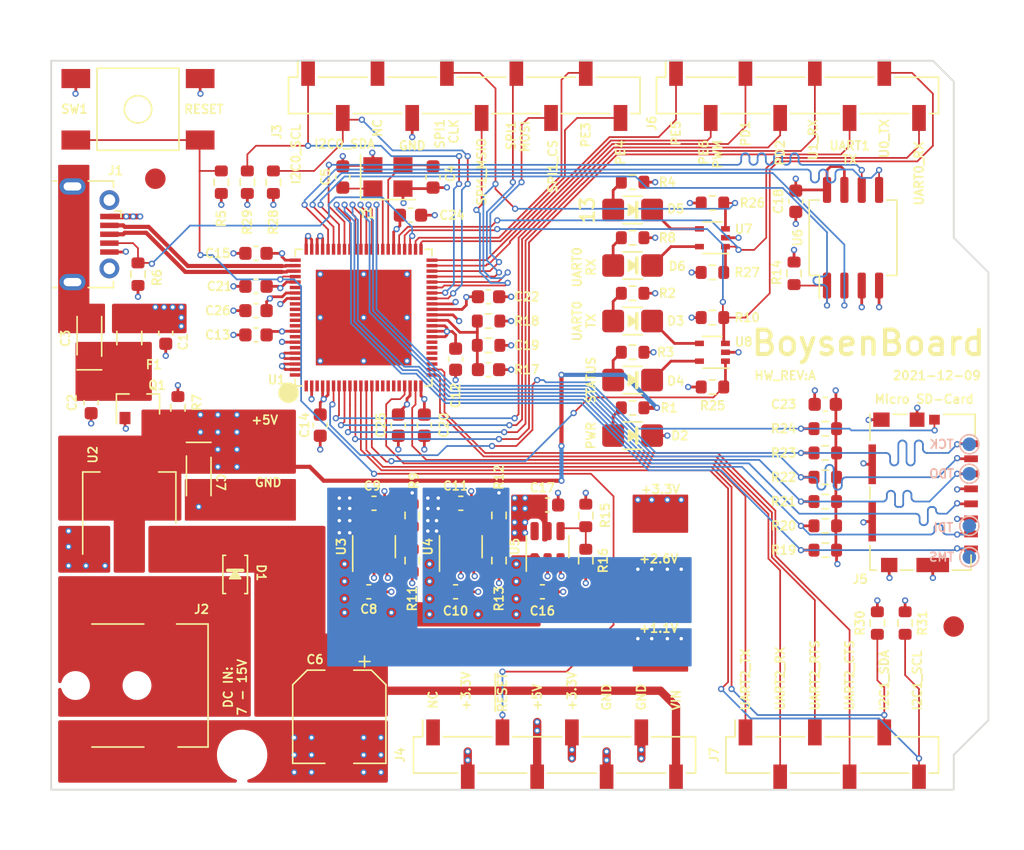
<source format=kicad_pcb>
(kicad_pcb (version 20211014) (generator pcbnew)
  (layers (0 "F.Cu" signal) (1 "In1.Cu" signal) (2 "In2.Cu" signal) (31 "B.Cu" signal) (34 "B.Paste" user) (35 "F.Paste" user) (36 "B.SilkS" user "B.Silkscreen") (37 "F.SilkS" user "F.Silkscreen") (38 "B.Mask" user) (39 "F.Mask" user) (44 "Edge.Cuts" user))
  (net 0 "")
  (net 1 "GND")
  (net 2 "/USB_VBUS")
  (net 3 "/HOSCI")
  (net 4 "/HOSCO")
  (net 5 "/VIN")
  (net 6 "+5V")
  (net 7 "+1V1")
  (net 8 "+2V5")
  (net 9 "+3V3")
  (net 10 "Net-(C19-Pad1)")
  (net 11 "Net-(D1-Pad2)")
  (net 12 "Net-(D2-Pad2)")
  (net 13 "Net-(D3-Pad2)")
  (net 14 "/PE0_UART0_RX")
  (net 15 "/PE1_UART0_TX")
  (net 16 "Net-(D4-Pad2)")
  (net 17 "Net-(D5-Pad2)")
  (net 18 "Net-(D6-Pad2)")
  (net 19 "/USB_ID")
  (net 20 "/I2C0_SCL")
  (net 22 "/PE3")
  (net 23 "/I2C0_SDA")
  (net 24 "/PE4")
  (net 26 "/~{RESET}")
  (net 27 "/SDC0_CLK")
  (net 28 "/SDC0_D0")
  (net 29 "/SDC0_D1")
  (net 30 "/SDC0_CDM")
  (net 31 "/SDC0_D2")
  (net 32 "/SDC0_D3")
  (net 33 "/SDC0_CD")
  (net 34 "/PD4_UART1_TX")
  (net 35 "/PD2_UART1_CTS")
  (net 36 "/PE6_PWM1")
  (net 37 "/PD3_UART1_RX")
  (net 38 "/PD1_UART1_RTS")
  (net 39 "/PE5")
  (net 40 "/PD13_UART2_TX")
  (net 41 "/PD15_UART2_RTS")
  (net 42 "/PD6_I2C1_SDA")
  (net 43 "/PD14_UART2_RX")
  (net 44 "/PD16_UART2_CTS")
  (net 45 "/PD5_I2C1_SCL")
  (net 46 "/LED_STATUS")
  (net 47 "Net-(R11-Pad1)")
  (net 48 "Net-(R12-Pad2)")
  (net 49 "/FLASH_SPI0_CS")
  (net 50 "Net-(R15-Pad2)")
  (net 51 "/FLASH_SPI0_MISO")
  (net 52 "/FLASH_SPI0_CLK")
  (net 53 "/FLASH_SPI0_MOSI")
  (net 54 "/USBVCC")
  (net 55 "Net-(D3-Pad1)")
  (net 56 "Net-(D4-Pad1)")
  (net 57 "Net-(D5-Pad1)")
  (net 58 "Net-(D6-Pad1)")
  (net 59 "/USB_D_P")
  (net 60 "/USB_D_N")
  (net 61 "/PE8_SPI1_MOSI")
  (net 62 "/PE9_SPI1_CLK")
  (net 63 "/PE7_SPI1_CS")
  (net 64 "/PE10_SP1_MISO")
  (footprint "Capacitor_SMD:C_0603_1608Metric" (layer "F.Cu") (at 97.282 55.499 -90)
    (fp_text reference "C1")
    (fp_text value "0.1uF")
  )
  (footprint "Capacitor_SMD:C_0603_1608Metric" (layer "F.Cu") (at 91.821 60.579 -90)
    (fp_text reference "C2")
    (fp_text value "0.1uF")
  )
  (footprint "boysenboard:CP_EIA-3216-18_Kemet-A" (layer "F.Cu") (at 91.694 55.88 90)
    (fp_text reference "C3")
    (fp_text value "10uF")
  )
  (footprint "Capacitor_SMD:C_0603_1608Metric" (layer "F.Cu") (at 116.84 44.069 -90)
    (fp_text reference "C4")
    (fp_text value "30pF")
  )
  (footprint "Capacitor_SMD:C_0603_1608Metric" (layer "F.Cu") (at 110.236 44.069 90)
    (fp_text reference "C5")
    (fp_text value "30pF")
  )
  (footprint "Capacitor_SMD:C_0603_1608Metric" (layer "F.Cu") (at 112.141 74.422)
    (fp_text reference "C8")
    (fp_text value "1uF")
  )
  (footprint "Capacitor_SMD:C_0603_1608Metric" (layer "F.Cu") (at 112.522 67.945)
    (fp_text reference "C9")
    (fp_text value "1uF")
  )
  (footprint "Capacitor_SMD:C_0603_1608Metric" (layer "F.Cu") (at 118.491 74.422)
    (fp_text reference "C10")
    (fp_text value "1uF")
  )
  (footprint "Capacitor_SMD:C_0603_1608Metric" (layer "F.Cu") (at 118.872 67.945)
    (fp_text reference "C11")
    (fp_text value "1uF")
  )
  (footprint "Capacitor_SMD:C_0603_1608Metric" (layer "F.Cu") (at 103.886 55.626 180)
    (fp_text reference "C13")
    (fp_text value "0.1uF")
  )
  (footprint "Capacitor_SMD:C_0603_1608Metric" (layer "F.Cu") (at 108.585 62.23 -90)
    (fp_text reference "C14")
    (fp_text value "0.1uF")
  )
  (footprint "Capacitor_SMD:C_0603_1608Metric" (layer "F.Cu") (at 103.886 49.657 180)
    (fp_text reference "C15")
    (fp_text value "0.1uF")
  )
  (footprint "Capacitor_SMD:C_0603_1608Metric" (layer "F.Cu") (at 124.841 74.422)
    (fp_text reference "C16")
    (fp_text value "1uF")
  )
  (footprint "Capacitor_SMD:C_0603_1608Metric" (layer "F.Cu") (at 125.222 68.072)
    (fp_text reference "C17")
    (fp_text value "1uF")
  )
  (footprint "Capacitor_SMD:C_0603_1608Metric" (layer "F.Cu") (at 120.904 58.166)
    (fp_text reference "C19")
    (fp_text value "0.1uF")
  )
  (footprint "Capacitor_SMD:C_0603_1608Metric" (layer "F.Cu") (at 116.205 62.23 -90)
    (fp_text reference "C20")
    (fp_text value "1uF")
  )
  (footprint "Capacitor_SMD:C_0603_1608Metric" (layer "F.Cu") (at 120.904 52.832)
    (fp_text reference "C22")
    (fp_text value "0.1uF")
  )
  (footprint "Capacitor_SMD:C_0603_1608Metric" (layer "F.Cu") (at 145.542 60.706 180)
    (fp_text reference "C23")
    (fp_text value "0.1uF")
  )
  (footprint "Capacitor_SMD:C_0603_1608Metric" (layer "F.Cu") (at 114.3 62.23 -90)
    (fp_text reference "C25")
    (fp_text value "0.1uF")
  )
  (footprint "Capacitor_SMD:C_0603_1608Metric" (layer "F.Cu") (at 103.886 53.848 180)
    (fp_text reference "C26")
    (fp_text value "0.1uF")
  )
  (footprint "boysenboard:D_SOD-123F" (layer "F.Cu") (at 102.362 73.152 -90)
    (fp_text reference "D1")
    (fp_text value "DSS16UTR")
  )
  (footprint "boysenboard:Fuse_1206_3216Metric_Castellated" (layer "F.Cu") (at 94.615 55.852 90)
    (fp_text reference "F1")
    (fp_text value "500mA")
  )
  (footprint "Fiducial:Fiducial_1.5mm_Mask3mm" (layer "F.Cu") (at 154.94 76.962)
    (fp_text reference "FID2" hide)
    (fp_text value "Fiducial")
  )
  (footprint "boysenboard:mounting_hole_125mil" (layer "F.Cu") (at 154.94 53.34)
    (fp_text reference "H2" hide)
    (fp_text value "MountingHole")
  )
  (footprint "boysenboard:mounting_hole_125mil" (layer "F.Cu") (at 104.14 38.1)
    (fp_text reference "H3" hide)
    (fp_text value "MountingHole")
  )
  (footprint "boysenboard:mounting_hole_125mil" (layer "F.Cu") (at 154.94 81.28)
    (fp_text reference "H4" hide)
    (fp_text value "MountingHole")
  )
  (footprint "Connector_PinSocket_2.54mm:PinSocket_1x06_P2.54mm_Vertical_SMD_Pin1Right" (layer "F.Cu") (at 146.05 86.36 90)
    (fp_text reference "J7")
    (fp_text value "NPTC061KFXC-RC")
  )
  (footprint "Package_TO_SOT_SMD:SOT-23" (layer "F.Cu") (at 95.25 60.706 90)
    (fp_text reference "Q1")
    (fp_text value "BSS308PEH6327XTSA1")
  )
  (footprint "Resistor_SMD:R_0603_1608Metric" (layer "F.Cu") (at 131.445 60.96 180)
    (fp_text reference "R1")
    (fp_text value "604")
  )
  (footprint "Resistor_SMD:R_0603_1608Metric" (layer "F.Cu") (at 131.445 52.578 180)
    (fp_text reference "R2")
    (fp_text value "261")
  )
  (footprint "Resistor_SMD:R_0603_1608Metric" (layer "F.Cu") (at 131.445 56.896 180)
    (fp_text reference "R3")
    (fp_text value "261")
  )
  (footprint "Resistor_SMD:R_0603_1608Metric" (layer "F.Cu") (at 131.445 44.45 180)
    (fp_text reference "R4")
    (fp_text value "261")
  )
  (footprint "Resistor_SMD:R_0603_1608Metric" (layer "F.Cu") (at 95.25 51.181 -90)
    (fp_text reference "R6")
    (fp_text value "47K")
  )
  (footprint "Resistor_SMD:R_0603_1608Metric" (layer "F.Cu") (at 98.171 60.96 90)
    (fp_text reference "R7")
    (fp_text value "10K")
  )
  (footprint "Resistor_SMD:R_0603_1608Metric" (layer "F.Cu") (at 131.445 48.514 180)
    (fp_text reference "R8")
    (fp_text value "261")
  )
  (footprint "Resistor_SMD:R_0603_1608Metric" (layer "F.Cu") (at 115.316 68.834 -90)
    (fp_text reference "R9")
    (fp_text value "17.8K")
  )
  (footprint "Resistor_SMD:R_0603_1608Metric" (layer "F.Cu") (at 115.316 72.136 -90)
    (fp_text reference "R11")
    (fp_text value "47K")
  )
  (footprint "Resistor_SMD:R_0603_1608Metric" (layer "F.Cu") (at 121.666 72.136 -90)
    (fp_text reference "R13")
    (fp_text value "47K")
  )
  (footprint "Resistor_SMD:R_0603_1608Metric" (layer "F.Cu") (at 128.016 68.834 -90)
    (fp_text reference "R15")
    (fp_text value "147K")
  )
  (footprint "Resistor_SMD:R_0603_1608Metric" (layer "F.Cu") (at 128.016 72.136 90)
    (fp_text reference "R16")
    (fp_text value "47K")
  )
  (footprint "Resistor_SMD:R_0603_1608Metric" (layer "F.Cu") (at 120.904 56.388 180)
    (fp_text reference "R17")
    (fp_text value "2.2K")
  )
  (footprint "Resistor_SMD:R_0603_1608Metric" (layer "F.Cu") (at 120.904 54.61)
    (fp_text reference "R18")
    (fp_text value "2.2K")
  )
  (footprint "Resistor_SMD:R_0603_1608Metric" (layer "F.Cu") (at 145.542 71.374 180)
    (fp_text reference "R19")
    (fp_text value "10K")
  )
  (footprint "Resistor_SMD:R_0603_1608Metric" (layer "F.Cu") (at 145.542 69.596 180)
    (fp_text reference "R20")
    (fp_text value "10K")
  )
  (footprint "Resistor_SMD:R_0603_1608Metric" (layer "F.Cu") (at 145.542 67.818 180)
    (fp_text reference "R21")
    (fp_text value "10K")
  )
  (footprint "Resistor_SMD:R_0603_1608Metric" (layer "F.Cu") (at 145.542 66.04 180)
    (fp_text reference "R22")
    (fp_text value "10K")
  )
  (footprint "Resistor_SMD:R_0603_1608Metric" (layer "F.Cu") (at 145.542 64.262 180)
    (fp_text reference "R23")
    (fp_text value "10K")
  )
  (footprint "Resistor_SMD:R_0603_1608Metric" (layer "F.Cu") (at 145.542 62.484 180)
    (fp_text reference "R24")
    (fp_text value "10K")
  )
  (footprint "boysenboard:switch_tactile_6x6mm_smt" (layer "F.Cu") (at 95.25 39.116 180)
    (fp_text reference "SW1")
    (fp_text value "PTS645SL70SMTR92LFS")
  )
  (footprint "Package_TO_SOT_SMD:SOT-223-3_TabPin2" (layer "F.Cu") (at 94.615 67.564 90)
    (fp_text reference "U2")
    (fp_text value "LM1117-5.0")
  )
  (footprint "Package_TO_SOT_SMD:SOT-23-6" (layer "F.Cu") (at 112.522 71.12 90)
    (fp_text reference "U3")
    (fp_text value "AP7366-W5-7")
  )
  (footprint "Package_TO_SOT_SMD:SOT-23-6" (layer "F.Cu") (at 118.872 71.12 90)
    (fp_text reference "U4")
    (fp_text value "AP7366-W5-7")
  )
  (footprint "Package_TO_SOT_SMD:SOT-23-6" (layer "F.Cu") (at 125.222 71.12 90)
    (fp_text reference "U5")
    (fp_text value "AP7366-W5-7")
  )
  (footprint "Crystal:Crystal_SMD_Abracon_ABM8G-4Pin_3.2x2.5mm" (layer "F.Cu") (at 113.538 44.069)
    (fp_text reference "Y1")
    (fp_text value "24MHz")
  )
  (footprint "boysenboard:barrel_jack_2.1mm" (layer "F.Cu") (at 90.678 81.28)
    (fp_text reference "J2")
    (fp_text value "54-00164")
  )
  (footprint "boysenboard:mounting_hole_125mil" (layer "F.Cu") (at 102.87 86.36)
    (fp_text reference "H1" hide)
    (fp_text value "MountingHole")
  )
  (footprint "boysenboard:USB_Micro-B_Molex-105017-0001" (layer "F.Cu") (at 91.694 48.26 -90)
    (fp_text reference "J1")
    (fp_text value "1050171001")
  )
  (footprint "boysenboard:LED_1206_3216Metric_Castellated" (layer "F.Cu") (at 131.445 54.61 180)
    (fp_text reference "D3")
    (fp_text value "GRN")
  )
  (footprint "boysenboard:LED_1206_3216Metric_Castellated" (layer "F.Cu") (at 131.445 58.928 180)
    (fp_text reference "D4")
    (fp_text value "GRN")
  )
  (footprint "boysenboard:LED_1206_3216Metric_Castellated" (layer "F.Cu") (at 131.445 46.482 180)
    (fp_text reference "D5")
    (fp_text value "GRN")
  )
  (footprint "Resistor_SMD:R_0603_1608Metric" (layer "F.Cu") (at 137.287 54.356 180)
    (fp_text reference "R10")
    (fp_text value "47K")
  )
  (footprint "Resistor_SMD:R_0603_1608Metric" (layer "F.Cu") (at 137.287 59.436 180)
    (fp_text reference "R25")
    (fp_text value "47K")
  )
  (footprint "Resistor_SMD:R_0603_1608Metric" (layer "F.Cu") (at 137.287 45.974 180)
    (fp_text reference "R26")
    (fp_text value "47K")
  )
  (footprint "Resistor_SMD:R_0603_1608Metric" (layer "F.Cu") (at 137.287 51.054 180)
    (fp_text reference "R27")
    (fp_text value "47K")
  )
  (footprint "Package_TO_SOT_SMD:SOT-353_SC-70-5" (layer "F.Cu") (at 137.287 48.514 180)
    (fp_text reference "U7")
    (fp_text value "DMN32D2LDF")
  )
  (footprint "Package_TO_SOT_SMD:SOT-353_SC-70-5" (layer "F.Cu") (at 137.287 56.896 180)
    (fp_text reference "U8")
    (fp_text value "DMN32D2LDF")
  )
  (footprint "boysenboard:micro-sd" (layer "F.Cu") (at 156.21 67.437 90)
    (fp_text reference "J5")
    (fp_text value "Micro-SD")
  )
  (footprint "Package_SO:SO-8_5.3x6.2mm_P1.27mm" (layer "F.Cu") (at 147.574 48.514 90)
    (fp_text reference "U6")
    (fp_text value "W25Q128JVSIQ")
  )
  (footprint "Connector_PinSocket_2.54mm:PinSocket_1x10_P2.54mm_Vertical_SMD_Pin1Right" (layer "F.Cu") (at 119.126 38.1 90)
    (fp_text reference "J3")
    (fp_text value "NPTC101KFXC-RC")
  )
  (footprint "Capacitor_SMD:C_0603_1608Metric" (layer "F.Cu") (at 143.383 45.847 -90)
    (fp_text reference "C18")
    (fp_text value "0.1uF")
  )
  (footprint "Resistor_SMD:R_0603_1608Metric" (layer "F.Cu") (at 143.256 51.116992 -90)
    (fp_text reference "R14")
    (fp_text value "10K")
  )
  (footprint "Connector_PinSocket_2.54mm:PinSocket_1x08_P2.54mm_Vertical_SMD_Pin1Right" (layer "F.Cu") (at 143.51 38.1 90)
    (fp_text reference "J6")
    (fp_text value "NPTC081KFXC-RC")
  )
  (footprint "Fiducial:Fiducial_1.5mm_Mask3mm" (layer "F.Cu") (at 96.52 44.196)
    (fp_text reference "FID1" hide)
    (fp_text value "Fiducial")
  )
  (footprint "Capacitor_SMD:CP_Elec_6.3x5.8" (layer "F.Cu") (at 109.982 83.566 -90)
    (fp_text reference "C6")
    (fp_text value "47uF")
  )
  (footprint "Capacitor_SMD:C_0603_1608Metric" (layer "F.Cu") (at 118.491 57.404 -90)
    (fp_text reference "C12")
    (fp_text value "1uF")
  )
  (footprint "Resistor_SMD:R_0603_1608Metric" (layer "F.Cu") (at 101.346 44.45 90)
    (fp_text reference "R5")
    (fp_text value "47K")
  )
  (footprint "boysenboard:test_point_RCSCTE" (layer "F.Cu") (at 104.775 63.246)
    (fp_text reference "TP1" hide)
    (fp_text value "TestPoint")
  )
  (footprint "boysenboard:test_point_RCSCTE" (layer "F.Cu") (at 104.775 67.818)
    (fp_text reference "TP2" hide)
    (fp_text value "TestPoint")
  )
  (footprint "boysenboard:test_point_RCSCTE" (layer "F.Cu") (at 133.477 79.121)
    (fp_text reference "TP3" hide)
    (fp_text value "TestPoint")
  )
  (footprint "boysenboard:test_point_RCSCTE" (layer "F.Cu") (at 133.477 74.041)
    (fp_text reference "TP4" hide)
    (fp_text value "TestPoint")
  )
  (footprint "boysenboard:test_point_RCSCTE" (layer "F.Cu") (at 133.477 68.961)
    (fp_text reference "TP5" hide)
    (fp_text value "TestPoint")
  )
  (footprint "Connector_PinSocket_2.54mm:PinSocket_1x08_P2.54mm_Vertical_SMD_Pin1Right" (layer "F.Cu") (at 125.73 86.36 90)
    (fp_text reference "J4")
    (fp_text value "NPTC081KFXC-RC")
  )
  (footprint "Capacitor_SMD:C_0603_1608Metric" (layer "F.Cu") (at 103.886 52.07 180)
    (fp_text reference "C21")
    (fp_text value "0.1uF")
  )
  (footprint "Capacitor_SMD:C_0603_1608Metric" (layer "F.Cu") (at 115.189 46.863)
    (fp_text reference "C24")
    (fp_text value "1uF")
  )
  (footprint "boysenboard:LED_1206_3216Metric_Castellated" (layer "F.Cu") (at 131.445 50.546 180)
    (fp_text reference "D6")
    (fp_text value "GRN")
  )
  (footprint "Resistor_SMD:R_0603_1608Metric" (layer "F.Cu") (at 121.666 68.834 -90)
    (fp_text reference "R12")
    (fp_text value "105K")
  )
  (footprint "boysenboard:CP_EIA-3216-18_Kemet-A" (layer "F.Cu") (at 99.695 65.786 -90)
    (fp_text reference "C7")
    (fp_text value "10uF")
  )
  (footprint "boysenboard:LED_1206_3216Metric_Castellated" (layer "F.Cu") (at 131.445 62.992 180)
    (fp_text reference "D2")
    (fp_text value "GRN")
  )
  (footprint "boysenboard:QFN-88" (layer "F.Cu") (at 111.76 54.356 90)
    (fp_text reference "U1")
    (fp_text value "F1C200s")
  )
  (footprint "Resistor_SMD:R_0603_1608Metric" (layer "F.Cu") (at 105.156 44.45 -90)
    (fp_text reference "R28")
    (fp_text value "4.7K")
  )
  (footprint "Resistor_SMD:R_0603_1608Metric" (layer "F.Cu") (at 103.251 44.45 -90)
    (fp_text reference "R29")
    (fp_text value "4.7K")
  )
  (footprint "Resistor_SMD:R_0603_1608Metric" (layer "F.Cu") (at 149.352 76.708 90)
    (fp_text reference "R30")
    (fp_text value "4.7K")
  )
  (footprint "Resistor_SMD:R_0603_1608Metric" (layer "F.Cu") (at 151.384 76.708 90)
    (fp_text reference "R31")
    (fp_text value "4.7K")
  )
  (footprint "TestPoint:TestPoint_Pad_D1.0mm" (layer "B.Cu") (at 156.083 71.882)
    (fp_text reference "TP6" hide)
    (fp_text value "TMS")
  )
  (footprint "TestPoint:TestPoint_Pad_D1.0mm" (layer "B.Cu") (at 156.083 69.596)
    (fp_text reference "TP7" hide)
    (fp_text value "TDI")
  )
  (footprint "TestPoint:TestPoint_Pad_D1.0mm" (layer "B.Cu") (at 156.083 65.786)
    (fp_text reference "TP8" hide)
    (fp_text value "TDO")
  )
  (footprint "TestPoint:TestPoint_Pad_D1.0mm" (layer "B.Cu") (at 156.083 63.627)
    (fp_text reference "TP9" hide)
    (fp_text value "TCK")
  )
  (gr_line (start 154.94 88.9) (end 88.9 88.9) (layer "Edge.Cuts") (width 0.127))
  (gr_line (start 153.416 35.56) (end 154.94 37.084) (layer "Edge.Cuts") (width 0.127))
  (gr_line (start 88.9 35.56) (end 153.416 35.56) (layer "Edge.Cuts") (width 0.127))
  (gr_line (start 154.94 86.36) (end 154.94 88.9) (layer "Edge.Cuts") (width 0.127))
  (gr_line (start 88.9 88.9) (end 88.9 35.56) (layer "Edge.Cuts") (width 0.127))
  (gr_line (start 157.48 83.82) (end 154.94 86.36) (layer "Edge.Cuts") (width 0.127))
  (gr_line (start 154.94 48.514) (end 157.48 51.054) (layer "Edge.Cuts") (width 0.127))
  (gr_line (start 154.94 37.084) (end 154.94 48.514) (layer "Edge.Cuts") (width 0.127))
  (gr_line (start 157.48 51.054) (end 157.48 83.82) (layer "Edge.Cuts") (width 0.127))
  (gr_text "TCK" (at 154.051 63.627) (layer "B.SilkS") (effects (font (size 0.635 0.635) (thickness 0.127)) (justify mirror)))
  (gr_text "TDO" (at 154.051 65.786) (layer "B.SilkS") (effects (font (size 0.635 0.635) (thickness 0.127)) (justify mirror)))
  (gr_text "TDI" (at 154.178 69.723) (layer "B.SilkS") (effects (font (size 0.635 0.635) (thickness 0.127)) (justify mirror)))
  (gr_text "TMS" (at 154.051 71.882) (layer "B.SilkS") (effects (font (size 0.635 0.635) (thickness 0.127)) (justify mirror)))
  (gr_text "PD1" (at 139.7 39.878 90) (layer "F.SilkS") (effects (font (size 0.635 0.635) (thickness 0.127)) (justify right)))
  (gr_text "SPI1\nMOSI" (at 123.063 39.878 90) (layer "F.SilkS") (effects (font (size 0.635 0.635) (thickness 0.127)) (justify right)))
  (gr_text "STATUS" (at 128.397 58.928 90) (layer "F.SilkS") (effects (font (size 0.635 0.635) (thickness 0.127))))
  (gr_text "+5V" (at 124.46 83.185 90) (layer "F.SilkS") (effects (font (size 0.635 0.635) (thickness 0.127)) (justify left)))
  (gr_text "RESET" (at 100.076 39.116) (layer "F.SilkS") (effects (font (size 0.635 0.635) (thickness 0.127))))
  (gr_text "BoysenBoard" (at 148.69 56.215) (layer "F.SilkS") (effects (font (size 1.778 1.778) (thickness 0.3048))))
  (gr_text "~{RESET}" (at 121.92 83.312 90) (layer "F.SilkS") (effects (font (size 0.635 0.635) (thickness 0.127)) (justify left)))
  (gr_text "I2C1_SCL" (at 152.273 83.185 90) (layer "F.SilkS") (effects (font (size 0.635 0.635) (thickness 0.127)) (justify left)))
  (gr_text "PE6\nPWM" (at 137.16 41.275 90) (layer "F.SilkS") (effects (font (size 0.635 0.635) (thickness 0.127)) (justify right)))
  (gr_text "I2C0_SDA" (at 110.363 41.656) (layer "F.SilkS") (effects (font (size 0.635 0.635) (thickness 0.127))))
  (gr_text "+3.3V" (at 127 83.185 90) (layer "F.SilkS") (effects (font (size 0.635 0.635) (thickness 0.127)) (justify left)))
  (gr_text "UART0\nTX" (at 127.889 54.61 90) (layer "F.SilkS") (effects (font (size 0.635 0.635) (thickness 0.127))))
  (gr_text "VIN" (at 134.62 83.185 90) (layer "F.SilkS") (effects (font (size 0.635 0.635) (thickness 0.127)) (justify left)))
  (gr_text "UART0\nRX" (at 127.889 50.673 90) (layer "F.SilkS") (effects (font (size 0.635 0.635) (thickness 0.127))))
  (gr_text "GND" (at 129.54 83.185 90) (layer "F.SilkS") (effects (font (size 0.635 0.635) (thickness 0.127)) (justify left)))
  (gr_text "NC" (at 116.84 83.058 90) (layer "F.SilkS") (effects (font (size 0.635 0.635) (thickness 0.127)) (justify left)))
  (gr_text "I2C0_SCL" (at 106.807 40.132 90) (layer "F.SilkS") (effects (font (size 0.635 0.635) (thickness 0.127)) (justify right)))
  (gr_text "+5V" (at 104.521 61.849) (layer "F.SilkS") (effects (font (size 0.635 0.635) (thickness 0.127))))
  (gr_text "UART2_RTS" (at 144.78 83.185 90) (layer "F.SilkS") (effects (font (size 0.635 0.635) (thickness 0.127)) (justify left)))
  (gr_text "GND" (at 115.316 41.783) (layer "F.SilkS") (effects (font (size 0.635 0.635) (thickness 0.127))))
  (gr_text "UART1\nTX" (at 147.32 42.291) (layer "F.SilkS") (effects (font (size 0.635 0.635) (thickness 0.127))))
  (gr_text "+2.6V" (at 133.35 72.009) (layer "F.SilkS") (effects (font (size 0.635 0.635) (thickness 0.127))))
  (gr_text "GND" (at 132.08 83.185 90) (layer "F.SilkS") (effects (font (size 0.635 0.635) (thickness 0.127)) (justify left)))
  (gr_text "+1.1V" (at 133.35 77.089) (layer "F.SilkS") (effects (font (size 0.635 0.635) (thickness 0.127))))
  (gr_text "+3.3V" (at 119.253 83.185 90) (layer "F.SilkS") (effects (font (size 0.635 0.635) (thickness 0.127)) (justify left)))
  (gr_text "Micro SD-Card" (at 152.781 60.325) (layer "F.SilkS") (effects (font (size 0.635 0.635) (thickness 0.127))))
  (gr_text "+3.3V" (at 133.477 66.929) (layer "F.SilkS") (effects (font (size 0.635 0.635) (thickness 0.127))))
  (gr_text "HW_REV:A" (at 142.6 58.6) (layer "F.SilkS") (effects (font (size 0.635 0.635) (thickness 0.127))))
  (gr_text "UART0_RX" (at 152.4 41.402 90) (layer "F.SilkS") (effects (font (size 0.635 0.635) (thickness 0.127)) (justify right)))
  (gr_text "U0_TX" (at 149.86 39.751 90) (layer "F.SilkS") (effects (font (size 0.635 0.635) (thickness 0.127)) (justify right)))
  (gr_text "GND" (at 104.775 66.421) (layer "F.SilkS") (effects (font (size 0.635 0.635) (thickness 0.127))))
  (gr_text "UART2_CTS" (at 147.32 83.185 90) (layer "F.SilkS") (effects (font (size 0.635 0.635) (thickness 0.127)) (justify left)))
  (gr_text "DC IN:\n7 - 15V" (at 102.362 81.407 90) (layer "F.SilkS") (effects (font (size 0.635 0.635) (thickness 0.127))))
  (gr_text "PE5" (at 134.62 39.878 90) (layer "F.SilkS") (effects (font (size 0.635 0.635) (thickness 0.127)) (justify right)))
  (gr_text "NC" (at 112.776 39.751 90) (layer "F.SilkS") (effects (font (size 0.635 0.635) (thickness 0.127)) (justify right)))
  (gr_text "SPI1_MSIO" (at 120.396 41.148 90) (layer "F.SilkS") (effects (font (size 0.635 0.635) (thickness 0.127)) (justify right)))
  (gr_text "PWR" (at 128.397 62.992 90) (layer "F.SilkS") (effects (font (size 0.635 0.635) (thickness 0.127))))
  (gr_text "PE3" (at 128.016 40.005 90) (layer "F.SilkS") (effects (font (size 0.635 0.635) (thickness 0.127)) (justify right)))
  (gr_text "UART2_TX" (at 139.7 83.185 90) (layer "F.SilkS") (effects (font (size 0.635 0.635) (thickness 0.127)) (justify left)))
  (gr_text "I2C1_SDA" (at 149.86 83.185 90) (layer "F.SilkS") (effects (font (size 0.635 0.635) (thickness 0.127)) (justify left)))
  (gr_text "U1_RX" (at 144.653 39.751 90) (layer "F.SilkS") (effects (font (size 0.635 0.635) (thickness 0.127)) (justify right)))
  (gr_text "PE4" (at 130.556 41.275 90) (layer "F.SilkS") (effects (font (size 0.635 0.635) (thickness 0.127)) (justify right)))
  (gr_text "2021-12-09" (at 153.7 58.6) (layer "F.SilkS") (effects (font (size 0.635 0.635) (thickness 0.127))))
  (gr_text "PD2" (at 142.24 41.275 90) (layer "F.SilkS") (effects (font (size 0.635 0.635) (thickness 0.127)) (justify right)))
  (gr_text "13" (at 128.143 46.482 90) (layer "F.SilkS") (effects (font (size 1.016 1.016) (thickness 0.1778))))
  (gr_text "SPI1_CS" (at 125.603 41.275 90) (layer "F.SilkS") (effects (font (size 0.635 0.635) (thickness 0.127)) (justify right)))
  (gr_text "SPI1\nCLK" (at 117.856 39.751 90) (layer "F.SilkS") (effects (font (size 0.635 0.635) (thickness 0.127)) (justify right)))
  (gr_text "UART2_RX" (at 142.24 83.185 90) (layer "F.SilkS") (effects (font (size 0.635 0.635) (thickness 0.127)) (justify left)))
  (segment (start 156.21 69.087) (end 155.195 69.087) (width 0.2032) (layer "F.Cu") (net 1))
  (segment (start 113.297 67.945) (end 113.297 67.069) (width 0.2032) (layer "F.Cu") (net 1))
  (segment (start 107.96 49.356) (end 107.96 48.651) (width 0.2032) (layer "F.Cu") (net 1))
  (segment (start 108.76 49.356) (end 108.76 48.562) (width 0.2032) (layer "F.Cu") (net 1))
  (segment (start 129.54 88.01) (end 129.54 86.106) (width 0.6096) (layer "F.Cu") (net 1))
  (segment (start 138.237 56.896) (end 139.192 56.896) (width 0.2032) (layer "F.Cu") (net 1))
  (segment (start 143.383 46.622) (end 143.383 47.498) (width 0.2032) (layer "F.Cu") (net 1))
  (segment (start 115.964 46.863) (end 116.967 46.863) (width 0.2032) (layer "F.Cu") (net 1))
  (segment (start 108.585 63.005) (end 108.585 64.008) (width 0.2032) (layer "F.Cu") (net 1))
  (segment (start 149.479 52.014) (end 149.479 53.594) (width 0.2032) (layer "F.Cu") (net 1))
  (segment (start 125.616 74.422) (end 126.365 74.422) (width 0.2032) (layer "F.Cu") (net 1))
  (segment (start 94.331 49.56) (end 94.361 49.53) (width 0.2032) (layer "F.Cu") (net 1))
  (segment (start 110.236 43.294) (end 110.236 42.545) (width 0.2032) (layer "F.Cu") (net 1))
  (segment (start 103.111 55.626) (end 102.235 55.626) (width 0.2032) (layer "F.Cu") (net 1))
  (segment (start 99.8 37.951) (end 99.822 37.973) (width 0.2032) (layer "F.Cu") (net 1))
  (segment (start 114.3 63.005) (end 114.3 64.008) (width 0.2032) (layer "F.Cu") (net 1))
  (segment (start 103.111 53.848) (end 102.235 53.848) (width 0.2032) (layer "F.Cu") (net 1))
  (segment (start 121.666 72.961) (end 121.666 73.787) (width 0.2032) (layer "F.Cu") (net 1))
  (segment (start 105.813 56.156) (end 105.791 56.134) (width 0.2032) (layer "F.Cu") (net 1))
  (segment (start 108.36 49.356) (end 108.36 48.612) (width 0.2032) (layer "F.Cu") (net 1))
  (segment (start 136.462 51.054) (end 135.763 51.054) (width 0.2032) (layer "F.Cu") (net 1))
  (segment (start 117.843 44.844) (end 117.856 44.831) (width 0.2032) (layer "F.Cu") (net 1))
  (segment (start 136.462 59.436) (end 135.509 59.436) (width 0.2032) (layer "F.Cu") (net 1))
  (segment (start 115.316 39.75) (end 115.316 41.148) (width 0.2032) (layer "F.Cu") (net 1))
  (segment (start 125.997 68.072) (end 125.997 67.196) (width 0.2032) (layer "F.Cu") (net 1))
  (segment (start 148.404 65.092) (end 148.336 65.024) (width 0.2032) (layer "F.Cu") (net 1))
  (segment (start 112.522 72.47) (end 112.522 73.406) (width 0.2032) (layer "F.Cu") (net 1))
  (segment (start 91.821 61.354) (end 91.821 62.103) (width 0.2032) (layer "F.Cu") (net 1))
  (segment (start 128.016 72.961) (end 128.016 73.787) (width 0.2032) (layer "F.Cu") (net 1))
  (segment (start 106.76 52.956) (end 106.1568 52.956) (width 0.2032) (layer "F.Cu") (net 1))
  (segment (start 153.405 73.395) (end 153.416 73.406) (width 0.2032) (layer "F.Cu") (net 1))
  (segment (start 108.36 48.612) (end 108.585 48.387) (width 0.2032) (layer "F.Cu") (net 1))
  (segment (start 94.3 61.706) (end 94.3 62.423) (width 0.2032) (layer "F.Cu") (net 1))
  (segment (start 106.76 57.356) (end 105.997 57.356) (width 0.2032) (layer "F.Cu") (net 1))
  (segment (start 106.76 56.156) (end 105.813 56.156) (width 0.2032) (layer "F.Cu") (net 1))
  (segment (start 105.947 57.756) (end 105.791 57.912) (width 0.2032) (layer "F.Cu") (net 1))
  (segment (start 132.87 62.992) (end 133.985 62.992) (width 0.2032) (layer "F.Cu") (net 1))
  (segment (start 112.916 74.422) (end 113.792 74.422) (width 0.2032) (layer "F.Cu") (net 1))
  (segment (start 155.195 69.087) (end 155.194 69.088) (width 0.2032) (layer "F.Cu") (net 1))
  (segment (start 144.767 60.706) (end 144.767 59.703) (width 0.2032) (layer "F.Cu") (net 1))
  (segment (start 105.747394 53.365406) (end 105.664 53.365406) (width 0.2032) (layer "F.Cu") (net 1))
  (segment (start 148.975 69.282) (end 148.396 69.282) (width 0.2032) (layer "F.Cu") (net 1))
  (segment (start 107.56 49.356) (end 107.56 48.523) (width 0.2032) (layer "F.Cu") (net 1))
  (segment (start 107.96 60.315) (end 107.95 60.325) (width 0.2032) (layer "F.Cu") (net 1))
  (segment (start 107.56 48.523) (end 107.696 48.387) (width 0.2032) (layer "F.Cu") (net 1))
  (segment (start 107.96 48.651) (end 107.696 48.387) (width 0.2032) (layer "F.Cu") (net 1))
  (segment (start 121.679 58.166) (end 122.555 58.166) (width 0.2032) (layer "F.Cu") (net 1))
  (segment (start 110.311 43.219) (end 110.236 43.294) (width 0.2032) (layer "F.Cu") (net 1))
  (segment (start 94.3 62.423) (end 94.361 62.484) (width 0.2032) (layer "F.Cu") (net 1))
  (segment (start 149.65 61.827) (end 148.739 61.827) (width 0.2032) (layer "F.Cu") (net 1))
  (segment (start 125.997 67.196) (end 125.984 67.183) (width 0.2032) (layer "F.Cu") (net 1))
  (segment (start 112.438 43.219) (end 112.438 42.334) (width 0.2032) (layer "F.Cu") (net 1))
  (segment (start 113.297 67.069) (end 113.284 67.056) (width 0.2032) (layer "F.Cu") (net 1))
  (segment (start 132.08 84.71) (end 132.08 86.614) (width 0.6096) (layer "F.Cu") (net 1))
  (segment (start 150.22 73.385) (end 150.241 73.406) (width 0.2032) (layer "F.Cu") (net 1))
  (segment (start 97.282 56.274) (end 97.282 57.15) (width 0.2032) (layer "F.Cu") (net 1))
  (segment (start 114.638 45.931) (end 114.681 45.974) (width 0.2032) (layer "F.Cu") (net 1))
  (segment (start 148.396 69.282) (end 148.336 69.342) (width 0.2032) (layer "F.Cu") (net 1))
  (segment (start 148.975 65.092) (end 148.404 65.092) (width 0.2032) (layer "F.Cu") (net 1))
  (segment (start 105.985 56.956) (end 105.791 57.15) (width 0.2032) (layer "F.Cu") (net 1))
  (segment (start 93.1565 49.56) (end 94.331 49.56) (width 0.2032) (layer "F.Cu") (net 1))
  (segment (start 136.462 54.356) (end 135.763 54.356) (width 0.2032) (layer "F.Cu") (net 1))
  (segment (start 90.7 36.866) (end 90.7 37.951) (width 0.2032) (layer "F.Cu") (net 1))
  (segment (start 115.316 72.961) (end 115.316 73.787) (width 0.2032) (layer "F.Cu") (net 1))
  (segment (start 105.997 57.356) (end 105.791 57.15) (width 0.2032) (layer "F.Cu") (net 1))
  (segment (start 90.7 37.951) (end 90.678 37.973) (width 0.2032) (layer "F.Cu") (net 1))
  (segment (start 106.76 58.156) (end 106.035 58.156) (width 0.2032) (layer "F.Cu") (net 1))
  (segment (start 112.438 43.219) (end 110.311 43.219) (width 0.2032) (layer "F.Cu") (net 1))
  (segment (start 152.26 61.827) (end 152.26 60.973) (width 0.2032) (layer "F.Cu") (net 1))
  (segment (start 119.647 67.069) (end 119.634 67.056) (width 0.2032) (layer "F.Cu") (net 1))
  (segment (start 95.25 52.006) (end 95.25 52.832) (width 0.2032) (layer "F.Cu") (net 1))
  (segment (start 144.767 59.703) (end 144.78 59.69) (width 0.2032) (layer "F.Cu") (net 1))
  (segment (start 103.111 49.657) (end 102.235 49.657) (width 0.2032) (layer "F.Cu") (net 1))
  (segment (start 112.438 42.334) (end 112.395 42.291) (width 0.2032) (layer "F.Cu") (net 1))
  (segment (start 99.695 67.136) (end 99.695 68.199) (width 0.2032) (layer "F.Cu") (net 1))
  (segment (start 150.22 72.462) (end 150.22 73.385) (width 0.2032) (layer "F.Cu") (net 1))
  (segment (start 116.84 44.844) (end 117.843 44.844) (width 0.2032) (layer "F.Cu") (net 1))
  (segment (start 98.171 60.135) (end 98.171 59.309) (width 0.2032) (layer "F.Cu") (net 1))
  (segment (start 106.035 58.156) (end 105.791 57.912) (width 0.2032) (layer "F.Cu") (net 1))
  (segment (start 152.26 60.973) (end 152.273 60.96) (width 0.2032) (layer "F.Cu") (net 1))
  (segment (start 118.872 72.47) (end 118.872 73.279) (width 0.2032) (layer "F.Cu") (net 1))
  (segment (start 121.679 52.832) (end 122.555 52.832) (width 0.2032) (layer "F.Cu") (net 1))
  (segment (start 153.405 72.462) (end 153.405 73.395) (width 0.2032) (layer "F.Cu") (net 1))
  (segment (start 103.111 52.07) (end 102.235 52.07) (width 0.2032) (layer "F.Cu") (net 1))
  (segment (start 106.1568 52.956) (end 105.747394 53.365406) (width 0.2032) (layer "F.Cu") (net 1))
  (segment (start 138.237 48.514) (end 139.192 48.514) (width 0.2032) (layer "F.Cu") (net 1))
  (segment (start 148.739 61.827) (end 148.717 61.849) (width 0.2032) (layer "F.Cu") (net 1))
  (segment (start 119.266 74.422) (end 120.142 74.422) (width 0.2032) (layer "F.Cu") (net 1))
  (segment (start 118.491 58.179) (end 118.491 58.928) (width 0.2032) (layer "F.Cu") (net 1))
  (segment (start 106.76 57.756) (end 105.947 57.756) (width 0.2032) (layer "F.Cu") (net 1))
  (segment (start 116.205 63.005) (end 116.205 64.008) (width 0.2032) (layer "F.Cu") (net 1))
  (segment (start 116.765 44.919) (end 116.84 44.844) (width 0.2032) (layer "F.Cu") (net 1))
  (segment (start 107.96 59.356) (end 107.96 60.315) (width 0.2032) (layer "F.Cu") (net 1))
  (segment (start 114.638 44.919) (end 116.765 44.919) (width 0.2032) (layer "F.Cu") (net 1))
  (segment (start 99.8 36.866) (end 99.8 37.951) (width 0.2032) (layer "F.Cu") (net 1))
  (segment (start 106.76 56.956) (end 105.985 56.956) (width 0.2032) (layer "F.Cu") (net 1))
  (segment (start 108.76 48.562) (end 108.585 48.387) (width 0.2032) (layer "F.Cu") (net 1))
  (segment (start 114.638 44.919) (end 114.638 45.931) (width 0.2032) (layer "F.Cu") (net 1))
  (segment (start 119.647 67.945) (end 119.647 67.069) (width 0.2032) (layer "F.Cu") (net 1))
  (segment (start 136.462 45.974) (end 135.636 45.974) (width 0.2032) (layer "F.Cu") (net 1))
  (segment (start 121.729 54.61) (end 122.555 54.61) (width 0.2032) (layer "F.Cu") (net 1))
  (segment (start 125.222 72.47) (end 125.222 73.279) (width 0.2032) (layer "F.Cu") (net 1))
  (via (at 94.361 49.53) (size 0.4572) (drill 0.254) (layers "F.Cu" "B.Cu") (net 1))
  (via (at 135.763 51.054) (size 0.4572) (drill 0.254) (layers "F.Cu" "B.Cu") (net 1))
  (via (at 95.25 52.832) (size 0.4572) (drill 0.254) (layers "F.Cu" "B.Cu") (net 1))
  (via (at 106.68 86.36) (size 0.4572) (drill 0.254) (layers "F.Cu" "B.Cu") (net 1))
  (via (at 90.17 69.977) (size 0.4572) (drill 0.254) (layers "F.Cu" "B.Cu") (net 1))
  (via (at 105.664 53.365406) (size 0.4572) (drill 0.254) (layers "F.Cu" "B.Cu") (net 1))
  (via (at 122.555 52.832) (size 0.4572) (drill 0.254) (layers "F.Cu" "B.Cu") (net 1))
  (via (at 107.95 85.09) (size 0.4572) (drill 0.254) (layers "F.Cu" "B.Cu") (net 1))
  (via (at 135.636 45.974) (size 0.4572) (drill 0.254) (layers "F.Cu" "B.Cu") (net 1))
  (via (at 113.03 85.09) (size 0.4572) (drill 0.254) (layers "F.Cu" "B.Cu") (net 1))
  (via (at 111.76 51.181) (size 0.4572) (drill 0.254) (layers "F.Cu" "B.Cu") (net 1))
  (via (at 113.03 87.63) (size 0.4572) (drill 0.254) (layers "F.Cu" "B.Cu") (net 1))
  (via (at 105.791 56.134) (size 0.4572) (drill 0.254) (layers "F.Cu" "B.Cu") (net 1))
  (via (at 139.192 56.896) (size 0.4572) (drill 0.254) (layers "F.Cu" "B.Cu") (net 1))
  (via (at 120.142 74.422) (size 0.4572) (drill 0.254) (layers "F.Cu" "B.Cu") (net 1))
  (via (at 90.17 71.12) (size 0.4572) (drill 0.254) (layers "F.Cu" "B.Cu") (net 1))
  (via (at 90.678 37.973) (size 0.4572) (drill 0.254) (layers "F.Cu" "B.Cu") (net 1))
  (via (at 139.192 48.514) (size 0.4572) (drill 0.254) (layers "F.Cu" "B.Cu") (net 1))
  (via (at 102.235 53.848) (size 0.4572) (drill 0.254) (layers "F.Cu" "B.Cu") (net 1))
  (via (at 111.76 57.531) (size 0.4572) (drill 0.254) (layers "F.Cu" "B.Cu") (net 1))
  (via (at 90.17 72.517) (size 0.4572) (drill 0.254) (layers "F.Cu" "B.Cu") (net 1))
  (via (at 149.479 53.594) (size 0.4572) (drill 0.254) (layers "F.Cu" "B.Cu") (net 1))
  (via (at 108.585 57.531) (size 0.4572) (drill 0.254) (layers "F.Cu" "B.Cu") (net 1))
  (via (at 135.509 59.436) (size 0.4572) (drill 0.254) (layers "F.Cu" "B.Cu") (net 1))
  (via (at 113.792 74.422) (size 0.4572) (drill 0.254) (layers "F.Cu" "B.Cu") (net 1))
  (via (at 121.666 73.787) (size 0.4572) (drill 0.254) (layers "F.Cu" "B.Cu") (net 1))
  (via (at 107.95 87.63) (size 0.4572) (drill 0.254) (layers "F.Cu" "B.Cu") (net 1))
  (via (at 111.76 85.09) (size 0.4572) (drill 0.254) (layers "F.Cu" "B.Cu") (net 1))
  (via (at 92.837 72.517) (size 0.4572) (drill 0.254) (layers "F.Cu" "B.Cu") (net 1))
  (via (at 113.284 67.056) (size 0.4572) (drill 0.254) (layers "F.Cu" "B.Cu") (net 1))
  (via (at 111.76 54.356) (size 0.4572) (drill 0.254) (layers "F.Cu" "B.Cu") (net 1))
  (via (at 119.634 67.056) (size 0.4572) (drill 0.254) (layers "F.Cu" "B.Cu") (net 1))
  (via (at 114.3 64.008) (size 0.4572) (drill 0.254) (layers "F.Cu" "B.Cu") (net 1))
  (via (at 152.273 60.96) (size 0.4572) (drill 0.254) (layers "F.Cu" "B.Cu") (net 1))
  (via (at 125.222 73.279) (size 0.4572) (drill 0.254) (layers "F.Cu" "B.Cu") (net 1))
  (via (at 132.08 86.614) (size 0.4572) (drill 0.254) (layers "F.Cu" "B.Cu") (net 1))
  (via (at 108.585 64.008) (size 0.4572) (drill 0.254) (layers "F.Cu" "B.Cu") (net 1))
  (via (at 122.555 54.61) (size 0.4572) (drill 0.254) (layers "F.Cu" "B.Cu") (net 1))
  (via (at 118.491 58.928) (size 0.4572) (drill 0.254) (layers "F.Cu" "B.Cu") (net 1))
  (via (at 135.763 54.356) (size 0.4572) (drill 0.254) (layers "F.Cu" "B.Cu") (net 1))
  (via (at 111.76 86.36) (size 0.4572) (drill 0.254) (layers "F.Cu" "B.Cu") (net 1))
  (via (at 105.791 57.15) (size 0.4572) (drill 0.254) (layers "F.Cu" "B.Cu") (net 1))
  (via (at 126.365 74.422) (size 0.4572) (drill 0.254) (layers "F.Cu" "B.Cu") (net 1))
  (via (at 107.95 60.325) (size 0.4572) (drill 0.254) (layers "F.Cu" "B.Cu") (net 1))
  (via (at 125.984 67.183) (size 0.4572) (drill 0.254) (layers "F.Cu" "B.Cu") (net 1))
  (via (at 94.361 62.484) (size 0.4572) (drill 0.254) (layers "F.Cu" "B.Cu") (net 1))
  (via (at 143.383 47.498) (size 0.4572) (drill 0.254) (layers "F.Cu" "B.Cu") (net 1))
  (via (at 148.717 61.849) (size 0.4572) (drill 0.254) (layers "F.Cu" "B.Cu") (net 1))
  (via (at 112.395 42.291) (size 0.4572) (drill 0.254) (layers "F.Cu" "B.Cu") (net 1))
  (via (at 102.235 49.657) (size 0.4572) (drill 0.254) (layers "F.Cu" "B.Cu") (net 1))
  (via (at 144.78 59.69) (size 0.4572) (drill 0.254) (layers "F.Cu" "B.Cu") (net 1))
  (via (at 118.872 73.279) (size 0.4572) (drill 0.254) (layers "F.Cu" "B.Cu") (net 1))
  (via (at 114.935 57.531) (size 0.4572) (drill 0.254) (layers "F.Cu" "B.Cu") (net 1))
  (via (at 114.935 51.181) (size 0.4572) (drill 0.254) (layers "F.Cu" "B.Cu") (net 1))
  (via (at 155.194 69.088) (size 0.4572) (drill 0.254) (layers "F.Cu" "B.Cu") (net 1))
  (via (at 117.856 44.831) (size 0.4572) (drill 0.254) (layers "F.Cu" "B.Cu") (net 1))
  (via (at 128.016 73.787) (size 0.4572) (drill 0.254) (layers "F.Cu" "B.Cu") (net 1))
  (via (at 122.555 58.166) (size 0.4572) (drill 0.254) (layers "F.Cu" "B.Cu") (net 1))
  (via (at 148.336 69.342) (size 0.4572) (drill 0.254) (layers "F.Cu" "B.Cu") (net 1))
  (via (at 108.585 51.181) (size 0.4572) (drill 0.254) (layers "F.Cu" "B.Cu") (net 1))
  (via (at 110.236 42.545) (size 0.4572) (drill 0.254) (layers "F.Cu" "B.Cu") (net 1))
  (via (at 148.336 65.024) (size 0.4572) (drill 0.254) (layers "F.Cu" "B.Cu") (net 1))
  (via (at 102.235 52.07) (size 0.4572) (drill 0.254) (layers "F.Cu" "B.Cu") (net 1))
  (via (at 112.522 73.406) (size 0.4572) (drill 0.254) (layers "F.Cu" "B.Cu") (net 1))
  (via (at 114.935 54.356) (size 0.4572) (drill 0.254) (layers "F.Cu" "B.Cu") (net 1))
  (via (at 114.681 45.974) (size 0.4572) (drill 0.254) (layers "F.Cu" "B.Cu") (net 1))
  (via (at 115.316 41.148) (size 0.4572) (drill 0.254) (layers "F.Cu" "B.Cu") (net 1))
  (via (at 107.95 86.36) (size 0.4572) (drill 0.254) (layers "F.Cu" "B.Cu") (net 1))
  (via (at 108.585 54.356) (size 0.4572) (drill 0.254) (layers "F.Cu" "B.Cu") (net 1))
  (via (at 108.585 48.387) (size 0.4572) (drill 0.254) (layers "F.Cu" "B.Cu") (net 1))
  (via (at 106.68 87.63) (size 0.4572) (drill 0.254) (layers "F.Cu" "B.Cu") (net 1))
  (via (at 129.54 86.106) (size 0.4572) (drill 0.254) (layers "F.Cu" "B.Cu") (net 1))
  (via (at 150.241 73.406) (size 0.4572) (drill 0.254) (layers "F.Cu" "B.Cu") (net 1))
  (via (at 133.985 62.992) (size 0.4572) (drill 0.254) (layers "F.Cu" "B.Cu") (net 1))
  (via (at 153.416 73.406) (size 0.4572) (drill 0.254) (layers "F.Cu" "B.Cu") (net 1))
  (via (at 99.822 37.973) (size 0.4572) (drill 0.254) (layers "F.Cu" "B.Cu") (net 1))
  (via (at 91.821 62.103) (size 0.4572) (drill 0.254) (layers "F.Cu" "B.Cu") (net 1))
  (via (at 132.08 85.979) (size 0.4572) (drill 0.254) (layers "F.Cu" "B.Cu") (net 1))
  (via (at 102.235 55.626) (size 0.4572) (drill 0.254) (layers "F.Cu" "B.Cu") (net 1))
  (via (at 106.68 85.09) (size 0.4572) (drill 0.254) (layers "F.Cu" "B.Cu") (net 1))
  (via (at 113.03 86.36) (size 0.4572) (drill 0.254) (layers "F.Cu" "B.Cu") (net 1))
  (via (at 97.282 57.15) (size 0.4572) (drill 0.254) (layers "F.Cu" "B.Cu") (net 1))
  (via (at 116.205 64.008) (size 0.4572) (drill 0.254) (layers "F.Cu" "B.Cu") (net 1))
  (via (at 99.695 68.199) (size 0.4572) (drill 0.254) (layers "F.Cu" "B.Cu") (net 1))
  (via (at 115.316 73.787) (size 0.4572) (drill 0.254) (layers "F.Cu" "B.Cu") (net 1))
  (via (at 98.171 59.309) (size 0.4572) (drill 0.254) (layers "F.Cu" "B.Cu") (net 1))
  (via (at 111.76 87.63) (size 0.4572) (drill 0.254) (layers "F.Cu" "B.Cu") (net 1))
  (via (at 91.44 72.517) (size 0.4572) (drill 0.254) (layers "F.Cu" "B.Cu") (net 1))
  (via (at 105.791 57.912) (size 0.4572) (drill 0.254) (layers "F.Cu" "B.Cu") (net 1))
  (via (at 116.967 46.863) (size 0.4572) (drill 0.254) (layers "F.Cu" "B.Cu") (net 1))
  (via (at 129.54 86.741) (size 0.4572) (drill 0.254) (layers "F.Cu" "B.Cu") (net 1))
  (via (at 107.696 48.387) (size 0.4572) (drill 0.254) (layers "F.Cu" "B.Cu") (net 1))
  (segment (start 94.899 46.96) (end 95.407 46.96) (width 0.4064) (layer "F.Cu") (net 2))
  (segment (start 94.391 46.96) (end 94.899 46.96) (width 0.4064) (layer "F.Cu") (net 2))
  (segment (start 93.1565 46.96) (end 94.391 46.96) (width 0.4064) (layer "F.Cu") (net 2))
  (via (at 98.425 54.991) (size 0.4572) (drill 0.254) (layers "F.Cu" "B.Cu") (net 2))
  (via (at 97.155 53.594) (size 0.4572) (drill 0.254) (layers "F.Cu" "B.Cu") (net 2))
  (via (at 98.425 54.356) (size 0.4572) (drill 0.254) (layers "F.Cu" "B.Cu") (net 2))
  (via (at 94.391 46.96) (size 0.4572) (drill 0.254) (layers "F.Cu" "B.Cu") (net 2))
  (via (at 96.52 53.594) (size 0.4572) (drill 0.254) (layers "F.Cu" "B.Cu") (net 2))
  (via (at 94.899 46.96) (size 0.4572) (drill 0.254) (layers "F.Cu" "B.Cu") (net 2))
  (via (at 97.79 53.594) (size 0.4572) (drill 0.254) (layers "F.Cu" "B.Cu") (net 2))
  (via (at 95.407 46.96) (size 0.4572) (drill 0.254) (layers "F.Cu" "B.Cu") (net 2))
  (via (at 98.425 53.594) (size 0.4572) (drill 0.254) (layers "F.Cu" "B.Cu") (net 2))
  (segment (start 116.765 43.219) (end 116.84 43.294) (width 0.2032) (layer "F.Cu") (net 3))
  (segment (start 114.638 43.219) (end 116.765 43.219) (width 0.127) (layer "F.Cu") (net 3))
  (segment (start 113.56 44.285518) (end 114.626518 43.219) (width 0.127) (layer "F.Cu") (net 3))
  (segment (start 113.56 49.356) (end 113.56 44.285518) (width 0.127) (layer "F.Cu") (net 3))
  (segment (start 114.626518 43.219) (end 114.638 43.219) (width 0.2032) (layer "F.Cu") (net 3))
  (segment (start 112.438 44.919) (end 110.311 44.919) (width 0.127) (layer "F.Cu") (net 4))
  (segment (start 110.311 44.919) (end 110.236 44.844) (width 0.2032) (layer "F.Cu") (net 4))
  (segment (start 113.16 49.356) (end 113.16 45.641) (width 0.127) (layer "F.Cu") (net 4))
  (segment (start 113.16 45.641) (end 112.438 44.919) (width 0.127) (layer "F.Cu") (net 4))
  (segment (start 134.62 82.804) (end 133.477 81.661) (width 0.6096) (layer "F.Cu") (net 5))
  (segment (start 133.477 81.661) (end 113.03 81.661) (width 0.6096) (layer "F.Cu") (net 5))
  (segment (start 134.62 88.01) (end 134.62 82.804) (width 0.6096) (layer "F.Cu") (net 5))
  (segment (start 126.238 66.294) (end 108.839 66.294) (width 0.3048) (layer "F.Cu") (net 6))
  (segment (start 113.472 73.34) (end 113.538 73.406) (width 0.2032) (layer "F.Cu") (net 6))
  (segment (start 119.822 73.213) (end 119.888 73.279) (width 0.2032) (layer "F.Cu") (net 6))
  (segment (start 132.27 60.96) (end 133.223 60.96) (width 0.3048) (layer "F.Cu") (net 6))
  (segment (start 126.172 72.47) (end 126.172 73.213) (width 0.2032) (layer "F.Cu") (net 6))
  (segment (start 119.822 72.47) (end 119.822 73.213) (width 0.2032) (layer "F.Cu") (net 6))
  (segment (start 107.823 65.278) (end 106.426 65.278) (width 0.3048) (layer "F.Cu") (net 6))
  (segment (start 126.172 73.213) (end 126.238 73.279) (width 0.2032) (layer "F.Cu") (net 6))
  (segment (start 108.839 66.294) (end 107.823 65.278) (width 0.3048) (layer "F.Cu") (net 6))
  (segment (start 124.46 88.01) (end 124.46 83.947) (width 0.6096) (layer "F.Cu") (net 6))
  (segment (start 126.238 58.547) (end 126.238 63.754) (width 0.3048) (layer "F.Cu") (net 6))
  (segment (start 113.472 72.47) (end 113.472 73.34) (width 0.2032) (layer "F.Cu") (net 6))
  (via (at 110.363 72.39) (size 0.4572) (drill 0.254) (layers "F.Cu" "B.Cu") (net 6))
  (via (at 116.586 76.073) (size 0.4572) (drill 0.254) (layers "F.Cu" "B.Cu") (net 6))
  (via (at 110.363 73.66) (size 0.4572) (drill 0.254) (layers "F.Cu" "B.Cu") (net 6))
  (via (at 120.142 76.073) (size 0.4572) (drill 0.254) (layers "F.Cu" "B.Cu") (net 6))
  (via (at 119.888 73.279) (size 0.4572) (drill 0.254) (layers "F.Cu" "B.Cu") (net 6))
  (via (at 102.489 61.468) (size 0.4572) (drill 0.254) (layers "F.Cu" "B.Cu") (net 6))
  (via (at 110.363 75.946) (size 0.4572) (drill 0.254) (layers "F.Cu" "B.Cu") (net 6))
  (via (at 126.238 66.294) (size 0.4572) (drill 0.254) (layers "F.Cu" "B.Cu") (net 6))
  (via (at 116.586 73.66) (size 0.4572) (drill 0.254) (layers "F.Cu" "B.Cu") (net 6))
  (via (at 99.822 62.738) (size 0.4572) (drill 0.254) (layers "F.Cu" "B.Cu") (net 6))
  (via (at 101.092 64.008) (size 0.4572) (drill 0.254) (layers "F.Cu" "B.Cu") (net 6))
  (via (at 122.936 73.66) (size 0.4572) (drill 0.254) (layers "F.Cu" "B.Cu") (net 6))
  (via (at 124.46 84.582) (size 0.4572) (drill 0.254) (layers "F.Cu" "B.Cu") (net 6))
  (via (at 101.092 62.738) (size 0.4572) (drill 0.254) (layers "F.Cu" "B.Cu") (net 6))
  (via (at 116.586 72.39) (size 0.4572) (drill 0.254) (layers "F.Cu" "B.Cu") (net 6))
  (via (at 116.586 74.93) (size 0.4572) (drill 0.254) (layers "F.Cu" "B.Cu") (net 6))
  (via (at 101.092 61.468) (size 0.4572) (drill 0.254) (layers "F.Cu" "B.Cu") (net 6))
  (via (at 113.538 73.406) (size 0.4572) (drill 0.254) (layers "F.Cu" "B.Cu") (net 6))
  (via (at 102.489 64.008) (size 0.4572) (drill 0.254) (layers "F.Cu" "B.Cu") (net 6))
  (via (at 126.238 63.754) (size 0.4572) (drill 0.254) (layers "F.Cu" "B.Cu") (net 6))
  (via (at 133.223 60.96) (size 0.4572) (drill 0.254) (layers "F.Cu" "B.Cu") (net 6))
  (via (at 113.792 75.946) (size 0.4572) (drill 0.254) (layers "F.Cu" "B.Cu") (net 6))
  (via (at 101.092 65.278) (size 0.4572) (drill 0.254) (layers "F.Cu" "B.Cu") (net 6))
  (via (at 126.238 73.279) (size 0.4572) (drill 0.254) (layers "F.Cu" "B.Cu") (net 6))
  (via (at 122.936 76.073) (size 0.4572) (drill 0.254) (layers "F.Cu" "B.Cu") (net 6))
  (via (at 99.822 61.468) (size 0.4572) (drill 0.254) (layers "F.Cu" "B.Cu") (net 6))
  (via (at 122.936 74.93) (size 0.4572) (drill 0.254) (layers "F.Cu" "B.Cu") (net 6))
  (via (at 102.489 65.278) (size 0.4572) (drill 0.254) (layers "F.Cu" "B.Cu") (net 6))
  (via (at 126.238 58.547) (size 0.4572) (drill 0.254) (layers "F.Cu" "B.Cu") (net 6))
  (via (at 102.489 62.738) (size 0.4572) (drill 0.254) (layers "F.Cu" "B.Cu") (net 6))
  (via (at 110.363 74.93) (size 0.4572) (drill 0.254) (layers "F.Cu" "B.Cu") (net 6))
  (via (at 124.46 83.947) (size 0.4572) (drill 0.254) (layers "F.Cu" "B.Cu") (net 6))
  (via (at 122.936 72.39) (size 0.4572) (drill 0.254) (layers "F.Cu" "B.Cu") (net 6))
  (segment (start 133.223 60.96) (end 130.81 58.547) (width 0.3048) (layer "B.Cu") (net 6))
  (segment (start 126.238 63.754) (end 126.238 66.294) (width 0.3048) (layer "B.Cu") (net 6))
  (segment (start 130.81 58.547) (end 126.238 58.547) (width 0.3048) (layer "B.Cu") (net 6))
  (segment (start 118.964 53.756) (end 119.27707 53.44293) (width 0.2032) (layer "F.Cu") (net 7))
  (segment (start 105.680201 52.197) (end 105.664 52.197) (width 0.2032) (layer "F.Cu") (net 7))
  (segment (start 106.121201 51.756) (end 105.680201 52.197) (width 0.2032) (layer "F.Cu") (net 7))
  (segment (start 115.96 59.356) (end 115.96 60.08) (width 0.2032) (layer "F.Cu") (net 7))
  (segment (start 115.96 60.08) (end 116.205 60.325) (width 0.2032) (layer "F.Cu") (net 7))
  (segment (start 115.316 68.009) (end 115.316 67.183) (width 0.2032) (layer "F.Cu") (net 7))
  (segment (start 105.537 52.07) (end 105.664 52.197) (width 0.2032) (layer "F.Cu") (net 7))
  (segment (start 104.661 52.07) (end 105.537 52.07) (width 0.2032) (layer "F.Cu") (net 7))
  (segment (start 119.301141 52.832) (end 119.27707 52.85607) (width 0.2032) (layer "F.Cu") (net 7))
  (segment (start 116.76 53.756) (end 118.964 53.756) (width 0.2032) (layer "F.Cu") (net 7))
  (segment (start 116.205 61.455) (end 116.205 60.325) (width 0.2032) (layer "F.Cu") (net 7))
  (segment (start 106.76 51.756) (end 106.121201 51.756) (width 0.2032) (layer "F.Cu") (net 7))
  (segment (start 120.129 52.832) (end 119.301141 52.832) (width 0.2032) (layer "F.Cu") (net 7))
  (segment (start 119.27707 53.44293) (end 119.27707 52.85607) (width 0.2032) (layer "F.Cu") (net 7))
  (via (at 131.826 77.851) (size 0.4572) (drill 0.254) (layers "F.Cu" "B.Cu") (net 7))
  (via (at 133.985 77.851) (size 0.4572) (drill 0.254) (layers "F.Cu" "B.Cu") (net 7))
  (via (at 135.001 77.851) (size 0.4572) (drill 0.254) (layers "F.Cu" "B.Cu") (net 7))
  (via (at 132.842 77.851) (size 0.4572) (drill 0.254) (layers "F.Cu" "B.Cu") (net 7))
  (via (at 110.744 68.326) (size 0.4572) (drill 0.254) (layers "F.Cu" "B.Cu") (net 7))
  (via (at 110.744 67.564) (size 0.4572) (drill 0.254) (layers "F.Cu" "B.Cu") (net 7))
  (via (at 105.664 52.197) (size 0.4572) (drill 0.254) (layers "F.Cu" "B.Cu") (net 7))
  (via (at 109.982 68.326) (size 0.4572) (drill 0.254) (layers "F.Cu" "B.Cu") (net 7))
  (via (at 110.744 69.215) (size 0.4572) (drill 0.254) (layers "F.Cu" "B.Cu") (net 7))
  (via (at 119.27707 52.85607) (size 0.4572) (drill 0.254) (layers "F.Cu" "B.Cu") (net 7))
  (via (at 110.744 70.104) (size 0.4572) (drill 0.254) (layers "F.Cu" "B.Cu") (net 7))
  (via (at 109.982 67.564) (size 0.4572) (drill 0.254) (layers "F.Cu" "B.Cu") (net 7))
  (via (at 115.316 67.183) (size 0.4572) (drill 0.254) (layers "F.Cu" "B.Cu") (net 7))
  (via (at 109.982 69.215) (size 0.4572) (drill 0.254) (layers "F.Cu" "B.Cu") (net 7))
  (via (at 109.982 70.104) (size 0.4572) (drill 0.254) (layers "F.Cu" "B.Cu") (net 7))
  (via (at 116.205 60.325) (size 0.4572) (drill 0.254) (layers "F.Cu" "B.Cu") (net 7))
  (segment (start 117.856 55.626) (end 117.856 55.372) (width 0.2032) (layer "F.Cu") (net 8))
  (segment (start 118.237 55.372) (end 117.856 55.372) (width 0.2032) (layer "F.Cu") (net 8))
  (segment (start 106.76 55.356) (end 105.807 55.356) (width 0.2032) (layer "F.Cu") (net 8))
  (segment (start 117.694 54.956) (end 117.856 55.118) (width 0.2032) (layer "F.Cu") (net 8))
  (segment (start 118.491 56.629) (end 118.491 55.626) (width 0.2032) (layer "F.Cu") (net 8))
  (segment (start 116.76 53.356) (end 118.348 53.356) (width 0.2032) (layer "F.Cu") (net 8))
  (segment (start 118.291 54.156) (end 118.745 54.61) (width 0.2032) (layer "F.Cu") (net 8))
  (segment (start 117.84 55.356) (end 117.856 55.372) (width 0.2032) (layer "F.Cu") (net 8))
  (segment (start 121.729 56.388) (end 122.555 56.388) (width 0.2032) (layer "F.Cu") (net 8))
  (segment (start 118.491 55.626) (end 118.237 55.372) (width 0.2032) (layer "F.Cu") (net 8))
  (segment (start 117.726 55.756) (end 117.856 55.626) (width 0.2032) (layer "F.Cu") (net 8))
  (segment (start 105.807 55.356) (end 105.791 55.372) (width 0.2032) (layer "F.Cu") (net 8))
  (segment (start 118.348 53.356) (end 118.491 53.213) (width 0.2032) (layer "F.Cu") (net 8))
  (segment (start 121.666 68.009) (end 121.666 67.183) (width 0.2032) (layer "F.Cu") (net 8))
  (segment (start 116.76 55.356) (end 117.84 55.356) (width 0.2032) (layer "F.Cu") (net 8))
  (segment (start 105.791 55.372) (end 104.775 55.372) (width 0.2032) (layer "F.Cu") (net 8))
  (segment (start 117.856 55.118) (end 117.856 55.372) (width 0.2032) (layer "F.Cu") (net 8))
  (segment (start 116.76 55.756) (end 117.726 55.756) (width 0.2032) (layer "F.Cu") (net 8))
  (segment (start 116.76 54.156) (end 118.291 54.156) (width 0.2032) (layer "F.Cu") (net 8))
  (segment (start 116.76 54.956) (end 117.694 54.956) (width 0.2032) (layer "F.Cu") (net 8))
  (via (at 116.459 68.326) (size 0.4572) (drill 0.254) (layers "F.Cu" "B.Cu") (net 8))
  (via (at 135.001 72.771) (size 0.4572) (drill 0.254) (layers "F.Cu" "B.Cu") (net 8))
  (via (at 117.094 69.977) (size 0.4572) (drill 0.254) (layers "F.Cu" "B.Cu") (net 8))
  (via (at 117.094 69.215) (size 0.4572) (drill 0.254) (layers "F.Cu" "B.Cu") (net 8))
  (via (at 121.666 67.183) (size 0.4572) (drill 0.254) (layers "F.Cu" "B.Cu") (net 8))
  (via (at 116.459 69.977) (size 0.4572) (drill 0.254) (layers "F.Cu" "B.Cu") (net 8))
  (via (at 105.791 55.372) (size 0.4572) (drill 0.254) (layers "F.Cu" "B.Cu") (net 8))
  (via (at 133.985 72.771) (size 0.4572) (drill 0.254) (layers "F.Cu" "B.Cu") (net 8))
  (via (at 117.856 55.372) (size 0.4572) (drill 0.254) (layers "F.Cu" "B.Cu") (net 8))
  (via (at 117.221 67.564) (size 0.4572) (drill 0.254) (layers "F.Cu" "B.Cu") (net 8))
  (via (at 117.221 68.326) (size 0.4572) (drill 0.254) (layers "F.Cu" "B.Cu") (net 8))
  (via (at 132.842 72.771) (size 0.4572) (drill 0.254) (layers "F.Cu" "B.Cu") (net 8))
  (via (at 116.459 69.215) (size 0.4572) (drill 0.254) (layers "F.Cu" "B.Cu") (net 8))
  (via (at 118.745 54.61) (size 0.4572) (drill 0.254) (layers "F.Cu" "B.Cu") (net 8))
  (via (at 122.555 56.388) (size 0.4572) (drill 0.254) (layers "F.Cu" "B.Cu") (net 8))
  (via (at 118.491 53.213) (size 0.4572) (drill 0.254) (layers "F.Cu" "B.Cu") (net 8))
  (via (at 131.826 72.771) (size 0.4572) (drill 0.254) (layers "F.Cu" "B.Cu") (net 8))
  (via (at 116.459 67.564) (size 0.4572) (drill 0.254) (layers "F.Cu" "B.Cu") (net 8))
  (segment (start 104.902 52.959) (end 104.661 53.2) (width 0.2032) (layer "F.Cu") (net 9))
  (segment (start 108.76 60.246) (end 108.839 60.325) (width 0.2032) (layer "F.Cu") (net 9))
  (segment (start 114.935 60.283987) (end 114.935 60.706) (width 0.2032) (layer "F.Cu") (net 9))
  (segment (start 132.27 44.45) (end 133.096 44.45) (width 0.2032) (layer "F.Cu") (net 9))
  (segment (start 101.346 45.275) (end 101.346 46.101) (width 0.2032) (layer "F.Cu") (net 9))
  (segment (start 105.156 45.275) (end 105.156 46.101) (width 0.2032) (layer "F.Cu") (net 9))
  (segment (start 108.585 61.455) (end 108.585 60.579) (width 0.2032) (layer "F.Cu") (net 9))
  (segment (start 113.96 48.092) (end 114.173 47.879) (width 0.2032) (layer "F.Cu") (net 9))
  (segment (start 106.036 50.156) (end 105.791 49.911) (width 0.2032) (layer "F.Cu") (net 9))
  (segment (start 145.669 43.561) (end 145.923 43.307) (width 0.2032) (layer "F.Cu") (net 9))
  (segment (start 114.3 61.341) (end 114.935 60.706) (width 0.2032) (layer "F.Cu") (net 9))
  (segment (start 114.414 46.863) (end 114.414 47.638) (width 0.2032) (layer "F.Cu") (net 9))
  (segment (start 119.38 88.01) (end 119.38 86.106) (width 0.6096) (layer "F.Cu") (net 9))
  (segment (start 105.029 52.832) (end 104.902 52.959) (width 0.2032) (layer "F.Cu") (net 9))
  (segment (start 105.791 49.657) (end 104.661 49.657) (width 0.2032) (layer "F.Cu") (net 9))
  (segment (start 132.27 56.896) (end 132.969 56.896) (width 0.2032) (layer "F.Cu") (net 9))
  (segment (start 103.251 45.275) (end 103.251 46.101) (width 0.2032) (layer "F.Cu") (net 9))
  (segment (start 145.669 45.014) (end 143.441 45.014) (width 0.2032) (layer "F.Cu") (net 9))
  (segment (start 146.939 45.014) (end 146.939 43.561) (width 0.2032) (layer "F.Cu") (net 9))
  (segment (start 127 84.71) (end 127 86.614) (width 0.6096) (layer "F.Cu") (net 9))
  (segment (start 151.384 75.883) (end 151.384 75.057) (width 0.2032) (layer "F.Cu") (net 9))
  (segment (start 113.96 49.356) (end 113.96 48.092) (width 0.2032) (layer "F.Cu") (net 9))
  (segment (start 132.27 48.514) (end 133.096 48.514) (width 0.2032) (layer "F.Cu") (net 9))
  (segment (start 155.236 66.887) (end 155.194 66.929) (width 0.2032) (layer "F.Cu") (net 9))
  (segment (start 132.27 52.578) (end 133.096 52.578) (width 0.2032) (layer "F.Cu") (net 9))
  (segment (start 109.16 60.004) (end 108.839 60.325) (width 0.2032) (layer "F.Cu") (net 9))
  (segment (start 128.016 67.945) (end 128.016 67.183) (width 0.2032) (layer "F.Cu") (net 9))
  (segment (start 106.089814 52.556) (end 105.813814 52.832) (width 0.2032) (layer "F.Cu") (net 9))
  (segment (start 108.585 60.579) (end 108.839 60.325) (width 0.2032) (layer "F.Cu") (net 9))
  (segment (start 146.317 60.706) (end 146.317 59.703) (width 0.2032) (layer "F.Cu") (net 9))
  (segment (start 146.939 43.561) (end 146.685 43.307) (width 0.2032) (layer "F.Cu") (net 9))
  (segment (start 146.367 72.326) (end 146.431 72.39) (width 0.2032) (layer "F.Cu") (net 9))
  (segment (start 146.317 59.703) (end 146.304 59.69) (width 0.2032) (layer "F.Cu") (net 9))
  (segment (start 143.383 45.072) (end 143.383 44.196) (width 0.2032) (layer "F.Cu") (net 9))
  (segment (start 109.16 59.356) (end 109.16 60.004) (width 0.2032) (layer "F.Cu") (net 9))
  (segment (start 156.21 66.887) (end 155.236 66.887) (width 0.2032) (layer "F.Cu") (net 9))
  (segment (start 143.441 45.014) (end 143.383 45.072) (width 0.2032) (layer "F.Cu") (net 9))
  (segment (start 149.352 75.883) (end 149.352 75.057) (width 0.2032) (layer "F.Cu") (net 9))
  (segment (start 108.76 59.356) (end 108.76 60.246) (width 0.2032) (layer "F.Cu") (net 9))
  (segment (start 146.317 60.706) (end 146.317 71.324) (width 0.2032) (layer "F.Cu") (net 9))
  (segment (start 115.16 59.356) (end 115.16 60.058987) (width 0.2032) (layer "F.Cu") (net 9))
  (segment (start 146.317 71.324) (end 146.367 71.374) (width 0.2032) (layer "F.Cu") (net 9))
  (segment (start 114.3 61.455) (end 114.3 61.341) (width 0.2032) (layer "F.Cu") (net 9))
  (segment (start 146.685 43.307) (end 145.923 43.307) (width 0.2032) (layer "F.Cu") (net 9))
  (segment (start 115.16 60.058987) (end 114.935 60.283987) (width 0.2032) (layer "F.Cu") (net 9))
  (segment (start 146.367 71.374) (end 146.367 72.326) (width 0.2032) (layer "F.Cu") (net 9))
  (segment (start 114.414 47.638) (end 114.173 47.879) (width 0.2032) (layer "F.Cu") (net 9))
  (segment (start 106.76 52.556) (end 106.089814 52.556) (width 0.2032) (layer "F.Cu") (net 9))
  (segment (start 128.016 68.009) (end 128.016 67.945) (width 0.2032) (layer "F.Cu") (net 9))
  (segment (start 106.76 50.156) (end 106.036 50.156) (width 0.2032) (layer "F.Cu") (net 9))
  (segment (start 148.209 52.014) (end 148.209 53.594) (width 0.2032) (layer "F.Cu") (net 9))
  (segment (start 104.661 53.2) (end 104.661 53.848) (width 0.2032) (layer "F.Cu") (net 9))
  (segment (start 143.256 50.292) (end 143.256 49.403) (width 0.2032) (layer "F.Cu") (net 9))
  (segment (start 105.791 49.911) (end 105.791 49.657) (width 0.2032) (layer "F.Cu") (net 9))
  (segment (start 145.669 45.014) (end 145.669 43.561) (width 0.2032) (layer "F.Cu") (net 9))
  (segment (start 105.813814 52.832) (end 105.029 52.832) (width 0.2032) (layer "F.Cu") (net 9))
  (via (at 133.096 48.514) (size 0.4572) (drill 0.254) (layers "F.Cu" "B.Cu") (net 9))
  (via (at 103.251 46.101) (size 0.4572) (drill 0.254) (layers "F.Cu" "B.Cu") (net 9))
  (via (at 105.156 46.101) (size 0.4572) (drill 0.254) (layers "F.Cu" "B.Cu") (net 9))
  (via (at 148.209 53.594) (size 0.4572) (drill 0.254) (layers "F.Cu" "B.Cu") (net 9))
  (via (at 122.809 67.564) (size 0.4572) (drill 0.254) (layers "F.Cu" "B.Cu") (net 9))
  (via (at 133.096 44.45) (size 0.4572) (drill 0.254) (layers "F.Cu" "B.Cu") (net 9))
  (via (at 122.809 70.104) (size 0.4572) (drill 0.254) (layers "F.Cu" "B.Cu") (net 9))
  (via (at 123.571 69.342) (size 0.4572) (drill 0.254) (layers "F.Cu" "B.Cu") (net 9))
  (via (at 114.173 47.879) (size 0.4572) (drill 0.254) (layers "F.Cu" "B.Cu") (net 9))
  (via (at 151.384 75.057) (size 0.4572) (drill 0.254) (layers "F.Cu" "B.Cu") (net 9))
  (via (at 122.809 69.342) (size 0.4572) (drill 0.254) (layers "F.Cu" "B.Cu") (net 9))
  (via (at 104.902 52.959) (size 0.4572) (drill 0.254) (layers "F.Cu" "B.Cu") (net 9))
  (via (at 105.791 49.657) (size 0.4572) (drill 0.254) (layers "F.Cu" "B.Cu") (net 9))
  (via (at 133.096 52.578) (size 0.4572) (drill 0.254) (layers "F.Cu" "B.Cu") (net 9))
  (via (at 155.194 66.929) (size 0.4572) (drill 0.254) (layers "F.Cu" "B.Cu") (net 9))
  (via (at 127 85.979) (size 0.4572) (drill 0.254) (layers "F.Cu" "B.Cu") (net 9))
  (via (at 128.016 67.183) (size 0.4572) (drill 0.254) (layers "F.Cu" "B.Cu") (net 9))
  (via (at 143.383 44.196) (size 0.4572) (drill 0.254) (layers "F.Cu" "B.Cu") (net 9))
  (via (at 123.571 68.326) (size 0.4572) (drill 0.254) (layers "F.Cu" "B.Cu") (net 9))
  (via (at 114.935 60.706) (size 0.4572) (drill 0.254) (layers "F.Cu" "B.Cu") (net 9))
  (via (at 127 86.614) (size 0.4572) (drill 0.254) (layers "F.Cu" "B.Cu") (net 9))
  (via (at 123.571 67.564) (size 0.4572) (drill 0.254) (layers "F.Cu" "B.Cu") (net 9))
  (via (at 132.969 56.896) (size 0.4572) (drill 0.254) (layers "F.Cu" "B.Cu") (net 9))
  (via (at 101.346 46.101) (size 0.4572) (drill 0.254) (layers "F.Cu" "B.Cu") (net 9))
  (via (at 146.304 59.69) (size 0.4572) (drill 0.254) (layers "F.Cu" "B.Cu") (net 9))
  (via (at 135.001 67.691) (size 0.4572) (drill 0.254) (layers "F.Cu" "B.Cu") (net 9))
  (via (at 131.826 67.691) (size 0.4572) (drill 0.254) (layers "F.Cu" "B.Cu") (net 9))
  (via (at 108.839 60.325) (size 0.4572) (drill 0.254) (layers "F.Cu" "B.Cu") (net 9))
  (via (at 149.352 75.057) (size 0.4572) (drill 0.254) (layers "F.Cu" "B.Cu") (net 9))
  (via (at 133.985 67.691) (size 0.4572) (drill 0.254) (layers "F.Cu" "B.Cu") (net 9))
  (via (at 143.256 49.403) (size 0.4572) (drill 0.254) (layers "F.Cu" "B.Cu") (net 9))
  (via (at 132.842 67.691) (size 0.4572) (drill 0.254) (layers "F.Cu" "B.Cu") (net 9))
  (via (at 146.431 72.39) (size 0.4572) (drill 0.254) (layers "F.Cu" "B.Cu") (net 9))
  (via (at 119.38 86.106) (size 0.4572) (drill 0.254) (layers "F.Cu" "B.Cu") (net 9))
  (via (at 123.571 70.104) (size 0.4572) (drill 0.254) (layers "F.Cu" "B.Cu") (net 9))
  (via (at 119.38 86.741) (size 0.4572) (drill 0.254) (layers "F.Cu" "B.Cu") (net 9))
  (via (at 122.809 68.326) (size 0.4572) (drill 0.254) (layers "F.Cu" "B.Cu") (net 9))
  (segment (start 120.079 56.388) (end 120.079 58.116) (width 0.2032) (layer "F.Cu") (net 10))
  (segment (start 117.929 54.556) (end 118.808 55.435) (width 0.2032) (layer "F.Cu") (net 10))
  (segment (start 118.808 55.435) (end 120.079 55.435) (width 0.2032) (layer "F.Cu") (net 10))
  (segment (start 120.079 55.435) (end 120.079 56.388) (width 0.2032) (layer "F.Cu") (net 10))
  (segment (start 120.079 54.61) (end 120.079 55.435) (width 0.2032) (layer "F.Cu") (net 10))
  (segment (start 116.76 54.556) (end 117.929 54.556) (width 0.2032) (layer "F.Cu") (net 10))
  (segment (start 120.079 58.116) (end 120.129 58.166) (width 0.2032) (layer "F.Cu") (net 10))
  (segment (start 130.02 61.56) (end 130.62 60.96) (width 0.2032) (layer "F.Cu") (net 12))
  (segment (start 130.02 62.992) (end 130.02 61.56) (width 0.2032) (layer "F.Cu") (net 12))
  (segment (start 130.02 53.178) (end 130.62 52.578) (width 0.2032) (layer "F.Cu") (net 13))
  (segment (start 130.02 54.61) (end 130.02 53.178) (width 0.2032) (layer "F.Cu") (net 13))
  (segment (start 138.237 49.164) (end 138.237 50.929) (width 0.2032) (layer "F.Cu") (net 14))
  (segment (start 114.36 48.348776) (end 114.994887 47.713889) (width 0.127) (layer "F.Cu") (net 14))
  (segment (start 114.994887 47.713889) (end 121.069111 47.713889) (width 0.127) (layer "F.Cu") (net 14))
  (segment (start 121.069111 47.713889) (end 121.539 47.244) (width 0.127) (layer "F.Cu") (net 14))
  (segment (start 138.237 49.164) (end 138.953 49.164) (width 0.127) (layer "F.Cu") (net 14))
  (segment (start 141.224 43.434) (end 141.98595 42.67205) (width 0.127) (layer "F.Cu") (net 14))
  (segment (start 138.953 49.164) (end 139.192 49.403) (width 0.127) (layer "F.Cu") (net 14))
  (segment (start 114.36 48.348776) (end 114.36 49.356) (width 0.127) (layer "F.Cu") (net 14))
  (segment (start 141.98595 42.67205) (end 151.51095 42.67205) (width 0.127) (layer "F.Cu") (net 14))
  (segment (start 140.335 49.403) (end 141.224 48.514) (width 0.127) (layer "F.Cu") (net 14))
  (segment (start 138.237 50.929) (end 138.112 51.054) (width 0.2032) (layer "F.Cu") (net 14))
  (segment (start 151.51095 42.67205) (end 152.4 41.783) (width 0.127) (layer "F.Cu") (net 14))
  (segment (start 141.224 48.514) (end 141.224 43.434) (width 0.127) (layer "F.Cu") (net 14))
  (segment (start 139.192 49.403) (end 140.335 49.403) (width 0.127) (layer "F.Cu") (net 14))
  (segment (start 152.4 41.783) (end 152.4 39.75) (width 0.127) (layer "F.Cu") (net 14))
  (via (at 121.539 47.244) (size 0.4572) (drill 0.254) (layers "F.Cu" "B.Cu") (net 14))
  (via (at 139.192 49.403) (size 0.4572) (drill 0.254) (layers "F.Cu" "B.Cu") (net 14))
  (segment (start 121.539 47.244) (end 137.16 47.244) (width 0.127) (layer "B.Cu") (net 14))
  (segment (start 137.16 47.244) (end 139.192 49.276) (width 0.127) (layer "B.Cu") (net 14))
  (segment (start 139.192 49.276) (end 139.192 49.403) (width 0.127) (layer "B.Cu") (net 14))
  (segment (start 138.049 53.213) (end 138.049 54.293) (width 0.127) (layer "F.Cu") (net 15))
  (segment (start 141.47801 52.57799) (end 141.47801 43.539214) (width 0.127) (layer "F.Cu") (net 15))
  (segment (start 152.27294 42.92606) (end 153.416 41.783) (width 0.127) (layer "F.Cu") (net 15))
  (segment (start 142.091164 42.92606) (end 152.27294 42.92606) (width 0.127) (layer "F.Cu") (net 15))
  (segment (start 153.416 37.973) (end 151.893 36.45) (width 0.127) (layer "F.Cu") (net 15))
  (segment (start 153.416 41.783) (end 153.416 37.973) (width 0.127) (layer "F.Cu") (net 15))
  (segment (start 138.112 54.356) (end 139.7 54.356) (width 0.127) (layer "F.Cu") (net 15))
  (segment (start 141.47801 43.539214) (end 142.091164 42.92606) (width 0.127) (layer "F.Cu") (net 15))
  (segment (start 151.893 36.45) (end 149.86 36.45) (width 0.127) (layer "F.Cu") (net 15))
  (segment (start 138.112 56.121) (end 138.237 56.246) (width 0.2032) (layer "F.Cu") (net 15))
  (segment (start 114.76 49.356) (end 114.76 48.350994) (width 0.127) (layer "F.Cu") (net 15))
  (segment (start 138.112 54.356) (end 138.112 56.121) (width 0.2032) (layer "F.Cu") (net 15))
  (segment (start 138.049 54.293) (end 138.112 54.356) (width 0.127) (layer "F.Cu") (net 15))
  (segment (start 115.142605 47.968389) (end 121.449611 47.968389) (width 0.127) (layer "F.Cu") (net 15))
  (segment (start 139.7 54.356) (end 141.47801 52.57799) (width 0.127) (layer "F.Cu") (net 15))
  (segment (start 114.76 48.350994) (end 115.142605 47.968389) (width 0.127) (layer "F.Cu") (net 15))
  (segment (start 121.449611 47.968389) (end 121.539 47.879) (width 0.127) (layer "F.Cu") (net 15))
  (via (at 138.049 53.213) (size 0.4572) (drill 0.254) (layers "F.Cu" "B.Cu") (net 15))
  (via (at 121.539 47.879) (size 0.4572) (drill 0.254) (layers "F.Cu" "B.Cu") (net 15))
  (segment (start 121.539 47.879) (end 136.906 47.879) (width 0.127) (layer "B.Cu") (net 15))
  (segment (start 136.906 47.879) (end 138.049 49.022) (width 0.127) (layer "B.Cu") (net 15))
  (segment (start 138.049 49.022) (end 138.049 53.213) (width 0.127) (layer "B.Cu") (net 15))
  (segment (start 130.02 58.928) (end 130.02 57.496) (width 0.2032) (layer "F.Cu") (net 16))
  (segment (start 130.02 57.496) (end 130.62 56.896) (width 0.2032) (layer "F.Cu") (net 16))
  (segment (start 130.02 45.05) (end 130.62 44.45) (width 0.2032) (layer "F.Cu") (net 17))
  (segment (start 130.02 46.482) (end 130.02 45.05) (width 0.2032) (layer "F.Cu") (net 17))
  (segment (start 130.02 50.546) (end 130.02 49.114) (width 0.2032) (layer "F.Cu") (net 18))
  (segment (start 130.02 49.114) (end 130.62 48.514) (width 0.2032) (layer "F.Cu") (net 18))
  (segment (start 115.16 49.356) (end 115.16 48.543) (width 0.127) (layer "F.Cu") (net 19))
  (segment (start 95.25 50.356) (end 96.203 50.356) (width 0.127) (layer "F.Cu") (net 19))
  (segment (start 93.1565 48.91) (end 94.884 48.91) (width 0.127) (layer "F.Cu") (net 19))
  (segment (start 95.25 49.276) (end 95.25 50.356) (width 0.127) (layer "F.Cu") (net 19))
  (segment (start 115.16 48.543) (end 115.316 48.387) (width 0.127) (layer "F.Cu") (net 19))
  (segment (start 94.884 48.91) (end 95.25 49.276) (width 0.127) (layer "F.Cu") (net 19))
  (segment (start 96.203 50.356) (end 96.266 50.419) (width 0.127) (layer "F.Cu") (net 19))
  (via (at 96.266 50.419) (size 0.4572) (drill 0.254) (layers "F.Cu" "B.Cu") (net 19))
  (via (at 115.316 48.387) (size 0.4572) (drill 0.254) (layers "F.Cu" "B.Cu") (net 19))
  (segment (start 113.118899 45.554899) (end 109.707616 45.554899) (width 0.127) (layer "B.Cu") (net 19))
  (segment (start 99.06 47.625) (end 108.585 47.625) (width 0.127) (layer "B.Cu") (net 19))
  (segment (start 96.266 50.419) (end 99.06 47.625) (width 0.127) (layer "B.Cu") (net 19))
  (segment (start 115.316 48.387) (end 115.316 47.752) (width 0.127) (layer "B.Cu") (net 19))
  (segment (start 108.585 47.625) (end 109.22 46.99) (width 0.127) (layer "B.Cu") (net 19))
  (segment (start 109.22 46.042515) (end 109.22 46.99) (width 0.127) (layer "B.Cu") (net 19))
  (segment (start 115.316 47.752) (end 113.118899 45.554899) (width 0.127) (layer "B.Cu") (net 19))
  (segment (start 109.707616 45.554899) (end 109.22 46.042515) (width 0.127) (layer "B.Cu") (net 19))
  (segment (start 103.251 42.418) (end 103.886 41.783) (width 0.127) (layer "F.Cu") (net 20))
  (segment (start 103.886 41.783) (end 107.696 41.783) (width 0.127) (layer "F.Cu") (net 20))
  (segment (start 103.251 43.625) (end 103.251 42.418) (width 0.127) (layer "F.Cu") (net 20))
  (segment (start 117.624 52.556) (end 117.7099 52.556) (width 0.127) (layer "F.Cu") (net 20))
  (segment (start 116.76 52.556) (end 117.624 52.556) (width 0.127) (layer "F.Cu") (net 20))
  (segment (start 107.696 41.783) (end 107.696 36.45) (width 0.127) (layer "F.Cu") (net 20))
  (segment (start 118.745 44.577) (end 118.745 42.545) (width 0.127) (layer "F.Cu") (net 20))
  (segment (start 117.7099 52.556) (end 117.729 52.5369) (width 0.127) (layer "F.Cu") (net 20))
  (via (at 118.745 42.545) (size 0.4572) (drill 0.254) (layers "F.Cu" "B.Cu") (net 20))
  (via (at 107.696 41.783) (size 0.4572) (drill 0.254) (layers "F.Cu" "B.Cu") (net 20))
  (via (at 118.745 44.577) (size 0.4572) (drill 0.254) (layers "F.Cu" "B.Cu") (net 20))
  (via (at 117.729 52.5369) (size 0.4572) (drill 0.254) (layers "F.Cu" "B.Cu") (net 20))
  (segment (start 113.03 41.783) (end 107.696 41.783) (width 0.127) (layer "B.Cu") (net 20))
  (segment (start 113.792 42.545) (end 113.03 41.783) (width 0.127) (layer "B.Cu") (net 20))
  (segment (start 118.745 42.545) (end 113.792 42.545) (width 0.127) (layer "B.Cu") (net 20))
  (segment (start 118.364 44.958) (end 118.364 51.9019) (width 0.127) (layer "B.Cu") (net 20))
  (segment (start 118.364 51.9019) (end 117.729 52.5369) (width 0.127) (layer "B.Cu") (net 20))
  (segment (start 118.745 44.577) (end 118.364 44.958) (width 0.127) (layer "B.Cu") (net 20))
  (segment (start 121.66601 48.51399) (end 126.238 43.942) (width 0.127) (layer "F.Cu") (net 22))
  (segment (start 126.238 36.957) (end 126.745 36.45) (width 0.127) (layer "F.Cu") (net 22))
  (segment (start 115.80928 48.51399) (end 121.66601 48.51399) (width 0.127) (layer "F.Cu") (net 22))
  (segment (start 115.56 49.356) (end 115.56 48.76327) (width 0.127) (layer "F.Cu") (net 22))
  (segment (start 115.56 48.76327) (end 115.80928 48.51399) (width 0.127) (layer "F.Cu") (net 22))
  (segment (start 126.238 43.942) (end 126.238 36.957) (width 0.127) (layer "F.Cu") (net 22))
  (segment (start 126.745 36.45) (end 128.016 36.45) (width 0.127) (layer "F.Cu") (net 22))
  (segment (start 117.939311 52.956) (end 118.3113 52.584011) (width 0.127) (layer "F.Cu") (net 23))
  (segment (start 108.14 43.625) (end 105.156 43.625) (width 0.127) (layer "F.Cu") (net 23))
  (segment (start 110.236 39.75) (end 110.236 41.529) (width 0.127) (layer "F.Cu") (net 23))
  (segment (start 119.38 44.577) (end 119.38 42.545) (width 0.127) (layer "F.Cu") (net 23))
  (segment (start 111.633 39.878) (end 110.364 39.878) (width 0.127) (layer "F.Cu") (net 23))
  (segment (start 110.364 39.878) (end 110.236 39.75) (width 0.127) (layer "F.Cu") (net 23))
  (segment (start 110.236 41.529) (end 108.14 43.625) (width 0.127) (layer "F.Cu") (net 23))
  (segment (start 116.76 52.956) (end 117.939311 52.956) (width 0.127) (layer "F.Cu") (net 23))
  (via (at 119.38 44.577) (size 0.4572) (drill 0.254) (layers "F.Cu" "B.Cu") (net 23))
  (via (at 111.633 39.878) (size 0.4572) (drill 0.254) (layers "F.Cu" "B.Cu") (net 23))
  (via (at 119.38 42.545) (size 0.4572) (drill 0.254) (layers "F.Cu" "B.Cu") (net 23))
  (via (at 118.3113 52.584011) (size 0.4572) (drill 0.254) (layers "F.Cu" "B.Cu") (net 23))
  (segment (start 113.880899 42.125899) (end 111.633 39.878) (width 0.127) (layer "B.Cu") (net 23))
  (segment (start 118.948203 45.008797) (end 118.948203 51.947108) (width 0.127) (layer "B.Cu") (net 23))
  (segment (start 119.38 44.577) (end 118.948203 45.008797) (width 0.127) (layer "B.Cu") (net 23))
  (segment (start 119.38 42.545) (end 118.960899 42.125899) (width 0.127) (layer "B.Cu") (net 23))
  (segment (start 118.960899 42.125899) (end 113.880899 42.125899) (width 0.127) (layer "B.Cu") (net 23))
  (segment (start 118.948203 51.947108) (end 118.3113 52.584011) (width 0.127) (layer "B.Cu") (net 23))
  (segment (start 126.492 44.047224) (end 126.492 40.64) (width 0.127) (layer "F.Cu") (net 24))
  (segment (start 121.771225 48.767999) (end 126.492 44.047224) (width 0.127) (layer "F.Cu") (net 24))
  (segment (start 127.382 39.75) (end 130.556 39.75) (width 0.127) (layer "F.Cu") (net 24))
  (segment (start 116.078 48.768) (end 121.771225 48.767999) (width 0.127) (layer "F.Cu") (net 24))
  (segment (start 126.492 40.64) (end 127.382 39.75) (width 0.127) (layer "F.Cu") (net 24))
  (segment (start 115.96 49.356) (end 115.96 48.886) (width 0.127) (layer "F.Cu") (net 24))
  (segment (start 115.96 48.886) (end 116.078 48.768) (width 0.127) (layer "F.Cu") (net 24))
  (segment (start 99.759 43.624) (end 99.759 41.407) (width 0.127) (layer "F.Cu") (net 26))
  (segment (start 99.759 41.407) (end 99.8 41.366) (width 0.127) (layer "F.Cu") (net 26))
  (segment (start 130.048 76.835) (end 130.048 67.437) (width 0.127) (layer "F.Cu") (net 26))
  (segment (start 101.346 43.625) (end 99.759 43.625) (width 0.127) (layer "F.Cu") (net 26))
  (segment (start 99.759 43.688) (end 99.759 44.641) (width 0.127) (layer "F.Cu") (net 26))
  (segment (start 99.759 43.688) (end 99.759 43.625) (width 0.127) (layer "F.Cu") (net 26))
  (segment (start 99.759 43.625) (end 99.759 43.624) (width 0.127) (layer "F.Cu") (net 26))
  (segment (start 126.619 80.264) (end 130.048 76.835) (width 0.127) (layer "F.Cu") (net 26))
  (segment (start 106.76 51.356) (end 105.87 51.356) (width 0.127) (layer "F.Cu") (net 26))
  (segment (start 105.87 51.356) (end 105.664 51.562) (width 0.127) (layer "F.Cu") (net 26))
  (segment (start 90.7 41.366) (end 99.8 41.366) (width 0.127) (layer "F.Cu") (net 26))
  (segment (start 99.759 49.721) (end 99.822 49.784) (width 0.127) (layer "F.Cu") (net 26))
  (segment (start 112.522 65.786) (end 112.961282 65.786) (width 0.127) (layer "F.Cu") (net 26))
  (segment (start 99.759 44.641) (end 99.759 49.721) (width 0.127) (layer "F.Cu") (net 26))
  (segment (start 112.961282 65.786) (end 112.961332 65.78605) (width 0.127) (layer "F.Cu") (net 26))
  (segment (start 112.961332 65.78605) (end 128.39705 65.78605) (width 0.127) (layer "F.Cu") (net 26))
  (segment (start 121.92 84.71) (end 121.92 83.439) (width 0.127) (layer "F.Cu") (net 26))
  (segment (start 121.92 80.264) (end 126.619 80.264) (width 0.127) (layer "F.Cu") (net 26))
  (segment (start 128.39705 65.78605) (end 130.048 67.437) (width 0.127) (layer "F.Cu") (net 26))
  (via (at 99.822 49.784) (size 0.4572) (drill 0.254) (layers "F.Cu" "B.Cu") (net 26))
  (via (at 121.92 80.264) (size 0.4572) (drill 0.254) (layers "F.Cu" "B.Cu") (net 26))
  (via (at 105.664 51.562) (size 0.4572) (drill 0.254) (layers "F.Cu" "B.Cu") (net 26))
  (via (at 112.522 65.786) (size 0.4572) (drill 0.254) (layers "F.Cu" "B.Cu") (net 26))
  (via (at 121.92 83.439) (size 0.4572) (drill 0.254) (layers "F.Cu" "B.Cu") (net 26))
  (segment (start 105.664 51.562) (end 106.68 51.562) (width 0.127) (layer "B.Cu") (net 26))
  (segment (start 121.92 80.391) (end 121.92 80.264) (width 0.127) (layer "B.Cu") (net 26))
  (segment (start 107.188 60.452) (end 112.522 65.786) (width 0.127) (layer "B.Cu") (net 26))
  (segment (start 105.664 51.562) (end 102.47427 51.562) (width 0.127) (layer "B.Cu") (net 26))
  (segment (start 99.822 49.784) (end 100.69627 49.784) (width 0.127) (layer "B.Cu") (net 26))
  (segment (start 107.188 52.07) (end 107.188 60.452) (width 0.127) (layer "B.Cu") (net 26))
  (segment (start 106.68 51.562) (end 107.188 52.07) (width 0.127) (layer "B.Cu") (net 26))
  (segment (start 102.47427 51.562) (end 100.69627 49.784) (width 0.127) (layer "B.Cu") (net 26))
  (segment (start 121.92 83.439) (end 121.92 80.391) (width 0.127) (layer "B.Cu") (net 26))
  (segment (start 111.56 46.803264) (end 110.950191 46.193455) (width 0.127) (layer "F.Cu") (net 27))
  (segment (start 111.56 49.356) (end 111.56 46.803264) (width 0.127) (layer "F.Cu") (net 27))
  (segment (start 110.950191 46.193455) (end 110.950191 46.101) (width 0.2032) (layer "F.Cu") (net 27))
  (segment (start 155.236 67.987) (end 155.194 67.945) (width 0.2032) (layer "F.Cu") (net 27))
  (segment (start 156.21 67.987) (end 155.236 67.987) (width 0.2032) (layer "F.Cu") (net 27))
  (via (at 110.950191 46.101) (size 0.4572) (drill 0.254) (layers "F.Cu" "B.Cu") (net 27))
  (via (at 155.194 67.945) (size 0.4572) (drill 0.254) (layers "F.Cu" "B.Cu") (net 27))
  (segment (start 152.212756 68.714521) (end 152.276165 68.736709) (width 0.127) (layer "B.Cu") (net 27))
  (segment (start 132.831146 65.02402) (end 139.95402 65.02402) (width 0.127) (layer "B.Cu") (net 27))
  (segment (start 153.50608 68.237164) (end 153.552943 68.266609) (width 0.127) (layer "B.Cu") (net 27))
  (segment (start 152.41629 68.876834) (end 152.438478 68.940243) (width 0.127) (layer "B.Cu") (net 27))
  (segment (start 153.099921 68.305744) (end 153.139056 68.266609) (width 0.127) (layer "B.Cu") (net 27))
  (segment (start 153.739056 68.653079) (end 153.785919 68.682524) (width 0.127) (layer "B.Cu") (net 27))
  (segment (start 152.446 69.251313) (end 152.453521 69.318069) (width 0.127) (layer "B.Cu") (net 27))
  (segment (start 153.552943 68.266609) (end 153.592078 68.305744) (width 0.127) (layer "B.Cu") (net 27))
  (segment (start 152.980549 69.438359) (end 153.01629 69.381478) (width 0.127) (layer "B.Cu") (net 27))
  (segment (start 115.815159 57.950101) (end 117.974189 60.109131) (width 0.127) (layer "B.Cu") (net 27))
  (segment (start 153.238158 68.218884) (end 153.293156 68.212687) (width 0.127) (layer "B.Cu") (net 27))
  (segment (start 153.699921 68.613944) (end 153.739056 68.653079) (width 0.127) (layer "B.Cu") (net 27))
  (segment (start 143.637 68.707) (end 152.146 68.707) (width 0.127) (layer "B.Cu") (net 27))
  (segment (start 153.185919 68.237164) (end 153.238158 68.218884) (width 0.127) (layer "B.Cu") (net 27))
  (segment (start 110.950191 46.815191) (end 111.340899 47.205899) (width 0.127) (layer "B.Cu") (net 27))
  (segment (start 153.070476 68.352607) (end 153.099921 68.305744) (width 0.127) (layer "B.Cu") (net 27))
  (segment (start 152.333046 68.77245) (end 152.380549 68.819953) (width 0.127) (layer "B.Cu") (net 27))
  (segment (start 152.453521 69.318069) (end 152.475709 69.381478) (width 0.127) (layer "B.Cu") (net 27))
  (segment (start 114.733831 57.950101) (end 115.815159 57.950101) (width 0.127) (layer "B.Cu") (net 27))
  (segment (start 153.293156 68.212687) (end 153.398844 68.212687) (width 0.127) (layer "B.Cu") (net 27))
  (segment (start 152.558953 69.485862) (end 152.615834 69.521603) (width 0.127) (layer "B.Cu") (net 27))
  (segment (start 152.438478 68.940243) (end 152.446 69.007) (width 0.127) (layer "B.Cu") (net 27))
  (segment (start 110.950191 46.101) (end 110.950191 46.815191) (width 0.127) (layer "B.Cu") (net 27))
  (segment (start 152.679243 69.543791) (end 152.746 69.551313) (width 0.127) (layer "B.Cu") (net 27))
  (segment (start 154.697871 68.441129) (end 155.194 67.945) (width 0.127) (layer "B.Cu") (net 27))
  (segment (start 152.615834 69.521603) (end 152.679243 69.543791) (width 0.127) (layer "B.Cu") (net 27))
  (segment (start 153.592078 68.305744) (end 153.621523 68.352607) (width 0.127) (layer "B.Cu") (net 27))
  (segment (start 153.01629 69.381478) (end 153.038478 69.318069) (width 0.127) (layer "B.Cu") (net 27))
  (segment (start 139.95402 65.02402) (end 143.637 68.707) (width 0.127) (layer "B.Cu") (net 27))
  (segment (start 153.652196 68.514842) (end 153.670476 68.567081) (width 0.127) (layer "B.Cu") (net 27))
  (segment (start 152.475709 69.381478) (end 152.51145 69.438359) (width 0.127) (layer "B.Cu") (net 27))
  (segment (start 153.838158 68.700804) (end 153.893156 68.707) (width 0.127) (layer "B.Cu") (net 27))
  (segment (start 111.340899 47.205899) (end 111.340899 54.557169) (width 0.127) (layer "B.Cu") (net 27))
  (segment (start 153.046 68.459843) (end 153.052196 68.404846) (width 0.127) (layer "B.Cu") (net 27))
  (segment (start 153.139056 68.266609) (end 153.185919 68.237164) (width 0.127) (layer "B.Cu") (net 27))
  (segment (start 152.146 68.707) (end 152.212756 68.714521) (width 0.127) (layer "B.Cu") (net 27))
  (segment (start 153.893156 68.707) (end 154.432 68.707) (width 0.127) (layer "B.Cu") (net 27))
  (segment (start 153.453841 68.218884) (end 153.50608 68.237164) (width 0.127) (layer "B.Cu") (net 27))
  (segment (start 152.51145 69.438359) (end 152.558953 69.485862) (width 0.127) (layer "B.Cu") (net 27))
  (segment (start 117.974189 60.109131) (end 127.916257 60.109131) (width 0.127) (layer "B.Cu") (net 27))
  (segment (start 152.276165 68.736709) (end 152.333046 68.77245) (width 0.127) (layer "B.Cu") (net 27))
  (segment (start 152.933046 69.485862) (end 152.980549 69.438359) (width 0.127) (layer "B.Cu") (net 27))
  (segment (start 152.876165 69.521603) (end 152.933046 69.485862) (width 0.127) (layer "B.Cu") (net 27))
  (segment (start 153.398844 68.212687) (end 153.453841 68.218884) (width 0.127) (layer "B.Cu") (net 27))
  (segment (start 127.916257 60.109131) (end 132.831146 65.02402) (width 0.127) (layer "B.Cu") (net 27))
  (segment (start 154.432 68.707) (end 154.697871 68.441129) (width 0.127) (layer "B.Cu") (net 27))
  (segment (start 153.639803 68.404846) (end 153.652196 68.514842) (width 0.127) (layer "B.Cu") (net 27))
  (segment (start 111.340899 54.557169) (end 114.733831 57.950101) (width 0.127) (layer "B.Cu") (net 27))
  (segment (start 153.052196 68.404846) (end 153.070476 68.352607) (width 0.127) (layer "B.Cu") (net 27))
  (segment (start 152.380549 68.819953) (end 152.41629 68.876834) (width 0.127) (layer "B.Cu") (net 27))
  (segment (start 153.038478 69.318069) (end 153.046 69.251313) (width 0.127) (layer "B.Cu") (net 27))
  (segment (start 153.046 69.251313) (end 153.046 68.459843) (width 0.127) (layer "B.Cu") (net 27))
  (segment (start 152.812756 69.543791) (end 152.876165 69.521603) (width 0.127) (layer "B.Cu") (net 27))
  (segment (start 153.621523 68.352607) (end 153.639803 68.404846) (width 0.127) (layer "B.Cu") (net 27))
  (segment (start 152.446 69.007) (end 152.446 69.251313) (width 0.127) (layer "B.Cu") (net 27))
  (segment (start 153.670476 68.567081) (end 153.699921 68.613944) (width 0.127) (layer "B.Cu") (net 27))
  (segment (start 152.746 69.551313) (end 152.812756 69.543791) (width 0.127) (layer "B.Cu") (net 27))
  (segment (start 153.785919 68.682524) (end 153.838158 68.700804) (width 0.127) (layer "B.Cu") (net 27))
  (segment (start 111.16 46.987467) (end 110.365988 46.193455) (width 0.127) (layer "F.Cu") (net 28))
  (segment (start 155.238 70.187) (end 155.194 70.231) (width 0.2032) (layer "F.Cu") (net 28))
  (segment (start 110.365988 46.193455) (end 110.365988 46.101) (width 0.2032) (layer "F.Cu") (net 28))
  (segment (start 156.21 70.187) (end 155.238 70.187) (width 0.2032) (layer "F.Cu") (net 28))
  (segment (start 144.717 69.596) (end 143.764 69.596) (width 0.2032) (layer "F.Cu") (net 28))
  (segment (start 111.16 49.356) (end 111.16 46.987467) (width 0.127) (layer "F.Cu") (net 28))
  (via (at 110.365988 46.101) (size 0.4572) (drill 0.254) (layers "F.Cu" "B.Cu") (net 28))
  (via (at 155.194 70.231) (size 0.4572) (drill 0.254) (layers "F.Cu" "B.Cu") (net 28))
  (via (at 143.764 69.596) (size 0.4572) (drill 0.254) (layers "F.Cu" "B.Cu") (net 28))
  (segment (start 143.764 69.596) (end 139.44603 65.27803) (width 0.127) (layer "B.Cu") (net 28))
  (segment (start 153.466549 70.118046) (end 153.419046 70.165549) (width 0.127) (layer "B.Cu") (net 28))
  (segment (start 132.725932 65.27803) (end 131.074902 63.627) (width 0.127) (layer "B.Cu") (net 28))
  (segment (start 154.161709 70.061165) (end 154.139521 69.997756) (width 0.127) (layer "B.Cu") (net 28))
  (segment (start 111.086889 47.311113) (end 110.365988 46.590212) (width 0.127) (layer "B.Cu") (net 28))
  (segment (start 153.298756 70.223478) (end 153.232 70.231) (width 0.127) (layer "B.Cu") (net 28))
  (segment (start 154.301834 70.20129) (end 154.244953 70.165549) (width 0.127) (layer "B.Cu") (net 28))
  (segment (start 110.365988 46.590212) (end 110.365988 46.101) (width 0.127) (layer "B.Cu") (net 28))
  (segment (start 153.561709 69.614548) (end 153.539521 69.677957) (width 0.127) (layer "B.Cu") (net 28))
  (segment (start 144.399 70.231) (end 143.764 69.596) (width 0.127) (layer "B.Cu") (net 28))
  (segment (start 153.362165 70.20129) (end 153.298756 70.223478) (width 0.127) (layer "B.Cu") (net 28))
  (segment (start 154.365243 70.223478) (end 154.301834 70.20129) (width 0.127) (layer "B.Cu") (net 28))
  (segment (start 115.709945 58.204111) (end 114.628617 58.204111) (width 0.127) (layer "B.Cu") (net 28))
  (segment (start 153.962165 69.474423) (end 153.898756 69.452235) (width 0.127) (layer "B.Cu") (net 28))
  (segment (start 154.139521 69.997756) (end 154.132 69.931) (width 0.127) (layer "B.Cu") (net 28))
  (segment (start 154.066549 69.557667) (end 154.019046 69.510164) (width 0.127) (layer "B.Cu") (net 28))
  (segment (start 154.10229 69.614548) (end 154.066549 69.557667) (width 0.127) (layer "B.Cu") (net 28))
  (segment (start 117.868975 60.363141) (end 115.709945 58.204111) (width 0.127) (layer "B.Cu") (net 28))
  (segment (start 131.064 63.627) (end 127.800141 60.363141) (width 0.127) (layer "B.Cu") (net 28))
  (segment (start 153.524478 69.997756) (end 153.50229 70.061165) (width 0.127) (layer "B.Cu") (net 28))
  (segment (start 111.08689 54.662384) (end 111.086889 47.311113) (width 0.127) (layer "B.Cu") (net 28))
  (segment (start 154.19745 70.118046) (end 154.161709 70.061165) (width 0.127) (layer "B.Cu") (net 28))
  (segment (start 153.50229 70.061165) (end 153.466549 70.118046) (width 0.127) (layer "B.Cu") (net 28))
  (segment (start 153.532 69.931) (end 153.524478 69.997756) (width 0.127) (layer "B.Cu") (net 28))
  (segment (start 154.132 69.931) (end 154.132 69.744714) (width 0.127) (layer "B.Cu") (net 28))
  (segment (start 155.194 70.231) (end 154.432 70.231) (width 0.127) (layer "B.Cu") (net 28))
  (segment (start 153.232 70.231) (end 144.399 70.231) (width 0.127) (layer "B.Cu") (net 28))
  (segment (start 154.132 69.744714) (end 154.124478 69.677957) (width 0.127) (layer "B.Cu") (net 28))
  (segment (start 153.765243 69.452235) (end 153.701834 69.474423) (width 0.127) (layer "B.Cu") (net 28))
  (segment (start 153.539521 69.677957) (end 153.532 69.744714) (width 0.127) (layer "B.Cu") (net 28))
  (segment (start 153.59745 69.557667) (end 153.561709 69.614548) (width 0.127) (layer "B.Cu") (net 28))
  (segment (start 155.194 70.231) (end 155.829 70.231) (width 0.127) (layer "B.Cu") (net 28))
  (segment (start 139.44603 65.27803) (end 132.725932 65.27803) (width 0.127) (layer "B.Cu") (net 28))
  (segment (start 154.019046 69.510164) (end 153.962165 69.474423) (width 0.127) (layer "B.Cu") (net 28))
  (segment (start 153.701834 69.474423) (end 153.644953 69.510164) (width 0.127) (layer "B.Cu") (net 28))
  (segment (start 131.074902 63.627) (end 131.064 63.627) (width 0.127) (layer "B.Cu") (net 28))
  (segment (start 153.419046 70.165549) (end 153.362165 70.20129) (width 0.127) (layer "B.Cu") (net 28))
  (segment (start 153.644953 69.510164) (end 153.59745 69.557667) (width 0.127) (layer "B.Cu") (net 28))
  (segment (start 114.628617 58.204111) (end 111.08689 54.662384) (width 0.127) (layer "B.Cu") (net 28))
  (segment (start 154.124478 69.677957) (end 154.10229 69.614548) (width 0.127) (layer "B.Cu") (net 28))
  (segment (start 153.898756 69.452235) (end 153.832 69.444714) (width 0.127) (layer "B.Cu") (net 28))
  (segment (start 153.532 69.744714) (end 153.532 69.931) (width 0.127) (layer "B.Cu") (net 28))
  (segment (start 153.832 69.444714) (end 153.765243 69.452235) (width 0.127) (layer "B.Cu") (net 28))
  (segment (start 155.829 70.231) (end 156.083 69.977) (width 0.127) (layer "B.Cu") (net 28))
  (segment (start 154.244953 70.165549) (end 154.19745 70.118046) (width 0.127) (layer "B.Cu") (net 28))
  (segment (start 154.432 70.231) (end 154.365243 70.223478) (width 0.127) (layer "B.Cu") (net 28))
  (segment (start 127.800141 60.363141) (end 117.868975 60.363141) (width 0.127) (layer "B.Cu") (net 28))
  (segment (start 144.717 71.374) (end 143.764 71.374) (width 0.2032) (layer "F.Cu") (net 29))
  (segment (start 109.781785 46.193455) (end 109.781785 46.101) (width 0.2032) (layer "F.Cu") (net 29))
  (segment (start 156.21 71.287) (end 155.234 71.287) (width 0.2032) (layer "F.Cu") (net 29))
  (segment (start 110.76 49.356) (end 110.76 47.17167) (width 0.127) (layer "F.Cu") (net 29))
  (segment (start 110.76 47.17167) (end 109.781785 46.193455) (width 0.127) (layer "F.Cu") (net 29))
  (segment (start 155.234 71.287) (end 155.194 71.247) (width 0.2032) (layer "F.Cu") (net 29))
  (via (at 109.781785 46.101) (size 0.4572) (drill 0.254) (layers "F.Cu" "B.Cu") (net 29))
  (via (at 155.194 71.247) (size 0.4572) (drill 0.254) (layers "F.Cu" "B.Cu") (net 29))
  (via (at 143.764 71.374) (size 0.4572) (drill 0.254) (layers "F.Cu" "B.Cu") (net 29))
  (segment (start 109.781785 46.101) (end 109.781785 46.408785) (width 0.127) (layer "B.Cu") (net 29))
  (segment (start 132.609816 65.53204) (end 137.92204 65.53204) (width 0.127) (layer "B.Cu") (net 29))
  (segment (start 155.067 71.374) (end 155.194 71.247) (width 0.127) (layer "B.Cu") (net 29))
  (segment (start 115.604731 58.458121) (end 117.763761 60.617151) (width 0.127) (layer "B.Cu") (net 29))
  (segment (start 137.92204 65.53204) (end 143.764 71.374) (width 0.127) (layer "B.Cu") (net 29))
  (segment (start 155.702 71.247) (end 156.083 71.628) (width 0.127) (layer "B.Cu") (net 29))
  (segment (start 114.523403 58.458121) (end 115.604731 58.458121) (width 0.127) (layer "B.Cu") (net 29))
  (segment (start 117.763761 60.617151) (end 127.694927 60.617151) (width 0.127) (layer "B.Cu") (net 29))
  (segment (start 143.764 71.374) (end 155.067 71.374) (width 0.127) (layer "B.Cu") (net 29))
  (segment (start 110.832881 54.767599) (end 114.523403 58.458121) (width 0.127) (layer "B.Cu") (net 29))
  (segment (start 127.694927 60.617151) (end 132.609816 65.53204) (width 0.127) (layer "B.Cu") (net 29))
  (segment (start 109.781785 46.408785) (end 110.832881 47.459881) (width 0.127) (layer "B.Cu") (net 29))
  (segment (start 155.194 71.247) (end 155.702 71.247) (width 0.127) (layer "B.Cu") (net 29))
  (segment (start 110.832881 47.459881) (end 110.832881 54.767599) (width 0.127) (layer "B.Cu") (net 29))
  (segment (start 111.96 46.619061) (end 111.534394 46.193455) (width 0.127) (layer "F.Cu") (net 30))
  (segment (start 156.21 65.787) (end 155.195 65.787) (width 0.2032) (layer "F.Cu") (net 30))
  (segment (start 144.717 67.818) (end 143.764 67.818) (width 0.2032) (layer "F.Cu") (net 30))
  (segment (start 111.96 49.356) (end 111.96 46.619061) (width 0.127) (layer "F.Cu") (net 30))
  (segment (start 111.534394 46.193455) (end 111.534394 46.101) (width 0.2032) (layer "F.Cu") (net 30))
  (segment (start 155.195 65.787) (end 155.194 65.786) (width 0.2032) (layer "F.Cu") (net 30))
  (via (at 155.194 65.786) (size 0.4572) (drill 0.254) (layers "F.Cu" "B.Cu") (net 30))
  (via (at 111.534394 46.101) (size 0.4572) (drill 0.254) (layers "F.Cu" "B.Cu") (net 30))
  (via (at 143.764 67.818) (size 0.4572) (drill 0.254) (layers "F.Cu" "B.Cu") (net 30))
  (segment (start 143.764 67.818) (end 140.71601 64.77001) (width 0.127) (layer "B.Cu") (net 30))
  (segment (start 151.612756 67.03251) (end 151.546 67.024989) (width 0.127) (layer "B.Cu") (net 30))
  (segment (start 151.31145 67.137942) (end 151.275709 67.194823) (width 0.127) (layer "B.Cu") (net 30))
  (segment (start 155.194 65.786) (end 153.162 67.818) (width 0.127) (layer "B.Cu") (net 30))
  (segment (start 149.746 67.818) (end 143.764 67.818) (width 0.127) (layer "B.Cu") (net 30))
  (segment (start 151.546 67.024989) (end 151.479243 67.03251) (width 0.127) (layer "B.Cu") (net 30))
  (segment (start 150.646 68.014506) (end 150.646 67.324989) (width 0.127) (layer "B.Cu") (net 30))
  (segment (start 151.358953 67.090439) (end 151.31145 67.137942) (width 0.127) (layer "B.Cu") (net 30))
  (segment (start 150.646 67.324989) (end 150.638478 67.258232) (width 0.127) (layer "B.Cu") (net 30))
  (segment (start 151.246 67.324989) (end 151.246 68.014506) (width 0.127) (layer "B.Cu") (net 30))
  (segment (start 151.246 68.014506) (end 151.241073 68.058233) (width 0.127) (layer "B.Cu") (net 30))
  (segment (start 155.194 65.786) (end 156.083 65.786) (width 0.127) (layer "B.Cu") (net 30))
  (segment (start 151.780549 67.137942) (end 151.733046 67.090439) (width 0.127) (layer "B.Cu") (net 30))
  (segment (start 150.533046 67.090439) (end 150.476165 67.054698) (width 0.127) (layer "B.Cu") (net 30))
  (segment (start 149.933046 67.752549) (end 149.876165 67.78829) (width 0.127) (layer "B.Cu") (net 30))
  (segment (start 151.846 67.518) (end 151.846 67.324989) (width 0.127) (layer "B.Cu") (net 30))
  (segment (start 150.215834 67.054698) (end 150.158953 67.090439) (width 0.127) (layer "B.Cu") (net 30))
  (segment (start 150.66546 68.099767) (end 150.650926 68.058233) (width 0.127) (layer "B.Cu") (net 30))
  (segment (start 118.079403 59.855121) (end 112.194782 53.9705) (width 0.127) (layer "B.Cu") (net 30))
  (segment (start 151.846 67.324989) (end 151.838478 67.258232) (width 0.127) (layer "B.Cu") (net 30))
  (segment (start 150.688871 68.137025) (end 150.66546 68.099767) (width 0.127) (layer "B.Cu") (net 30))
  (segment (start 140.71601 64.77001) (end 132.93636 64.77001) (width 0.127) (layer "B.Cu") (net 30))
  (segment (start 128.021471 59.855121) (end 118.079403 59.855121) (width 0.127) (layer "B.Cu") (net 30))
  (segment (start 111.534394 46.688828) (end 111.534394 46.101) (width 0.127) (layer "B.Cu") (net 30))
  (segment (start 150.798778 68.206085) (end 150.757244 68.191551) (width 0.127) (layer "B.Cu") (net 30))
  (segment (start 151.172013 68.16814) (end 151.134755 68.191551) (width 0.127) (layer "B.Cu") (net 30))
  (segment (start 151.275709 67.194823) (end 151.253521 67.258232) (width 0.127) (layer "B.Cu") (net 30))
  (segment (start 151.676165 67.054698) (end 151.612756 67.03251) (width 0.127) (layer "B.Cu") (net 30))
  (segment (start 150.01629 67.648165) (end 149.980549 67.705046) (width 0.127) (layer "B.Cu") (net 30))
  (segment (start 151.253521 67.258232) (end 151.246 67.324989) (width 0.127) (layer "B.Cu") (net 30))
  (segment (start 151.415834 67.054698) (end 151.358953 67.090439) (width 0.127) (layer "B.Cu") (net 30))
  (segment (start 150.638478 67.258232) (end 150.61629 67.194823) (width 0.127) (layer "B.Cu") (net 30))
  (segment (start 152.146 67.818) (end 152.079243 67.810478) (width 0.127) (layer "B.Cu") (net 30))
  (segment (start 151.958953 67.752549) (end 151.91145 67.705046) (width 0.127) (layer "B.Cu") (net 30))
  (segment (start 152.079243 67.810478) (end 152.015834 67.78829) (width 0.127) (layer "B.Cu") (net 30))
  (segment (start 150.476165 67.054698) (end 150.412756 67.03251) (width 0.127) (layer "B.Cu") (net 30))
  (segment (start 149.876165 67.78829) (end 149.812756 67.810478) (width 0.127) (layer "B.Cu") (net 30))
  (segment (start 150.046 67.324989) (end 150.046 67.518) (width 0.127) (layer "B.Cu") (net 30))
  (segment (start 150.346 67.024989) (end 150.279243 67.03251) (width 0.127) (layer "B.Cu") (net 30))
  (segment (start 150.61629 67.194823) (end 150.580549 67.137942) (width 0.127) (layer "B.Cu") (net 30))
  (segment (start 150.038478 67.584756) (end 150.01629 67.648165) (width 0.127) (layer "B.Cu") (net 30))
  (segment (start 150.158953 67.090439) (end 150.11145 67.137942) (width 0.127) (layer "B.Cu") (net 30))
  (segment (start 150.757244 68.191551) (end 150.719986 68.16814) (width 0.127) (layer "B.Cu") (net 30))
  (segment (start 151.81629 67.194823) (end 151.780549 67.137942) (width 0.127) (layer "B.Cu") (net 30))
  (segment (start 151.853521 67.584756) (end 151.846 67.518) (width 0.127) (layer "B.Cu") (net 30))
  (segment (start 151.134755 68.191551) (end 151.093221 68.206085) (width 0.127) (layer "B.Cu") (net 30))
  (segment (start 151.226539 68.099767) (end 151.203128 68.137025) (width 0.127) (layer "B.Cu") (net 30))
  (segment (start 151.875709 67.648165) (end 151.853521 67.584756) (width 0.127) (layer "B.Cu") (net 30))
  (segment (start 150.842505 68.211011) (end 150.798778 68.206085) (width 0.127) (layer "B.Cu") (net 30))
  (segment (start 151.093221 68.206085) (end 151.049495 68.211011) (width 0.127) (layer "B.Cu") (net 30))
  (segment (start 150.650926 68.058233) (end 150.646 68.014506) (width 0.127) (layer "B.Cu") (net 30))
  (segment (start 151.479243 67.03251) (end 151.415834 67.054698) (width 0.127) (layer "B.Cu") (net 30))
  (segment (start 112.194782 53.9705) (end 112.194782 47.349216) (width 0.127) (layer "B.Cu") (net 30))
  (segment (start 149.980549 67.705046) (end 149.933046 67.752549) (width 0.127) (layer "B.Cu") (net 30))
  (segment (start 149.812756 67.810478) (end 149.746 67.818) (width 0.127) (layer "B.Cu") (net 30))
  (segment (start 151.049495 68.211011) (end 150.842505 68.211011) (width 0.127) (layer "B.Cu") (net 30))
  (segment (start 132.93636 64.77001) (end 128.021471 59.855121) (width 0.127) (layer "B.Cu") (net 30))
  (segment (start 151.241073 68.058233) (end 151.226539 68.099767) (width 0.127) (layer "B.Cu") (net 30))
  (segment (start 150.11145 67.137942) (end 150.075709 67.194823) (width 0.127) (layer "B.Cu") (net 30))
  (segment (start 151.91145 67.705046) (end 151.875709 67.648165) (width 0.127) (layer "B.Cu") (net 30))
  (segment (start 150.046 67.518) (end 150.038478 67.584756) (width 0.127) (layer "B.Cu") (net 30))
  (segment (start 150.279243 67.03251) (end 150.215834 67.054698) (width 0.127) (layer "B.Cu") (net 30))
  (segment (start 151.838478 67.258232) (end 151.81629 67.194823) (width 0.127) (layer "B.Cu") (net 30))
  (segment (start 150.075709 67.194823) (end 150.053521 67.258232) (width 0.127) (layer "B.Cu") (net 30))
  (segment (start 150.412756 67.03251) (end 150.346 67.024989) (width 0.127) (layer "B.Cu") (net 30))
  (segment (start 150.580549 67.137942) (end 150.533046 67.090439) (width 0.127) (layer "B.Cu") (net 30))
  (segment (start 152.015834 67.78829) (end 151.958953 67.752549) (width 0.127) (layer "B.Cu") (net 30))
  (segment (start 112.194782 47.349216) (end 111.534394 46.688828) (width 0.127) (layer "B.Cu") (net 30))
  (segment (start 150.719986 68.16814) (end 150.688871 68.137025) (width 0.127) (layer "B.Cu") (net 30))
  (segment (start 150.053521 67.258232) (end 150.046 67.324989) (width 0.127) (layer "B.Cu") (net 30))
  (segment (start 153.162 67.818) (end 152.146 67.818) (width 0.127) (layer "B.Cu") (net 30))
  (segment (start 151.203128 68.137025) (end 151.172013 68.16814) (width 0.127) (layer "B.Cu") (net 30))
  (segment (start 151.733046 67.090439) (end 151.676165 67.054698) (width 0.127) (layer "B.Cu") (net 30))
  (segment (start 112.76 46.1582) (end 112.7028 46.101) (width 0.2032) (layer "F.Cu") (net 31))
  (segment (start 144.717 64.262) (end 143.764 64.262) (width 0.2032) (layer "F.Cu") (net 31))
  (segment (start 155.234 63.587) (end 155.194 63.627) (width 0.2032) (layer "F.Cu") (net 31))
  (segment (start 112.76 49.356) (end 112.76 46.1582) (width 0.127) (layer "F.Cu") (net 31))
  (segment (start 156.21 63.587) (end 155.234 63.587) (width 0.2032) (layer "F.Cu") (net 31))
  (via (at 112.7028 46.101) (size 0.4572) (drill 0.254) (layers "F.Cu" "B.Cu") (net 31))
  (via (at 155.194 63.627) (size 0.4572) (drill 0.254) (layers "F.Cu" "B.Cu") (net 31))
  (via (at 143.764 64.262) (size 0.4572) (drill 0.254) (layers "F.Cu" "B.Cu") (net 31))
  (segment (start 143.764 64.262) (end 149.987 64.262) (width 0.127) (layer "B.Cu") (net 31))
  (segment (start 151.599953 65.110355) (end 151.656834 65.146096) (width 0.127) (layer "B.Cu") (net 31))
  (segment (start 151.720243 65.168284) (end 151.787 65.175806) (width 0.127) (layer "B.Cu") (net 31))
  (segment (start 152.987 64.262) (end 154.559 64.262) (width 0.127) (layer "B.Cu") (net 31))
  (segment (start 152.15245 63.461148) (end 152.199953 63.413645) (width 0.127) (layer "B.Cu") (net 31))
  (segment (start 152.856834 64.232291) (end 152.920243 64.254479) (width 0.127) (layer "B.Cu") (net 31))
  (segment (start 151.487 64.875806) (end 151.494521 64.942562) (width 0.127) (layer "B.Cu") (net 31))
  (segment (start 150.399953 65.110355) (end 150.456834 65.146096) (width 0.127) (layer "B.Cu") (net 31))
  (segment (start 152.799953 64.19655) (end 152.856834 64.232291) (width 0.127) (layer "B.Cu") (net 31))
  (segment (start 150.456834 65.146096) (end 150.520243 65.168284) (width 0.127) (layer "B.Cu") (net 31))
  (segment (start 151.421549 63.461148) (end 151.45729 63.518029) (width 0.127) (layer "B.Cu") (net 31))
  (segment (start 150.287 64.875806) (end 150.294521 64.942562) (width 0.127) (layer "B.Cu") (net 31))
  (segment (start 152.621549 63.461148) (end 152.65729 63.518029) (width 0.127) (layer "B.Cu") (net 31))
  (segment (start 152.094521 63.581438) (end 152.116709 63.518029) (width 0.127) (layer "B.Cu") (net 31))
  (segment (start 112.7028 53.76007) (end 118.289831 59.347101) (width 0.127) (layer "B.Cu") (net 31))
  (segment (start 151.787 65.175806) (end 151.853756 65.168284) (width 0.127) (layer "B.Cu") (net 31))
  (segment (start 151.056834 63.377904) (end 151.120243 63.355716) (width 0.127) (layer "B.Cu") (net 31))
  (segment (start 150.279478 64.495243) (end 150.287 64.562) (width 0.127) (layer "B.Cu") (net 31))
  (segment (start 152.679478 63.581438) (end 152.687 63.648194) (width 0.127) (layer "B.Cu") (net 31))
  (segment (start 150.221549 64.374953) (end 150.25729 64.431834) (width 0.127) (layer "B.Cu") (net 31))
  (segment (start 128.231899 59.347101) (end 133.146798 64.262) (width 0.127) (layer "B.Cu") (net 31))
  (segment (start 150.821549 65.062852) (end 150.85729 65.005971) (width 0.127) (layer "B.Cu") (net 31))
  (segment (start 151.45729 63.518029) (end 151.479478 63.581438) (width 0.127) (layer "B.Cu") (net 31))
  (segment (start 152.574046 63.413645) (end 152.621549 63.461148) (width 0.127) (layer "B.Cu") (net 31))
  (segment (start 150.95245 63.461148) (end 150.999953 63.413645) (width 0.127) (layer "B.Cu") (net 31))
  (segment (start 150.999953 63.413645) (end 151.056834 63.377904) (width 0.127) (layer "B.Cu") (net 31))
  (segment (start 152.453756 63.355716) (end 152.517165 63.377904) (width 0.127) (layer "B.Cu") (net 31))
  (segment (start 152.05729 65.005971) (end 152.079478 64.942562) (width 0.127) (layer "B.Cu") (net 31))
  (segment (start 150.587 65.175806) (end 150.653756 65.168284) (width 0.127) (layer "B.Cu") (net 31))
  (segment (start 152.716709 64.092166) (end 152.75245 64.149047) (width 0.127) (layer "B.Cu") (net 31))
  (segment (start 151.479478 63.581438) (end 151.487 63.648194) (width 0.127) (layer "B.Cu") (net 31))
  (segment (start 151.487 63.648194) (end 151.487 64.875806) (width 0.127) (layer "B.Cu") (net 31))
  (segment (start 151.317165 63.377904) (end 151.374046 63.413645) (width 0.127) (layer "B.Cu") (net 31))
  (segment (start 150.25729 64.431834) (end 150.279478 64.495243) (width 0.127) (layer "B.Cu") (net 31))
  (segment (start 151.853756 65.168284) (end 151.917165 65.146096) (width 0.127) (layer "B.Cu") (net 31))
  (segment (start 150.879478 64.942562) (end 150.887 64.875806) (width 0.127) (layer "B.Cu") (net 31))
  (segment (start 154.559 64.262) (end 155.194 63.627) (width 0.127) (layer "B.Cu") (net 31))
  (segment (start 152.087 64.875806) (end 152.087 63.648194) (width 0.127) (layer "B.Cu") (net 31))
  (segment (start 150.053756 64.269521) (end 150.117165 64.291709) (width 0.127) (layer "B.Cu") (net 31))
  (segment (start 150.287 64.562) (end 150.287 64.875806) (width 0.127) (layer "B.Cu") (net 31))
  (segment (start 151.374046 63.413645) (end 151.421549 63.461148) (width 0.127) (layer "B.Cu") (net 31))
  (segment (start 151.656834 65.146096) (end 151.720243 65.168284) (width 0.127) (layer "B.Cu") (net 31))
  (segment (start 150.894521 63.581438) (end 150.916709 63.518029) (width 0.127) (layer "B.Cu") (net 31))
  (segment (start 152.087 63.648194) (end 152.094521 63.581438) (width 0.127) (layer "B.Cu") (net 31))
  (segment (start 150.117165 64.291709) (end 150.174046 64.32745) (width 0.127) (layer "B.Cu") (net 31))
  (segment (start 152.320243 63.355716) (end 152.387 63.348194) (width 0.127) (layer "B.Cu") (net 31))
  (segment (start 152.694521 64.028757) (end 152.716709 64.092166) (width 0.127) (layer "B.Cu") (net 31))
  (segment (start 150.35245 65.062852) (end 150.399953 65.110355) (width 0.127) (layer "B.Cu") (net 31))
  (segment (start 152.65729 63.518029) (end 152.679478 63.581438) (width 0.127) (layer "B.Cu") (net 31))
  (segment (start 152.687 63.648194) (end 152.687 63.962) (width 0.127) (layer "B.Cu") (net 31))
  (segment (start 151.516709 65.005971) (end 151.55245 65.062852) (width 0.127) (layer "B.Cu") (net 31))
  (segment (start 150.887 64.875806) (end 150.887 63.648194) (width 0.127) (layer "B.Cu") (net 31))
  (segment (start 152.256834 63.377904) (end 152.320243 63.355716) (width 0.127) (layer "B.Cu") (net 31))
  (segment (start 151.917165 65.146096) (end 151.974046 65.110355) (width 0.127) (layer "B.Cu") (net 31))
  (segment (start 152.021549 65.062852) (end 152.05729 65.005971) (width 0.127) (layer "B.Cu") (net 31))
  (segment (start 152.920243 64.254479) (end 152.987 64.262) (width 0.127) (layer "B.Cu") (net 31))
  (segment (start 150.717165 65.146096) (end 150.774046 65.110355) (width 0.127) (layer "B.Cu") (net 31))
  (segment (start 150.653756 65.168284) (end 150.717165 65.146096) (width 0.127) (layer "B.Cu") (net 31))
  (segment (start 150.316709 65.005971) (end 150.35245 65.062852) (width 0.127) (layer "B.Cu") (net 31))
  (segment (start 150.887 63.648194) (end 150.894521 63.581438) (width 0.127) (layer "B.Cu") (net 31))
  (segment (start 152.387 63.348194) (end 152.453756 63.355716) (width 0.127) (layer "B.Cu") (net 31))
  (segment (start 155.194 63.627) (end 156.083 63.627) (width 0.127) (layer "B.Cu") (net 31))
  (segment (start 151.253756 63.355716) (end 151.317165 63.377904) (width 0.127) (layer "B.Cu") (net 31))
  (segment (start 151.974046 65.110355) (end 152.021549 65.062852) (width 0.127) (layer "B.Cu") (net 31))
  (segment (start 151.55245 65.062852) (end 151.599953 65.110355) (width 0.127) (layer "B.Cu") (net 31))
  (segment (start 151.120243 63.355716) (end 151.187 63.348194) (width 0.127) (layer "B.Cu") (net 31))
  (segment (start 152.75245 64.149047) (end 152.799953 64.19655) (width 0.127) (layer "B.Cu") (net 31))
  (segment (start 149.987 64.262) (end 150.053756 64.269521) (width 0.127) (layer "B.Cu") (net 31))
  (segment (start 150.174046 64.32745) (end 150.221549 64.374953) (width 0.127) (layer "B.Cu") (net 31))
  (segment (start 112.7028 46.101) (end 112.7028 53.76007) (width 0.127) (layer "B.Cu") (net 31))
  (segment (start 133.146798 64.262) (end 143.764 64.262) (width 0.127) (layer "B.Cu") (net 31))
  (segment (start 152.687 63.962) (end 152.694521 64.028757) (width 0.127) (layer "B.Cu") (net 31))
  (segment (start 151.494521 64.942562) (end 151.516709 65.005971) (width 0.127) (layer "B.Cu") (net 31))
  (segment (start 152.079478 64.942562) (end 152.087 64.875806) (width 0.127) (layer "B.Cu") (net 31))
  (segment (start 152.199953 63.413645) (end 152.256834 63.377904) (width 0.127) (layer "B.Cu") (net 31))
  (segment (start 150.85729 65.005971) (end 150.879478 64.942562) (width 0.127) (layer "B.Cu") (net 31))
  (segment (start 150.916709 63.518029) (end 150.95245 63.461148) (width 0.127) (layer "B.Cu") (net 31))
  (segment (start 152.116709 63.518029) (end 152.15245 63.461148) (width 0.127) (layer "B.Cu") (net 31))
  (segment (start 150.294521 64.942562) (end 150.316709 65.005971) (width 0.127) (layer "B.Cu") (net 31))
  (segment (start 152.517165 63.377904) (end 152.574046 63.413645) (width 0.127) (layer "B.Cu") (net 31))
  (segment (start 151.187 63.348194) (end 151.253756 63.355716) (width 0.127) (layer "B.Cu") (net 31))
  (segment (start 118.289831 59.347101) (end 128.231899 59.347101) (width 0.127) (layer "B.Cu") (net 31))
  (segment (start 150.774046 65.110355) (end 150.821549 65.062852) (width 0.127) (layer "B.Cu") (net 31))
  (segment (start 150.520243 65.168284) (end 150.587 65.175806) (width 0.127) (layer "B.Cu") (net 31))
  (segment (start 112.36 49.356) (end 112.36 46.434858) (width 0.127) (layer "F.Cu") (net 32))
  (segment (start 112.118597 46.193455) (end 112.118597 46.101) (width 0.2032) (layer "F.Cu") (net 32))
  (segment (start 112.36 46.434858) (end 112.118597 46.193455) (width 0.127) (layer "F.Cu") (net 32))
  (segment (start 155.238 64.687) (end 155.194 64.643) (width 0.2032) (layer "F.Cu") (net 32))
  (segment (start 144.717 66.04) (end 143.764 66.04) (width 0.2032) (layer "F.Cu") (net 32))
  (segment (start 156.21 64.687) (end 155.238 64.687) (width 0.2032) (layer "F.Cu") (net 32))
  (via (at 155.194 64.643) (size 0.4572) (drill 0.254) (layers "F.Cu" "B.Cu") (net 32))
  (via (at 143.764 66.04) (size 0.4572) (drill 0.254) (layers "F.Cu" "B.Cu") (net 32))
  (via (at 112.118597 46.101) (size 0.4572) (drill 0.254) (layers "F.Cu" "B.Cu") (net 32))
  (segment (start 145.553 65.428588) (end 145.560521 65.361832) (width 0.127) (layer "B.Cu") (net 32))
  (segment (start 145.440046 66.885961) (end 145.487549 66.838458) (width 0.127) (layer "B.Cu") (net 32))
  (segment (start 144.953 66.34) (end 144.953 66.651412) (width 0.127) (layer "B.Cu") (net 32))
  (segment (start 112.448791 53.865285) (end 118.184617 59.601111) (width 0.127) (layer "B.Cu") (net 32))
  (segment (start 146.986243 66.047521) (end 147.053 66.04) (width 0.127) (layer "B.Cu") (net 32))
  (segment (start 145.983165 65.158298) (end 146.040046 65.194039) (width 0.127) (layer "B.Cu") (net 32))
  (segment (start 142.24 64.516) (end 143.764 66.04) (width 0.127) (layer "B.Cu") (net 32))
  (segment (start 145.065953 66.885961) (end 145.122834 66.921702) (width 0.127) (layer "B.Cu") (net 32))
  (segment (start 144.840046 66.10545) (end 144.887549 66.152953) (width 0.127) (layer "B.Cu") (net 32))
  (segment (start 144.945478 66.273243) (end 144.953 66.34) (width 0.127) (layer "B.Cu") (net 32))
  (segment (start 144.783165 66.069709) (end 144.840046 66.10545) (width 0.127) (layer "B.Cu") (net 32))
  (segment (start 146.583165 66.921702) (end 146.640046 66.885961) (width 0.127) (layer "B.Cu") (net 32))
  (segment (start 145.582709 65.298423) (end 145.61845 65.241542) (width 0.127) (layer "B.Cu") (net 32))
  (segment (start 145.545478 66.718168) (end 145.553 66.651412) (width 0.127) (layer "B.Cu") (net 32))
  (segment (start 145.01845 66.838458) (end 145.065953 66.885961) (width 0.127) (layer "B.Cu") (net 32))
  (segment (start 145.52329 66.781577) (end 145.545478 66.718168) (width 0.127) (layer "B.Cu") (net 32))
  (segment (start 146.153 66.651412) (end 146.160521 66.718168) (width 0.127) (layer "B.Cu") (net 32))
  (segment (start 146.160521 66.718168) (end 146.182709 66.781577) (width 0.127) (layer "B.Cu") (net 32))
  (segment (start 144.653 66.04) (end 144.719756 66.047521) (width 0.127) (layer "B.Cu") (net 32))
  (segment (start 146.145478 65.361832) (end 146.153 65.428588) (width 0.127) (layer "B.Cu") (net 32))
  (segment (start 146.153 65.428588) (end 146.153 66.651412) (width 0.127) (layer "B.Cu") (net 32))
  (segment (start 112.118597 46.913807) (end 112.44879 47.244) (width 0.127) (layer "B.Cu") (net 32))
  (segment (start 112.44879 47.244) (end 112.448791 53.865285) (width 0.127) (layer "B.Cu") (net 32))
  (segment (start 144.953 66.651412) (end 144.960521 66.718168) (width 0.127) (layer "B.Cu") (net 32))
  (segment (start 144.887549 66.152953) (end 144.92329 66.209834) (width 0.127) (layer "B.Cu") (net 32))
  (segment (start 146.12329 65.298423) (end 146.145478 65.361832) (width 0.127) (layer "B.Cu") (net 32))
  (segment (start 144.92329 66.209834) (end 144.945478 66.273243) (width 0.127) (layer "B.Cu") (net 32))
  (segment (start 144.982709 66.781577) (end 145.01845 66.838458) (width 0.127) (layer "B.Cu") (net 32))
  (segment (start 146.087549 65.241542) (end 146.12329 65.298423) (width 0.127) (layer "B.Cu") (net 32))
  (segment (start 145.722834 65.158298) (end 145.786243 65.13611) (width 0.127) (layer "B.Cu") (net 32))
  (segment (start 145.919756 65.13611) (end 145.983165 65.158298) (width 0.127) (layer "B.Cu") (net 32))
  (segment (start 133.041574 64.516) (end 142.24 64.516) (width 0.127) (layer "B.Cu") (net 32))
  (segment (start 147.053 66.04) (end 153.797 66.04) (width 0.127) (layer "B.Cu") (net 32))
  (segment (start 145.383165 66.921702) (end 145.440046 66.885961) (width 0.127) (layer "B.Cu") (net 32))
  (segment (start 145.553 66.651412) (end 145.553 65.428588) (width 0.127) (layer "B.Cu") (net 32))
  (segment (start 146.519756 66.94389) (end 146.583165 66.921702) (width 0.127) (layer "B.Cu") (net 32))
  (segment (start 128.126685 59.601111) (end 133.041574 64.516) (width 0.127) (layer "B.Cu") (net 32))
  (segment (start 146.782709 66.209834) (end 146.81845 66.152953) (width 0.127) (layer "B.Cu") (net 32))
  (segment (start 145.487549 66.838458) (end 145.52329 66.781577) (width 0.127) (layer "B.Cu") (net 32))
  (segment (start 146.760521 66.273243) (end 146.782709 66.209834) (width 0.127) (layer "B.Cu") (net 32))
  (segment (start 146.640046 66.885961) (end 146.687549 66.838458) (width 0.127) (layer "B.Cu") (net 32))
  (segment (start 146.753 66.651412) (end 146.753 66.34) (width 0.127) (layer "B.Cu") (net 32))
  (segment (start 145.665953 65.194039) (end 145.722834 65.158298) (width 0.127) (layer "B.Cu") (net 32))
  (segment (start 112.118597 46.101) (end 112.118597 46.913807) (width 0.127) (layer "B.Cu") (net 32))
  (segment (start 143.764 66.04) (end 144.653 66.04) (width 0.127) (layer "B.Cu") (net 32))
  (segment (start 146.72329 66.781577) (end 146.745478 66.718168) (width 0.127) (layer "B.Cu") (net 32))
  (segment (start 144.960521 66.718168) (end 144.982709 66.781577) (width 0.127) (layer "B.Cu") (net 32))
  (segment (start 145.122834 66.921702) (end 145.186243 66.94389) (width 0.127) (layer "B.Cu") (net 32))
  (segment (start 146.21845 66.838458) (end 146.265953 66.885961) (width 0.127) (layer "B.Cu") (net 32))
  (segment (start 145.186243 66.94389) (end 145.253 66.951412) (width 0.127) (layer "B.Cu") (net 32))
  (segment (start 118.184617 59.601111) (end 128.126685 59.601111) (width 0.127) (layer "B.Cu") (net 32))
  (segment (start 153.797 66.04) (end 155.194 64.643) (width 0.127) (layer "B.Cu") (net 32))
  (segment (start 145.786243 65.13611) (end 145.853 65.128588) (width 0.127) (layer "B.Cu") (net 32))
  (segment (start 144.719756 66.047521) (end 144.783165 66.069709) (width 0.127) (layer "B.Cu") (net 32))
  (segment (start 146.865953 66.10545) (end 146.922834 66.069709) (width 0.127) (layer "B.Cu") (net 32))
  (segment (start 146.687549 66.838458) (end 146.72329 66.781577) (width 0.127) (layer "B.Cu") (net 32))
  (segment (start 146.182709 66.781577) (end 146.21845 66.838458) (width 0.127) (layer "B.Cu") (net 32))
  (segment (start 145.853 65.128588) (end 145.919756 65.13611) (width 0.127) (layer "B.Cu") (net 32))
  (segment (start 146.322834 66.921702) (end 146.386243 66.94389) (width 0.127) (layer "B.Cu") (net 32))
  (segment (start 145.61845 65.241542) (end 145.665953 65.194039) (width 0.127) (layer "B.Cu") (net 32))
  (segment (start 145.319756 66.94389) (end 145.383165 66.921702) (width 0.127) (layer "B.Cu") (net 32))
  (segment (start 146.745478 66.718168) (end 146.753 66.651412) (width 0.127) (layer "B.Cu") (net 32))
  (segment (start 146.922834 66.069709) (end 146.986243 66.047521) (width 0.127) (layer "B.Cu") (net 32))
  (segment (start 146.753 66.34) (end 146.760521 66.273243) (width 0.127) (layer "B.Cu") (net 32))
  (segment (start 146.453 66.951412) (end 146.519756 66.94389) (width 0.127) (layer "B.Cu") (net 32))
  (segment (start 146.040046 65.194039) (end 146.087549 65.241542) (width 0.127) (layer "B.Cu") (net 32))
  (segment (start 146.386243 66.94389) (end 146.453 66.951412) (width 0.127) (layer "B.Cu") (net 32))
  (segment (start 146.265953 66.885961) (end 146.322834 66.921702) (width 0.127) (layer "B.Cu") (net 32))
  (segment (start 145.253 66.951412) (end 145.319756 66.94389) (width 0.127) (layer "B.Cu") (net 32))
  (segment (start 146.81845 66.152953) (end 146.865953 66.10545) (width 0.127) (layer "B.Cu") (net 32))
  (segment (start 145.560521 65.361832) (end 145.582709 65.298423) (width 0.127) (layer "B.Cu") (net 32))
  (segment (start 109.56 60.62) (end 109.474 60.706) (width 0.127) (layer "F.Cu") (net 33))
  (segment (start 124.46 58.928) (end 124.117141 59.270859) (width 0.127) (layer "F.Cu") (net 33))
  (segment (start 153.53 61.827) (end 153.53 62.598) (width 0.127) (layer "F.Cu") (net 33))
  (segment (start 153.53 62.598) (end 153.543 62.611) (width 0.127) (layer "F.Cu") (net 33))
  (segment (start 109.56 59.356) (end 109.56 60.62) (width 0.127) (layer "F.Cu") (net 33))
  (segment (start 124.117141 59.270859) (end 124.117141 62.572859) (width 0.127) (layer "F.Cu") (net 33))
  (segment (start 144.717 62.484) (end 143.764 62.484) (width 0.2032) (layer "F.Cu") (net 33))
  (segment (start 122.936 63.754) (end 121.158 63.754) (width 0.127) (layer "F.Cu") (net 33))
  (segment (start 124.117141 62.572859) (end 122.936 63.754) (width 0.127) (layer "F.Cu") (net 33))
  (via (at 124.46 58.928) (size 0.4572) (drill 0.254) (layers "F.Cu" "B.Cu") (net 33))
  (via (at 109.474 60.706) (size 0.4572) (drill 0.254) (layers "F.Cu" "B.Cu") (net 33))
  (via (at 143.764 62.484) (size 0.4572) (drill 0.254) (layers "F.Cu" "B.Cu") (net 33))
  (via (at 153.543 62.611) (size 0.4572) (drill 0.254) (layers "F.Cu" "B.Cu") (net 33))
  (via (at 121.158 63.754) (size 0.4572) (drill 0.254) (layers "F.Cu" "B.Cu") (net 33))
  (segment (start 109.308899 60.871101) (end 109.474 60.706) (width 0.127) (layer "B.Cu") (net 33))
  (segment (start 124.46 58.928) (end 124.929909 58.928) (width 0.127) (layer "B.Cu") (net 33))
  (segment (start 121.158 63.754) (end 117.856 63.754) (width 0.127) (layer "B.Cu") (net 33))
  (segment (start 111.431612 64.336388) (end 109.308899 62.213675) (width 0.127) (layer "B.Cu") (net 33))
  (segment (start 128.337114 59.093092) (end 128.475011 59.230989) (width 0.127) (layer "B.Cu") (net 33))
  (segment (start 124.929909 58.928) (end 125.095 59.093091) (width 0.127) (layer "B.Cu") (net 33))
  (segment (start 147.32 62.484) (end 147.447 62.611) (width 0.127) (layer "B.Cu") (net 33))
  (segment (start 143.764 62.484) (end 147.32 62.484) (width 0.127) (layer "B.Cu") (net 33))
  (segment (start 128.337113 59.093091) (end 128.475011 59.230989) (width 0.127) (layer "B.Cu") (net 33))
  (segment (start 109.308899 62.213675) (end 109.308899 60.871101) (width 0.127) (layer "B.Cu") (net 33))
  (segment (start 147.447 62.611) (end 153.543 62.611) (width 0.127) (layer "B.Cu") (net 33))
  (segment (start 117.856 63.754) (end 117.182899 64.427101) (width 0.127) (layer "B.Cu") (net 33))
  (segment (start 125.095 59.093091) (end 128.337113 59.093091) (width 0.127) (layer "B.Cu") (net 33))
  (segment (start 111.522325 64.427101) (end 111.431612 64.336388) (width 0.127) (layer "B.Cu") (net 33))
  (segment (start 128.475011 59.230989) (end 131.728022 62.484) (width 0.127) (layer "B.Cu") (net 33))
  (segment (start 117.182899 64.427101) (end 111.522325 64.427101) (width 0.127) (layer "B.Cu") (net 33))
  (segment (start 131.728022 62.484) (end 143.764 62.484) (width 0.127) (layer "B.Cu") (net 33))
  (segment (start 146.68496 42.41804) (end 147.32 41.783) (width 0.127) (layer "F.Cu") (net 34))
  (segment (start 123.863131 48.856869) (end 130.30196 42.41804) (width 0.127) (layer "F.Cu") (net 34))
  (segment (start 130.30196 42.41804) (end 146.68496 42.41804) (width 0.127) (layer "F.Cu") (net 34))
  (segment (start 123.863131 62.456545) (end 123.863131 48.856869) (width 0.127) (layer "F.Cu") (net 34))
  (segment (start 123.073676 63.246) (end 123.863131 62.456545) (width 0.127) (layer "F.Cu") (net 34))
  (segment (start 121.666 63.246) (end 123.073676 63.246) (width 0.127) (layer "F.Cu") (net 34))
  (segment (start 111.16 60.753) (end 111.16 59.356) (width 0.127) (layer "F.Cu") (net 34))
  (segment (start 111.16 60.753) (end 111.16 63.2269) (width 0.127) (layer "F.Cu") (net 34))
  (segment (start 147.32 41.783) (end 147.32 39.75) (width 0.127) (layer "F.Cu") (net 34))
  (segment (start 111.16 63.2269) (end 111.1409 63.246) (width 0.127) (layer "F.Cu") (net 34))
  (via (at 121.666 63.246) (size 0.4572) (drill 0.254) (layers "F.Cu" "B.Cu") (net 34))
  (via (at 111.1409 63.246) (size 0.4572) (drill 0.254) (layers "F.Cu" "B.Cu") (net 34))
  (segment (start 111.1409 63.246) (end 113.03 63.246) (width 0.127) (layer "B.Cu") (net 34))
  (segment (start 113.03 63.246) (end 121.666 63.246) (width 0.127) (layer "B.Cu") (net 34))
  (segment (start 110.36 59.947) (end 110.36 59.356) (width 0.127) (layer "F.Cu") (net 35))
  (segment (start 142.24 41.021) (end 141.35098 41.91002) (width 0.127) (layer "F.Cu") (net 35))
  (segment (start 123.355111 61.810889) (end 123.355111 48.621009) (width 0.127) (layer "F.Cu") (net 35))
  (segment (start 142.24 39.75) (end 142.24 41.021) (width 0.127) (layer "F.Cu") (net 35))
  (segment (start 130.0661 41.91002) (end 141.35098 41.91002) (width 0.127) (layer "F.Cu") (net 35))
  (segment (start 123.355111 48.621009) (end 130.0661 41.91002) (width 0.127) (layer "F.Cu") (net 35))
  (segment (start 110.36 61.979) (end 110.36 59.947) (width 0.127) (layer "F.Cu") (net 35))
  (segment (start 110.109 62.23) (end 110.36 61.979) (width 0.127) (layer "F.Cu") (net 35))
  (segment (start 122.936 62.23) (end 123.355111 61.810889) (width 0.127) (layer "F.Cu") (net 35))
  (segment (start 122.428 62.23) (end 122.936 62.23) (width 0.127) (layer "F.Cu") (net 35))
  (via (at 110.109 62.23) (size 0.4572) (drill 0.254) (layers "F.Cu" "B.Cu") (net 35))
  (via (at 122.428 62.23) (size 0.4572) (drill 0.254) (layers "F.Cu" "B.Cu") (net 35))
  (segment (start 110.109 62.23) (end 110.432289 62.23) (width 0.127) (layer "B.Cu") (net 35))
  (segment (start 110.432289 62.23) (end 122.428 62.23) (width 0.127) (layer "B.Cu") (net 35))
  (segment (start 120.807836 50.449836) (end 120.916158 50.449836) (width 0.127) (layer "F.Cu") (net 36))
  (segment (start 137.16 41.148) (end 137.16 39.75) (width 0.127) (layer "F.Cu") (net 36))
  (segment (start 136.906 41.402) (end 137.16 41.148) (width 0.127) (layer "F.Cu") (net 36))
  (segment (start 122.470994 48.786678) (end 129.855672 41.402) (width 0.127) (layer "F.Cu") (net 36))
  (segment (start 120.916158 50.449836) (end 122.470994 48.895) (width 0.127) (layer "F.Cu") (net 36))
  (segment (start 122.470994 48.895) (end 122.470994 48.786678) (width 0.127) (layer "F.Cu") (net 36))
  (segment (start 120.711672 50.546) (end 120.807836 50.449836) (width 0.127) (layer "F.Cu") (net 36))
  (segment (start 116.76 50.556) (end 120.701672 50.556) (width 0.127) (layer "F.Cu") (net 36))
  (segment (start 129.855672 41.402) (end 136.906 41.402) (width 0.127) (layer "F.Cu") (net 36))
  (segment (start 120.701672 50.556) (end 120.807836 50.449836) (width 0.127) (layer "F.Cu") (net 36))
  (segment (start 123.609121 62.126352) (end 123.609121 48.729879) (width 0.127) (layer "F.Cu") (net 37))
  (segment (start 144.78 39.002902) (end 144.78 36.45) (width 0.127) (layer "F.Cu") (net 37))
  (segment (start 110.76 62.595) (end 110.617 62.738) (width 0.127) (layer "F.Cu") (net 37))
  (segment (start 122.047 62.738) (end 122.997473 62.738) (width 0.127) (layer "F.Cu") (net 37))
  (segment (start 143.76397 42.16403) (end 144.78 41.148) (width 0.127) (layer "F.Cu") (net 37))
  (segment (start 110.76 60.753) (end 110.76 62.595) (width 0.127) (layer "F.Cu") (net 37))
  (segment (start 127.783813 44.576963) (end 130.196746 42.16403) (width 0.127) (layer "F.Cu") (net 37))
  (segment (start 110.76 60.753) (end 110.76 59.356) (width 0.127) (layer "F.Cu") (net 37))
  (segment (start 123.609121 48.729879) (end 127.762037 44.576963) (width 0.127) (layer "F.Cu") (net 37))
  (segment (start 127.762037 44.576963) (end 127.783813 44.576963) (width 0.127) (layer "F.Cu") (net 37))
  (segment (start 130.196746 42.16403) (end 143.76397 42.16403) (width 0.127) (layer "F.Cu") (net 37))
  (segment (start 144.78 41.148) (end 144.78 39.002902) (width 0.127) (layer "F.Cu") (net 37))
  (segment (start 122.997473 62.738) (end 123.609121 62.126352) (width 0.127) (layer "F.Cu") (net 37))
  (via (at 110.617 62.738) (size 0.4572) (drill 0.254) (layers "F.Cu" "B.Cu") (net 37))
  (via (at 122.047 62.738) (size 0.4572) (drill 0.254) (layers "F.Cu" "B.Cu") (net 37))
  (segment (start 122.047 62.738) (end 110.617 62.738) (width 0.127) (layer "B.Cu") (net 37))
  (segment (start 123.101101 61.175899) (end 123.101101 61.429899) (width 0.127) (layer "F.Cu") (net 38))
  (segment (start 109.96 61.49) (end 109.728 61.722) (width 0.127) (layer "F.Cu") (net 38))
  (segment (start 109.96 59.356) (end 109.96 61.49) (width 0.127) (layer "F.Cu") (net 38))
  (segment (start 129.960886 41.65601) (end 138.42999 41.65601) (width 0.127) (layer "F.Cu") (net 38))
  (segment (start 123.101101 60.236101) (end 123.101101 48.515795) (width 0.127) (layer "F.Cu") (net 38))
  (segment (start 123.101101 48.515795) (end 129.960886 41.65601) (width 0.127) (layer "F.Cu") (net 38))
  (segment (start 123.101101 60.236101) (end 123.101101 61.175899) (width 0.127) (layer "F.Cu") (net 38))
  (segment (start 123.101101 61.429899) (end 122.809 61.722) (width 0.127) (layer "F.Cu") (net 38))
  (segment (start 138.42999 41.65601) (end 139.7 40.386) (width 0.127) (layer "F.Cu") (net 38))
  (segment (start 139.7 40.386) (end 139.7 36.45) (width 0.127) (layer "F.Cu") (net 38))
  (via (at 122.809 61.722) (size 0.4572) (drill 0.254) (layers "F.Cu" "B.Cu") (net 38))
  (via (at 109.728 61.722) (size 0.4572) (drill 0.254) (layers "F.Cu" "B.Cu") (net 38))
  (segment (start 109.728 61.722) (end 122.809 61.722) (width 0.127) (layer "B.Cu") (net 38))
  (segment (start 116.76 50.156) (end 120.742448 50.156) (width 0.127) (layer "F.Cu") (net 39))
  (segment (start 129.750458 41.14799) (end 133.34999 41.14799) (width 0.127) (layer "F.Cu") (net 39))
  (segment (start 134.62 39.878) (end 134.62 36.45) (width 0.127) (layer "F.Cu") (net 39))
  (segment (start 133.34999 41.14799) (end 133.35 41.148) (width 0.127) (layer "F.Cu") (net 39))
  (segment (start 120.742448 50.156) (end 129.750458 41.14799) (width 0.127) (layer "F.Cu") (net 39))
  (segment (start 133.35 41.148) (end 134.62 39.878) (width 0.127) (layer "F.Cu") (net 39))
  (segment (start 139.7 84.71) (end 139.7 67.415224) (width 0.127) (layer "F.Cu") (net 40))
  (segment (start 114.434365 64.762635) (end 114.69573 65.024) (width 0.127) (layer "F.Cu") (net 40))
  (segment (start 139.7 67.415224) (end 137.308796 65.02402) (width 0.127) (layer "F.Cu") (net 40))
  (segment (start 113.411 63.73927) (end 114.434365 64.762635) (width 0.127) (layer "F.Cu") (net 40))
  (segment (start 113.411 60.706) (end 113.411 63.73927) (width 0.127) (layer "F.Cu") (net 40))
  (segment (start 137.308796 65.02402) (end 114.69575 65.02402) (width 0.127) (layer "F.Cu") (net 40))
  (segment (start 113.792 60.325) (end 113.411 60.706) (width 0.127) (layer "F.Cu") (net 40))
  (segment (start 114.76 59.992) (end 114.427 60.325) (width 0.127) (layer "F.Cu") (net 40))
  (segment (start 114.427 60.325) (end 113.792 60.325) (width 0.127) (layer "F.Cu") (net 40))
  (segment (start 114.69575 65.02402) (end 114.434365 64.762635) (width 0.127) (layer "F.Cu") (net 40))
  (segment (start 114.76 59.356) (end 114.76 59.992) (width 0.127) (layer "F.Cu") (net 40))
  (segment (start 116.76 58.556) (end 117.23 58.556) (width 0.127) (layer "F.Cu") (net 41))
  (segment (start 120.544776 64.516) (end 137.541 64.516) (width 0.127) (layer "F.Cu") (net 41))
  (segment (start 117.23 58.556) (end 117.348 58.674) (width 0.127) (layer "F.Cu") (net 41))
  (segment (start 117.348 61.319224) (end 120.544776 64.516) (width 0.127) (layer "F.Cu") (net 41))
  (segment (start 144.78 75.035224) (end 144.78 84.71) (width 0.127) (layer "F.Cu") (net 41))
  (segment (start 141.635501 71.890725) (end 144.78 75.035224) (width 0.127) (layer "F.Cu") (net 41))
  (segment (start 117.348 58.674) (end 117.348 61.319224) (width 0.127) (layer "F.Cu") (net 41))
  (segment (start 141.6355 68.6105) (end 141.635501 71.890725) (width 0.127) (layer "F.Cu") (net 41))
  (segment (start 137.541 64.516) (end 141.6355 68.6105) (width 0.127) (layer "F.Cu") (net 41))
  (segment (start 137.203583 65.278031) (end 138.684 66.758448) (width 0.127) (layer "F.Cu") (net 42))
  (segment (start 149.86 84.71) (end 149.86 83.439) (width 0.127) (layer "F.Cu") (net 42))
  (segment (start 149.86 83.439) (end 149.86 81.407) (width 0.127) (layer "F.Cu") (net 42))
  (segment (start 111.96 59.356) (end 111.96 64.06627) (width 0.127) (layer "F.Cu") (net 42))
  (segment (start 138.684 66.758448) (end 138.684 81.534) (width 0.127) (layer "F.Cu") (net 42))
  (segment (start 113.17176 65.27803) (end 137.203583 65.278031) (width 0.127) (layer "F.Cu") (net 42))
  (segment (start 149.86 81.407) (end 149.352 80.899) (width 0.127) (layer "F.Cu") (net 42))
  (segment (start 111.96 64.06627) (end 113.17176 65.27803) (width 0.127) (layer "F.Cu") (net 42))
  (segment (start 149.352 80.899) (end 149.352 77.533) (width 0.127) (layer "F.Cu") (net 42))
  (via (at 149.86 83.439) (size 0.4572) (drill 0.254) (layers "F.Cu" "B.Cu") (net 42))
  (via (at 138.684 81.534) (size 0.4572) (drill 0.254) (layers "F.Cu" "B.Cu") (net 42))
  (segment (start 140.589 83.439) (end 149.86 83.439) (width 0.127) (layer "B.Cu") (net 42))
  (segment (start 138.684 81.534) (end 140.589 83.439) (width 0.127) (layer "B.Cu") (net 42))
  (segment (start 115.56 60.716) (end 115.316 60.96) (width 0.127) (layer "F.Cu") (net 43))
  (segment (start 141.381492 71.99594) (end 142.24 72.854448) (width 0.127) (layer "F.Cu") (net 43))
  (segment (start 115.56 59.356) (end 115.56 60.716) (width 0.127) (layer "F.Cu") (net 43))
  (segment (start 141.381492 68.737492) (end 141.381492 71.99594) (width 0.127) (layer "F.Cu") (net 43))
  (segment (start 137.414 64.77) (end 137.541 64.897) (width 0.127) (layer "F.Cu") (net 43))
  (segment (start 142.24 74.422) (end 142.24 88.01) (width 0.127) (layer "F.Cu") (net 43))
  (segment (start 115.316 63.73927) (end 116.34673 64.77) (width 0.127) (layer "F.Cu") (net 43))
  (segment (start 142.24 72.854448) (end 142.24 74.422) (width 0.127) (layer "F.Cu") (net 43))
  (segment (start 116.34673 64.77) (end 137.414 64.77) (width 0.127) (layer "F.Cu") (net 43))
  (segment (start 115.316 60.96) (end 115.316 63.73927) (width 0.127) (layer "F.Cu") (net 43))
  (segment (start 137.41401 64.77001) (end 137.541 64.897) (width 0.127) (layer "F.Cu") (net 43))
  (segment (start 137.541 64.897) (end 141.381492 68.737492) (width 0.127) (layer "F.Cu") (net 43))
  (segment (start 117.465 58.156) (end 117.67821 58.36921) (width 0.127) (layer "F.Cu") (net 44))
  (segment (start 120.65 64.262) (end 137.668 64.262) (width 0.127) (layer "F.Cu") (net 44))
  (segment (start 141.88951 71.78551) (end 147.32 77.216) (width 0.127) (layer "F.Cu") (net 44))
  (segment (start 137.668 64.262) (end 141.88951 68.48351) (width 0.127) (layer "F.Cu") (net 44))
  (segment (start 147.32 77.216) (end 147.32 88.01) (width 0.127) (layer "F.Cu") (net 44))
  (segment (start 117.67821 58.36921) (end 117.67821 61.29021) (width 0.127) (layer "F.Cu") (net 44))
  (segment (start 141.88951 68.48351) (end 141.88951 71.78551) (width 0.127) (layer "F.Cu") (net 44))
  (segment (start 116.76 58.156) (end 117.465 58.156) (width 0.127) (layer "F.Cu") (net 44))
  (segment (start 117.67821 61.29021) (end 120.65 64.262) (width 0.127) (layer "F.Cu") (net 44))
  (segment (start 137.098368 65.53204) (end 138.43 66.863672) (width 0.127) (layer "F.Cu") (net 45))
  (segment (start 113.066546 65.53204) (end 111.56 64.025494) (width 0.127) (layer "F.Cu") (net 45))
  (segment (start 152.4 88.01) (end 152.4 86.614) (width 0.127) (layer "F.Cu") (net 45))
  (segment (start 138.43 66.863672) (end 138.43 81.026) (width 0.127) (layer "F.Cu") (net 45))
  (segment (start 137.098368 65.53204) (end 113.066546 65.53204) (width 0.127) (layer "F.Cu") (net 45))
  (segment (start 151.384 80.518) (end 151.384 77.533) (width 0.127) (layer "F.Cu") (net 45))
  (segment (start 152.4 81.534) (end 151.384 80.518) (width 0.127) (layer "F.Cu") (net 45))
  (segment (start 111.56 64.025494) (end 111.56 59.356) (width 0.127) (layer "F.Cu") (net 45))
  (segment (start 152.4 86.614) (end 152.4 81.534) (width 0.127) (layer "F.Cu") (net 45))
  (segment (start 138.43 81.026) (end 137.922 81.534) (width 0.127) (layer "F.Cu") (net 45))
  (via (at 137.922 81.534) (size 0.4572) (drill 0.254) (layers "F.Cu" "B.Cu") (net 45))
  (via (at 152.4 86.614) (size 0.4572) (drill 0.254) (layers "F.Cu" "B.Cu") (net 45))
  (segment (start 140.08101 83.69301) (end 149.47901 83.69301) (width 0.127) (layer "B.Cu") (net 45))
  (segment (start 137.922 81.534) (end 140.08101 83.69301) (width 0.127) (layer "B.Cu") (net 45))
  (segment (start 149.47901 83.69301) (end 152.4 86.614) (width 0.127) (layer "B.Cu") (net 45))
  (segment (start 113.411 64.897) (end 113.7539 64.897) (width 0.127) (layer "F.Cu") (net 46))
  (segment (start 112.36 63.846) (end 113.411 64.897) (width 0.127) (layer "F.Cu") (net 46))
  (segment (start 138.237 59.311) (end 138.112 59.436) (width 0.2032) (layer "F.Cu") (net 46))
  (segment (start 138.237 57.546) (end 138.237 59.311) (width 0.2032) (layer "F.Cu") (net 46))
  (segment (start 112.36 62.83) (end 112.36 63.047494) (width 0.127) (layer "F.Cu") (net 46))
  (segment (start 112.36 63.047494) (end 112.36 63.846) (width 0.127) (layer "F.Cu") (net 46))
  (segment (start 112.36 59.356) (end 112.36 62.83) (width 0.127) (layer "F.Cu") (net 46))
  (segment (start 137.35 60.198) (end 138.112 59.436) (width 0.127) (layer "F.Cu") (net 46))
  (segment (start 127.127 61.341) (end 128.27 60.198) (width 0.127) (layer "F.Cu") (net 46))
  (segment (start 113.7539 64.897) (end 113.792 64.8589) (width 0.127) (layer "F.Cu") (net 46))
  (segment (start 128.27 60.198) (end 137.35 60.198) (width 0.127) (layer "F.Cu") (net 46))
  (via (at 127.127 61.341) (size 0.4572) (drill 0.254) (layers "F.Cu" "B.Cu") (net 46))
  (via (at 113.792 64.8589) (size 0.4572) (drill 0.254) (layers "F.Cu" "B.Cu") (net 46))
  (segment (start 113.792 64.8589) (end 123.6091 64.8589) (width 0.127) (layer "B.Cu") (net 46))
  (segment (start 123.6091 64.8589) (end 124.0155 64.4525) (width 0.127) (layer "B.Cu") (net 46))
  (segment (start 124.0155 64.4525) (end 127.127 61.341) (width 0.127) (layer "B.Cu") (net 46))
  (segment (start 113.472 69.77) (end 115.205 69.77) (width 0.127) (layer "F.Cu") (net 47))
  (segment (start 115.316 71.311) (end 115.316 69.659) (width 0.127) (layer "F.Cu") (net 47))
  (segment (start 115.205 69.77) (end 115.316 69.659) (width 0.127) (layer "F.Cu") (net 47))
  (segment (start 121.666 71.311) (end 121.666 69.659) (width 0.127) (layer "F.Cu") (net 48))
  (segment (start 121.555 69.77) (end 121.666 69.659) (width 0.127) (layer "F.Cu") (net 48))
  (segment (start 119.822 69.77) (end 121.555 69.77) (width 0.127) (layer "F.Cu") (net 48))
  (segment (start 145.669 52.014) (end 143.328 52.014) (width 0.127) (layer "F.Cu") (net 49))
  (segment (start 108.613379 46.193455) (end 108.613379 46.101) (width 0.2032) (layer "F.Cu") (net 49))
  (segment (start 143.328 52.014) (end 143.256 51.942) (width 0.127) (layer "F.Cu") (net 49))
  (segment (start 109.96 49.356) (end 109.96 47.540076) (width 0.127) (layer "F.Cu") (net 49))
  (segment (start 145.669 52.014) (end 145.669 53.467) (width 0.127) (layer "F.Cu") (net 49))
  (segment (start 109.96 47.540076) (end 108.613379 46.193455) (width 0.127) (layer "F.Cu") (net 49))
  (via (at 145.669 53.467) (size 0.4572) (drill 0.254) (layers "F.Cu" "B.Cu") (net 49))
  (via (at 108.613379 46.101) (size 0.4572) (drill 0.254) (layers "F.Cu" "B.Cu") (net 49))
  (segment (start 144.902243 51.946478) (end 144.969 51.954) (width 0.127) (layer "B.Cu") (net 49))
  (segment (start 144.838834 51.92429) (end 144.902243 51.946478) (width 0.127) (layer "B.Cu") (net 49))
  (segment (start 145.63929 52.123834) (end 145.661478 52.187243) (width 0.127) (layer "B.Cu") (net 49))
  (segment (start 145.499165 51.983709) (end 145.556046 52.01945) (width 0.127) (layer "B.Cu") (net 49))
  (segment (start 131.660919 44.030919) (end 132.499101 44.869101) (width 0.127) (layer "B.Cu") (net 49))
  (segment (start 144.698709 51.523834) (end 144.676521 51.587243) (width 0.127) (layer "B.Cu") (net 49))
  (segment (start 145.669 48.111224) (end 145.669 51.054) (width 0.127) (layer "B.Cu") (net 49))
  (segment (start 144.669 51.654) (end 144.676521 51.720756) (width 0.127) (layer "B.Cu") (net 49))
  (segment (start 145.369 51.954) (end 145.435756 51.961521) (width 0.127) (layer "B.Cu") (net 49))
  (segment (start 145.603549 52.066953) (end 145.63929 52.123834) (width 0.127) (layer "B.Cu") (net 49))
  (segment (start 110.360171 44.030919) (end 131.660919 44.030919) (width 0.127) (layer "B.Cu") (net 49))
  (segment (start 144.676521 51.720756) (end 144.698709 51.784165) (width 0.127) (layer "B.Cu") (net 49))
  (segment (start 144.838834 51.383709) (end 144.781953 51.41945) (width 0.127) (layer "B.Cu") (net 49))
  (segment (start 145.661478 52.187243) (end 145.669 52.254) (width 0.127) (layer "B.Cu") (net 49))
  (segment (start 108.613379 45.777711) (end 110.360171 44.030919) (width 0.127) (layer "B.Cu") (net 49))
  (segment (start 144.969 51.354) (end 144.902243 51.361521) (width 0.127) (layer "B.Cu") (net 49))
  (segment (start 145.669 52.254) (end 145.669 53.185863) (width 0.127) (layer "B.Cu") (net 49))
  (segment (start 145.556046 51.288549) (end 145.499165 51.32429) (width 0.127) (layer "B.Cu") (net 49))
  (segment (start 144.781953 51.41945) (end 144.73445 51.466953) (width 0.127) (layer "B.Cu") (net 49))
  (segment (start 145.669 53.185863) (end 145.669 53.467) (width 0.127) (layer "B.Cu") (net 49))
  (segment (start 142.426877 44.869101) (end 145.669 48.111224) (width 0.127) (layer "B.Cu") (net 49))
  (segment (start 145.435756 51.346478) (end 145.369 51.354) (width 0.127) (layer "B.Cu") (net 49))
  (segment (start 145.499165 51.32429) (end 145.435756 51.346478) (width 0.127) (layer "B.Cu") (net 49))
  (segment (start 144.698709 51.784165) (end 144.73445 51.841046) (width 0.127) (layer "B.Cu") (net 49))
  (segment (start 145.661478 51.120756) (end 145.63929 51.184165) (width 0.127) (layer "B.Cu") (net 49))
  (segment (start 145.669 51.054) (end 145.661478 51.120756) (width 0.127) (layer "B.Cu") (net 49))
  (segment (start 144.781953 51.888549) (end 144.838834 51.92429) (width 0.127) (layer "B.Cu") (net 49))
  (segment (start 144.969 51.954) (end 145.369 51.954) (width 0.127) (layer "B.Cu") (net 49))
  (segment (start 132.499101 44.869101) (end 142.426877 44.869101) (width 0.127) (layer "B.Cu") (net 49))
  (segment (start 145.369 51.354) (end 144.969 51.354) (width 0.127) (layer "B.Cu") (net 49))
  (segment (start 144.902243 51.361521) (end 144.838834 51.383709) (width 0.127) (layer "B.Cu") (net 49))
  (segment (start 145.435756 51.961521) (end 145.499165 51.983709) (width 0.127) (layer "B.Cu") (net 49))
  (segment (start 145.603549 51.241046) (end 145.556046 51.288549) (width 0.127) (layer "B.Cu") (net 49))
  (segment (start 144.73445 51.466953) (end 144.698709 51.523834) (width 0.127) (layer "B.Cu") (net 49))
  (segment (start 144.676521 51.587243) (end 144.669 51.654) (width 0.127) (layer "B.Cu") (net 49))
  (segment (start 145.63929 51.184165) (end 145.603549 51.241046) (width 0.127) (layer "B.Cu") (net 49))
  (segment (start 108.613379 46.101) (end 108.613379 45.777711) (width 0.127) (layer "B.Cu") (net 49))
  (segment (start 145.556046 52.01945) (end 145.603549 52.066953) (width 0.127) (layer "B.Cu") (net 49))
  (segment (start 144.73445 51.841046) (end 144.781953 51.888549) (width 0.127) (layer "B.Cu") (net 49))
  (segment (start 128.016 71.311) (end 128.016 69.659) (width 0.127) (layer "F.Cu") (net 50))
  (segment (start 127.905 69.77) (end 128.016 69.659) (width 0.127) (layer "F.Cu") (net 50))
  (segment (start 126.172 69.77) (end 127.905 69.77) (width 0.127) (layer "F.Cu") (net 50))
  (segment (start 109.56 49.356) (end 109.56 47.724279) (width 0.127) (layer "F.Cu") (net 51))
  (segment (start 109.56 47.724279) (end 108.029176 46.193455) (width 0.127) (layer "F.Cu") (net 51))
  (segment (start 146.939 52.014) (end 146.939 53.467) (width 0.127) (layer "F.Cu") (net 51))
  (segment (start 108.029176 46.193455) (end 108.029176 46.101) (width 0.2032) (layer "F.Cu") (net 51))
  (via (at 146.939 53.467) (size 0.4572) (drill 0.254) (layers "F.Cu" "B.Cu") (net 51))
  (via (at 108.029176 46.101) (size 0.4572) (drill 0.254) (layers "F.Cu" "B.Cu") (net 51))
  (segment (start 108.029176 45.894824) (end 110.147091 43.776909) (width 0.127) (layer "B.Cu") (net 51))
  (segment (start 108.029176 46.101) (end 108.029176 45.894824) (width 0.127) (layer "B.Cu") (net 51))
  (segment (start 141.693909 43.776909) (end 146.939 49.022) (width 0.127) (layer "B.Cu") (net 51))
  (segment (start 146.939 49.022) (end 146.939 53.467) (width 0.127) (layer "B.Cu") (net 51))
  (segment (start 110.147091 43.776909) (end 141.693909 43.776909) (width 0.127) (layer "B.Cu") (net 51))
  (segment (start 110.36 47.355873) (end 109.197582 46.193455) (width 0.127) (layer "F.Cu") (net 52))
  (segment (start 109.197582 43.202418) (end 109.22 43.18) (width 0.127) (layer "F.Cu") (net 52))
  (segment (start 109.197582 46.193455) (end 109.197582 43.202418) (width 0.127) (layer "F.Cu") (net 52))
  (segment (start 148.209 45.014) (end 148.209 43.561) (width 0.127) (layer "F.Cu") (net 52))
  (segment (start 110.36 49.356) (end 110.36 47.355873) (width 0.127) (layer "F.Cu") (net 52))
  (via (at 109.22 43.18) (size 0.4572) (drill 0.254) (layers "F.Cu" "B.Cu") (net 52))
  (via (at 148.209 43.561) (size 0.4572) (drill 0.254) (layers "F.Cu" "B.Cu") (net 52))
  (segment (start 139.325549 43.067046) (end 139.278046 43.114549) (width 0.127) (layer "B.Cu") (net 52))
  (segment (start 139.398521 42.567913) (end 139.391 42.63467) (width 0.127) (layer "B.Cu") (net 52))
  (segment (start 139.420709 42.504504) (end 139.398521 42.567913) (width 0.127) (layer "B.Cu") (net 52))
  (segment (start 141.798521 42.567913) (end 141.791 42.63467) (width 0.127) (layer "B.Cu") (net 52))
  (segment (start 141.791 42.88) (end 141.783478 42.946756) (width 0.127) (layer "B.Cu") (net 52))
  (segment (start 139.391 42.63467) (end 139.391 42.88) (width 0.127) (layer "B.Cu") (net 52))
  (segment (start 139.96129 42.504504) (end 139.925549 42.447623) (width 0.127) (layer "B.Cu") (net 52))
  (segment (start 143.103953 42.40012) (end 143.05645 42.447623) (width 0.127) (layer "B.Cu") (net 52))
  (segment (start 139.991 42.63467) (end 139.983478 42.567913) (width 0.127) (layer "B.Cu") (net 52))
  (segment (start 142.278046 42.40012) (end 142.221165 42.364379) (width 0.127) (layer "B.Cu") (net 52))
  (segment (start 140.891 42.33467) (end 140.824243 42.342191) (width 0.127) (layer "B.Cu") (net 52))
  (segment (start 141.783478 42.946756) (end 141.76129 43.010165) (width 0.127) (layer "B.Cu") (net 52))
  (segment (start 142.991 42.63467) (end 142.991 42.88) (width 0.127) (layer "B.Cu") (net 52))
  (segment (start 139.45645 42.447623) (end 139.420709 42.504504) (width 0.127) (layer "B.Cu") (net 52))
  (segment (start 141.424243 43.172478) (end 141.360834 43.15029) (width 0.127) (layer "B.Cu") (net 52))
  (segment (start 142.560834 43.15029) (end 142.503953 43.114549) (width 0.127) (layer "B.Cu") (net 52))
  (segment (start 142.45645 43.067046) (end 142.420709 43.010165) (width 0.127) (layer "B.Cu") (net 52))
  (segment (start 142.420709 43.010165) (end 142.398521 42.946756) (width 0.127) (layer "B.Cu") (net 52))
  (segment (start 140.583478 42.946756) (end 140.56129 43.010165) (width 0.127) (layer "B.Cu") (net 52))
  (segment (start 142.024243 42.342191) (end 141.960834 42.364379) (width 0.127) (layer "B.Cu") (net 52))
  (segment (start 142.925549 43.067046) (end 142.878046 43.114549) (width 0.127) (layer "B.Cu") (net 52))
  (segment (start 143.760834 43.15029) (end 143.703953 43.114549) (width 0.127) (layer "B.Cu") (net 52))
  (segment (start 142.757756 43.172478) (end 142.691 43.18) (width 0.127) (layer "B.Cu") (net 52))
  (segment (start 142.383478 42.567913) (end 142.36129 42.504504) (width 0.127) (layer "B.Cu") (net 52))
  (segment (start 143.891 43.18) (end 143.824243 43.172478) (width 0.127) (layer "B.Cu") (net 52))
  (segment (start 142.991 42.88) (end 142.983478 42.946756) (width 0.127) (layer "B.Cu") (net 52))
  (segment (start 141.25645 43.067046) (end 141.220709 43.010165) (width 0.127) (layer "B.Cu") (net 52))
  (segment (start 140.703953 42.40012) (end 140.65645 42.447623) (width 0.127) (layer "B.Cu") (net 52))
  (segment (start 139.821165 42.364379) (end 139.757756 42.342191) (width 0.127) (layer "B.Cu") (net 52))
  (segment (start 139.278046 43.114549) (end 139.221165 43.15029) (width 0.127) (layer "B.Cu") (net 52))
  (segment (start 141.557756 43.172478) (end 141.491 43.18) (width 0.127) (layer "B.Cu") (net 52))
  (segment (start 142.398521 42.946756) (end 142.391 42.88) (width 0.127) (layer "B.Cu") (net 52))
  (segment (start 141.85645 42.447623) (end 141.820709 42.504504) (width 0.127) (layer "B.Cu") (net 52))
  (segment (start 141.078046 42.40012) (end 141.021165 42.364379) (width 0.127) (layer "B.Cu") (net 52))
  (segment (start 143.020709 42.504504) (end 142.998521 42.567913) (width 0.127) (layer "B.Cu") (net 52))
  (segment (start 147.828 43.18) (end 143.891 43.18) (width 0.127) (layer "B.Cu") (net 52))
  (segment (start 140.56129 43.010165) (end 140.525549 43.067046) (width 0.127) (layer "B.Cu") (net 52))
  (segment (start 140.824243 42.342191) (end 140.760834 42.364379) (width 0.127) (layer "B.Cu") (net 52))
  (segment (start 140.591 42.63467) (end 140.591 42.88) (width 0.127) (layer "B.Cu") (net 52))
  (segment (start 143.525549 42.447623) (end 143.478046 42.40012) (width 0.127) (layer "B.Cu") (net 52))
  (segment (start 142.998521 42.567913) (end 142.991 42.63467) (width 0.127) (layer "B.Cu") (net 52))
  (segment (start 143.598521 42.946756) (end 143.591 42.88) (width 0.127) (layer "B.Cu") (net 52))
  (segment (start 143.583478 42.567913) (end 143.56129 42.504504) (width 0.127) (layer "B.Cu") (net 52))
  (segment (start 141.191 42.63467) (end 141.183478 42.567913) (width 0.127) (layer "B.Cu") (net 52))
  (segment (start 143.421165 42.364379) (end 143.357756 42.342191) (width 0.127) (layer "B.Cu") (net 52))
  (segment (start 141.125549 42.447623) (end 141.078046 42.40012) (width 0.127) (layer "B.Cu") (net 52))
  (segment (start 139.878046 42.40012) (end 139.821165 42.364379) (width 0.127) (layer "B.Cu") (net 52))
  (segment (start 142.36129 42.504504) (end 142.325549 42.447623) (width 0.127) (layer "B.Cu") (net 52))
  (segment (start 142.624243 43.172478) (end 142.560834 43.15029) (width 0.127) (layer "B.Cu") (net 52))
  (segment (start 142.96129 43.010165) (end 142.925549 43.067046) (width 0.127) (layer "B.Cu") (net 52))
  (segment (start 139.624243 42.342191) (end 139.560834 42.364379) (width 0.127) (layer "B.Cu") (net 52))
  (segment (start 142.391 42.63467) (end 142.383478 42.567913) (width 0.127) (layer "B.Cu") (net 52))
  (segment (start 141.491 43.18) (end 141.424243 43.172478) (width 0.127) (layer "B.Cu") (net 52))
  (segment (start 143.620709 43.010165) (end 143.598521 42.946756) (width 0.127) (layer "B.Cu") (net 52))
  (segment (start 140.65645 42.447623) (end 140.620709 42.504504) (width 0.127) (layer "B.Cu") (net 52))
  (segment (start 139.157756 43.172478) (end 139.091 43.18) (width 0.127) (layer "B.Cu") (net 52))
  (segment (start 139.503953 42.40012) (end 139.45645 42.447623) (width 0.127) (layer "B.Cu") (net 52))
  (segment (start 139.991 42.88) (end 139.991 42.63467) (width 0.127) (layer "B.Cu") (net 52))
  (segment (start 140.421165 43.15029) (end 140.357756 43.172478) (width 0.127) (layer "B.Cu") (net 52))
  (segment (start 140.103953 43.114549) (end 140.05645 43.067046) (width 0.127) (layer "B.Cu") (net 52))
  (segment (start 141.220709 43.010165) (end 141.198521 42.946756) (width 0.127) (layer "B.Cu") (net 52))
  (segment (start 148.209 43.561) (end 147.828 43.18) (width 0.127) (layer "B.Cu") (net 52))
  (segment (start 142.691 43.18) (end 142.624243 43.172478) (width 0.127) (layer "B.Cu") (net 52))
  (segment (start 143.224243 42.342191) (end 143.160834 42.364379) (width 0.127) (layer "B.Cu") (net 52))
  (segment (start 141.903953 42.40012) (end 141.85645 42.447623) (width 0.127) (layer "B.Cu") (net 52))
  (segment (start 143.05645 42.447623) (end 143.020709 42.504504) (width 0.127) (layer "B.Cu") (net 52))
  (segment (start 143.478046 42.40012) (end 143.421165 42.364379) (width 0.127) (layer "B.Cu") (net 52))
  (segment (start 141.191 42.88) (end 141.191 42.63467) (width 0.127) (layer "B.Cu") (net 52))
  (segment (start 142.325549 42.447623) (end 142.278046 42.40012) (width 0.127) (layer "B.Cu") (net 52))
  (segment (start 142.157756 42.342191) (end 142.091 42.33467) (width 0.127) (layer "B.Cu") (net 52))
  (segment (start 141.820709 42.504504) (end 141.798521 42.567913) (width 0.127) (layer "B.Cu") (net 52))
  (segment (start 141.198521 42.946756) (end 141.191 42.88) (width 0.127) (layer "B.Cu") (net 52))
  (segment (start 140.591 42.88) (end 140.583478 42.946756) (width 0.127) (layer "B.Cu") (net 52))
  (segment (start 143.591 42.63467) (end 143.583478 42.567913) (width 0.127) (layer "B.Cu") (net 52))
  (segment (start 141.76129 43.010165) (end 141.725549 43.067046) (width 0.127) (layer "B.Cu") (net 52))
  (segment (start 141.183478 42.567913) (end 141.16129 42.504504) (width 0.127) (layer "B.Cu") (net 52))
  (segment (start 139.091 43.18) (end 136.481549 43.18) (width 0.127) (layer "B.Cu") (net 52))
  (segment (start 141.678046 43.114549) (end 141.621165 43.15029) (width 0.127) (layer "B.Cu") (net 52))
  (segment (start 142.221165 42.364379) (end 142.157756 42.342191) (width 0.127) (layer "B.Cu") (net 52))
  (segment (start 141.303953 43.114549) (end 141.25645 43.067046) (width 0.127) (layer "B.Cu") (net 52))
  (segment (start 140.598521 42.567913) (end 140.591 42.63467) (width 0.127) (layer "B.Cu") (net 52))
  (segment (start 140.478046 43.114549) (end 140.421165 43.15029) (width 0.127) (layer "B.Cu") (net 52))
  (segment (start 136.481549 43.18) (end 109.22 43.18) (width 0.127) (layer "B.Cu") (net 52))
  (segment (start 143.160834 42.364379) (end 143.103953 42.40012) (width 0.127) (layer "B.Cu") (net 52))
  (segment (start 139.998521 42.946756) (end 139.991 42.88) (width 0.127) (layer "B.Cu") (net 52))
  (segment (start 140.957756 42.342191) (end 140.891 42.33467) (width 0.127) (layer "B.Cu") (net 52))
  (segment (start 139.391 42.88) (end 139.383478 42.946756) (width 0.127) (layer "B.Cu") (net 52))
  (segment (start 143.591 42.88) (end 143.591 42.63467) (width 0.127) (layer "B.Cu") (net 52))
  (segment (start 140.224243 43.172478) (end 140.160834 43.15029) (width 0.127) (layer "B.Cu") (net 52))
  (segment (start 142.091 42.33467) (end 142.024243 42.342191) (width 0.127) (layer "B.Cu") (net 52))
  (segment (start 141.960834 42.364379) (end 141.903953 42.40012) (width 0.127) (layer "B.Cu") (net 52))
  (segment (start 139.36129 43.010165) (end 139.325549 43.067046) (width 0.127) (layer "B.Cu") (net 52))
  (segment (start 140.525549 43.067046) (end 140.478046 43.114549) (width 0.127) (layer "B.Cu") (net 52))
  (segment (start 139.925549 42.447623) (end 139.878046 42.40012) (width 0.127) (layer "B.Cu") (net 52))
  (segment (start 139.757756 42.342191) (end 139.691 42.33467) (width 0.127) (layer "B.Cu") (net 52))
  (segment (start 139.221165 43.15029) (end 139.157756 43.172478) (width 0.127) (layer "B.Cu") (net 52))
  (segment (start 140.020709 43.010165) (end 139.998521 42.946756) (width 0.127) (layer "B.Cu") (net 52))
  (segment (start 139.383478 42.946756) (end 139.36129 43.010165) (width 0.127) (layer "B.Cu") (net 52))
  (segment (start 143.824243 43.172478) (end 143.760834 43.15029) (width 0.127) (layer "B.Cu") (net 52))
  (segment (start 142.821165 43.15029) (end 142.757756 43.172478) (width 0.127) (layer "B.Cu") (net 52))
  (segment (start 143.703953 43.114549) (end 143.65645 43.067046) (width 0.127) (layer "B.Cu") (net 52))
  (segment (start 141.725549 43.067046) (end 141.678046 43.114549) (width 0.127) (layer "B.Cu") (net 52))
  (segment (start 142.878046 43.114549) (end 142.821165 43.15029) (width 0.127) (layer "B.Cu") (net 52))
  (segment (start 141.621165 43.15029) (end 141.557756 43.172478) (width 0.127) (layer "B.Cu") (net 52))
  (segment (start 143.291 42.33467) (end 143.224243 42.342191) (width 0.127) (layer "B.Cu") (net 52))
  (segment (start 140.620709 42.504504) (end 140.598521 42.567913) (width 0.127) (layer "B.Cu") (net 52))
  (segment (start 143.357756 42.342191) (end 143.291 42.33467) (width 0.127) (layer "B.Cu") (net 52))
  (segment (start 139.983478 42.567913) (end 139.96129 42.504504) (width 0.127) (layer "B.Cu") (net 52))
  (segment (start 143.65645 43.067046) (end 143.620709 43.010165) (width 0.127) (layer "B.Cu") (net 52))
  (segment (start 141.021165 42.364379) (end 140.957756 42.342191) (width 0.127) (layer "B.Cu") (net 52))
  (segment (start 143.56129 42.504504) (end 143.525549 42.447623) (width 0.127) (layer "B.Cu") (net 52))
  (segment (start 142.503953 43.114549) (end 142.45645 43.067046) (width 0.127) (layer "B.Cu") (net 52))
  (segment (start 139.691 42.33467) (end 139.624243 42.342191) (width 0.127) (layer "B.Cu") (net 52))
  (segment (start 140.160834 43.15029) (end 140.103953 43.114549) (width 0.127) (layer "B.Cu") (net 52))
  (segment (start 142.983478 42.946756) (end 142.96129 43.010165) (width 0.127) (layer "B.Cu") (net 52))
  (segment (start 141.16129 42.504504) (end 141.125549 42.447623) (width 0.127) (layer "B.Cu") (net 52))
  (segment (start 139.560834 42.364379) (end 139.503953 42.40012) (width 0.127) (layer "B.Cu") (net 52))
  (segment (start 142.391 42.88) (end 142.391 42.63467) (width 0.127) (layer "B.Cu") (net 52))
  (segment (start 140.291 43.18) (end 140.224243 43.172478) (width 0.127) (layer "B.Cu") (net 52))
  (segment (start 141.360834 43.15029) (end 141.303953 43.114549) (width 0.127) (layer "B.Cu") (net 52))
  (segment (start 140.05645 43.067046) (end 140.020709 43.010165) (width 0.127) (layer "B.Cu") (net 52))
  (segment (start 140.357756 43.172478) (end 140.291 43.18) (width 0.127) (layer "B.Cu") (net 52))
  (segment (start 141.791 42.63467) (end 141.791 42.88) (width 0.127) (layer "B.Cu") (net 52))
  (segment (start 140.760834 42.364379) (end 140.703953 42.40012) (width 0.127) (layer "B.Cu") (net 52))
  (segment (start 109.16 49.356) (end 109.16 47.908482) (width 0.127) (layer "F.Cu") (net 53))
  (segment (start 149.479 45.014) (end 149.479 43.561) (width 0.127) (layer "F.Cu") (net 53))
  (segment (start 109.16 47.908482) (end 107.442 46.190482) (width 0.127) (layer "F.Cu") (net 53))
  (segment (start 107.442 46.190482) (end 107.442 46.101) (width 0.127) (layer "F.Cu") (net 53))
  (via (at 149.479 43.561) (size 0.4572) (drill 0.254) (layers "F.Cu" "B.Cu") (net 53))
  (via (at 107.442 46.101) (size 0.4572) (drill 0.254) (layers "F.Cu" "B.Cu") (net 53))
  (segment (start 145.383101 43.522899) (end 145.449857 43.53042) (width 0.127) (layer "B.Cu") (net 53))
  (segment (start 107.442 45.777711) (end 109.696812 43.522899) (width 0.127) (layer "B.Cu") (net 53))
  (segment (start 146.31281 43.692733) (end 146.348551 43.635852) (width 0.127) (layer "B.Cu") (net 53))
  (segment (start 145.11281 43.692733) (end 145.148551 43.635852) (width 0.127) (layer "B.Cu") (net 53))
  (segment (start 144.716344 44.462398) (end 144.783101 44.46992) (width 0.127) (layer "B.Cu") (net 53))
  (segment (start 146.049857 44.462398) (end 146.113266 44.44021) (width 0.127) (layer "B.Cu") (net 53))
  (segment (start 146.21765 44.356966) (end 146.253391 44.300085) (width 0.127) (layer "B.Cu") (net 53))
  (segment (start 146.283101 44.16992) (end 146.283101 43.822899) (width 0.127) (layer "B.Cu") (net 53))
  (segment (start 145.148551 43.635852) (end 145.196054 43.588349) (width 0.127) (layer "B.Cu") (net 53))
  (segment (start 146.396054 43.588349) (end 146.452935 43.552608) (width 0.127) (layer "B.Cu") (net 53))
  (segment (start 145.61765 43.635852) (end 145.653391 43.692733) (width 0.127) (layer "B.Cu") (net 53))
  (segment (start 145.196054 43.588349) (end 145.252935 43.552608) (width 0.127) (layer "B.Cu") (net 53))
  (segment (start 146.583101 43.522899) (end 147.550629 43.522899) (width 0.127) (layer "B.Cu") (net 53))
  (segment (start 145.748551 44.356966) (end 145.796054 44.404469) (width 0.127) (layer "B.Cu") (net 53))
  (segment (start 145.570147 43.588349) (end 145.61765 43.635852) (width 0.127) (layer "B.Cu") (net 53))
  (segment (start 145.683101 43.822899) (end 145.683101 44.16992) (width 0.127) (layer "B.Cu") (net 53))
  (segment (start 145.513266 43.552608) (end 145.570147 43.588349) (width 0.127) (layer "B.Cu") (net 53))
  (segment (start 144.913266 44.44021) (end 144.970147 44.404469) (width 0.127) (layer "B.Cu") (net 53))
  (segment (start 146.290622 43.756142) (end 146.31281 43.692733) (width 0.127) (layer "B.Cu") (net 53))
  (segment (start 144.596054 44.404469) (end 144.652935 44.44021) (width 0.127) (layer "B.Cu") (net 53))
  (segment (start 144.490622 44.236676) (end 144.51281 44.300085) (width 0.127) (layer "B.Cu") (net 53))
  (segment (start 146.275579 44.236676) (end 146.283101 44.16992) (width 0.127) (layer "B.Cu") (net 53))
  (segment (start 145.852935 44.44021) (end 145.916344 44.462398) (width 0.127) (layer "B.Cu") (net 53))
  (segment (start 144.970147 44.404469) (end 145.01765 44.356966) (width 0.127) (layer "B.Cu") (net 53))
  (segment (start 144.483101 43.822899) (end 144.483101 44.16992) (width 0.127) (layer "B.Cu") (net 53))
  (segment (start 145.683101 44.16992) (end 145.690622 44.236676) (width 0.127) (layer "B.Cu") (net 53))
  (segment (start 145.71281 44.300085) (end 145.748551 44.356966) (width 0.127) (layer "B.Cu") (net 53))
  (segment (start 147.550629 43.522899) (end 148.16023 44.1325) (width 0.127) (layer "B.Cu") (net 53))
  (segment (start 145.449857 43.53042) (end 145.513266 43.552608) (width 0.127) (layer "B.Cu") (net 53))
  (segment (start 146.113266 44.44021) (end 146.170147 44.404469) (width 0.127) (layer "B.Cu") (net 53))
  (segment (start 146.452935 43.552608) (end 146.516344 43.53042) (width 0.127) (layer "B.Cu") (net 53))
  (segment (start 144.249857 43.53042) (end 144.313266 43.552608) (width 0.127) (layer "B.Cu") (net 53))
  (segment (start 146.253391 44.300085) (end 146.275579 44.236676) (width 0.127) (layer "B.Cu") (net 53))
  (segment (start 144.475579 43.756142) (end 144.483101 43.822899) (width 0.127) (layer "B.Cu") (net 53))
  (segment (start 146.348551 43.635852) (end 146.396054 43.588349) (width 0.127) (layer "B.Cu") (net 53))
  (segment (start 145.690622 44.236676) (end 145.71281 44.300085) (width 0.127) (layer "B.Cu") (net 53))
  (segment (start 145.916344 44.462398) (end 145.983101 44.46992) (width 0.127) (layer "B.Cu") (net 53))
  (segment (start 146.516344 43.53042) (end 146.583101 43.522899) (width 0.127) (layer "B.Cu") (net 53))
  (segment (start 144.849857 44.462398) (end 144.913266 44.44021) (width 0.127) (layer "B.Cu") (net 53))
  (segment (start 146.170147 44.404469) (end 146.21765 44.356966) (width 0.127) (layer "B.Cu") (net 53))
  (segment (start 144.313266 43.552608) (end 144.370147 43.588349) (width 0.127) (layer "B.Cu") (net 53))
  (segment (start 144.370147 43.588349) (end 144.41765 43.635852) (width 0.127) (layer "B.Cu") (net 53))
  (segment (start 149.127488 43.912512) (end 149.479 43.561) (width 0.127) (layer "B.Cu") (net 53))
  (segment (start 144.51281 44.300085) (end 144.548551 44.356966) (width 0.127) (layer "B.Cu") (net 53))
  (segment (start 145.796054 44.404469) (end 145.852935 44.44021) (width 0.127) (layer "B.Cu") (net 53))
  (segment (start 144.652935 44.44021) (end 144.716344 44.462398) (width 0.127) (layer "B.Cu") (net 53))
  (segment (start 144.183101 43.522899) (end 144.249857 43.53042) (width 0.127) (layer "B.Cu") (net 53))
  (segment (start 145.083101 43.822899) (end 145.090622 43.756142) (width 0.127) (layer "B.Cu") (net 53))
  (segment (start 144.483101 44.16992) (end 144.490622 44.236676) (width 0.127) (layer "B.Cu") (net 53))
  (segment (start 144.41765 43.635852) (end 144.453391 43.692733) (width 0.127) (layer "B.Cu") (net 53))
  (segment (start 145.090622 43.756142) (end 145.11281 43.692733) (width 0.127) (layer "B.Cu") (net 53))
  (segment (start 145.653391 43.692733) (end 145.675579 43.756142) (width 0.127) (layer "B.Cu") (net 53))
  (segment (start 144.548551 44.356966) (end 144.596054 44.404469) (width 0.127) (layer "B.Cu") (net 53))
  (segment (start 144.453391 43.692733) (end 144.475579 43.756142) (width 0.127) (layer "B.Cu") (net 53))
  (segment (start 148.9075 44.1325) (end 149.127488 43.912512) (width 0.127) (layer "B.Cu") (net 53))
  (segment (start 145.983101 44.46992) (end 146.049857 44.462398) (width 0.127) (layer "B.Cu") (net 53))
  (segment (start 145.675579 43.756142) (end 145.683101 43.822899) (width 0.127) (layer "B.Cu") (net 53))
  (segment (start 107.442 46.101) (end 107.442 45.777711) (width 0.127) (layer "B.Cu") (net 53))
  (segment (start 145.316344 43.53042) (end 145.383101 43.522899) (width 0.127) (layer "B.Cu") (net 53))
  (segment (start 146.283101 43.822899) (end 146.290622 43.756142) (width 0.127) (layer "B.Cu") (net 53))
  (segment (start 145.01765 44.356966) (end 145.053391 44.300085) (width 0.127) (layer "B.Cu") (net 53))
  (segment (start 145.075579 44.236676) (end 145.083101 44.16992) (width 0.127) (layer "B.Cu") (net 53))
  (segment (start 145.083101 44.16992) (end 145.083101 43.822899) (width 0.127) (layer "B.Cu") (net 53))
  (segment (start 109.696812 43.522899) (end 144.183101 43.522899) (width 0.127) (layer "B.Cu") (net 53))
  (segment (start 148.16023 44.1325) (end 148.9075 44.1325) (width 0.127) (layer "B.Cu") (net 53))
  (segment (start 145.252935 43.552608) (end 145.316344 43.53042) (width 0.127) (layer "B.Cu") (net 53))
  (segment (start 144.783101 44.46992) (end 144.849857 44.462398) (width 0.127) (layer "B.Cu") (net 53))
  (segment (start 145.053391 44.300085) (end 145.075579 44.236676) (width 0.127) (layer "B.Cu") (net 53))
  (segment (start 134.506 56.246) (end 132.87 54.61) (width 0.2032) (layer "F.Cu") (net 55))
  (segment (start 136.337 56.246) (end 134.506 56.246) (width 0.2032) (layer "F.Cu") (net 55))
  (segment (start 134.252 57.546) (end 132.87 58.928) (width 0.2032) (layer "F.Cu") (net 56))
  (segment (start 136.337 57.546) (end 134.252 57.546) (width 0.2032) (layer "F.Cu") (net 56))
  (segment (start 134.252 47.864) (end 132.87 46.482) (width 0.2032) (layer "F.Cu") (net 57))
  (segment (start 136.337 47.864) (end 134.252 47.864) (width 0.2032) (layer "F.Cu") (net 57))
  (segment (start 136.337 49.164) (end 134.252 49.164) (width 0.2032) (layer "F.Cu") (net 58))
  (segment (start 134.252 49.164) (end 132.87 50.546) (width 0.2032) (layer "F.Cu") (net 58))
  (segment (start 94.169001 48.26) (end 94.278101 48.1509) (width 0.3048) (layer "F.Cu") (net 59))
  (segment (start 93.1565 48.26) (end 94.169001 48.26) (width 0.3048) (layer "F.Cu") (net 59))
  (segment (start 106.129328 51.0159) (end 106.189228 50.956) (width 0.2413) (layer "F.Cu") (net 59))
  (segment (start 94.278101 48.1509) (end 95.85157 48.1509) (width 0.3048) (layer "F.Cu") (net 59))
  (segment (start 98.71657 51.0159) (end 105.791 51.0159) (width 0.3048) (layer "F.Cu") (net 59))
  (segment (start 105.791 51.0159) (end 106.129328 51.0159) (width 0.2413) (layer "F.Cu") (net 59))
  (segment (start 106.189228 50.956) (end 106.76 50.956) (width 0.2413) (layer "F.Cu") (net 59))
  (segment (start 95.85157 48.1509) (end 98.71657 51.0159) (width 0.3048) (layer "F.Cu") (net 59))
  (segment (start 105.79459 50.58769) (end 106.03667 50.58769) (width 0.2413) (layer "F.Cu") (net 60))
  (segment (start 106.06836 50.556) (end 106.76 50.556) (width 0.2413) (layer "F.Cu") (net 60))
  (segment (start 94.169001 47.61) (end 94.278101 47.7191) (width 0.3048) (layer "F.Cu") (net 60))
  (segment (start 106.03667 50.58769) (end 106.06836 50.556) (width 0.2413) (layer "F.Cu") (net 60))
  (segment (start 105.791 50.5841) (end 105.79459 50.58769) (width 0.2413) (layer "F.Cu") (net 60))
  (segment (start 93.1565 47.61) (end 94.169001 47.61) (width 0.3048) (layer "F.Cu") (net 60))
  (segment (start 94.278101 47.7191) (end 96.03043 47.7191) (width 0.3048) (layer "F.Cu") (net 60))
  (segment (start 96.03043 47.7191) (end 98.89543 50.5841) (width 0.3048) (layer "F.Cu") (net 60))
  (segment (start 98.89543 50.5841) (end 105.791 50.5841) (width 0.3048) (layer "F.Cu") (net 60))
  (segment (start 122.682 36.704) (end 122.936 36.45) (width 0.127) (layer "F.Cu") (net 61))
  (segment (start 121.364 51.356) (end 121.666 51.054) (width 0.127) (layer "F.Cu") (net 61))
  (segment (start 122.682 44.450019) (end 122.682 36.704) (width 0.127) (layer "F.Cu") (net 61))
  (segment (start 116.76 51.356) (end 121.364 51.356) (width 0.127) (layer "F.Cu") (net 61))
  (via (at 121.666 51.054) (size 0.4572) (drill 0.254) (layers "F.Cu" "B.Cu") (net 61))
  (via (at 122.682 44.450019) (size 0.4572) (drill 0.254) (layers "F.Cu" "B.Cu") (net 61))
  (segment (start 120.776991 46.630785) (end 122.682 44.725776) (width 0.127) (layer "B.Cu") (net 61))
  (segment (start 121.666 51.054) (end 120.777 50.165) (width 0.127) (layer "B.Cu") (net 61))
  (segment (start 122.682 44.725776) (end 122.682 44.450019) (width 0.127) (layer "B.Cu") (net 61))
  (segment (start 120.777 50.165) (end 120.776991 50.164991) (width 0.127) (layer "B.Cu") (net 61))
  (segment (start 120.776991 50.164991) (end 120.776991 46.630785) (width 0.127) (layer "B.Cu") (net 61))
  (segment (start 120.27 36.45) (end 117.856 36.45) (width 0.127) (layer "F.Cu") (net 62))
  (segment (start 121.412 37.592) (end 120.27 36.45) (width 0.127) (layer "F.Cu") (net 62))
  (segment (start 121.412 44.577) (end 121.412 37.592) (width 0.127) (layer "F.Cu") (net 62))
  (segment (start 121.412 44.958) (end 122.847101 46.393101) (width 0.127) (layer "F.Cu") (net 62))
  (segment (start 121.412 44.577) (end 121.412 44.958) (width 0.127) (layer "F.Cu") (net 62))
  (segment (start 121.599 51.756) (end 122.301 51.054) (width 0.127) (layer "F.Cu") (net 62))
  (segment (start 116.76 51.756) (end 121.599 51.756) (width 0.127) (layer "F.Cu") (net 62))
  (segment (start 138.237 46.099) (end 138.112 45.974) (width 0.2032) (layer "F.Cu") (net 62))
  (segment (start 138.237 47.864) (end 138.237 46.099) (width 0.2032) (layer "F.Cu") (net 62))
  (segment (start 138.112 45.974) (end 138.938 45.974) (width 0.127) (layer "F.Cu") (net 62))
  (via (at 122.301 51.054) (size 0.4572) (drill 0.254) (layers "F.Cu" "B.Cu") (net 62))
  (via (at 121.412 44.577) (size 0.4572) (drill 0.254) (layers "F.Cu" "B.Cu") (net 62))
  (via (at 138.938 45.974) (size 0.4572) (drill 0.254) (layers "F.Cu" "B.Cu") (net 62))
  (via (at 122.847101 46.393101) (size 0.4572) (drill 0.254) (layers "F.Cu" "B.Cu") (net 62))
  (segment (start 120.522981 50.926981) (end 120.522981 45.466019) (width 0.127) (layer "B.Cu") (net 62))
  (segment (start 122.847101 46.393101) (end 138.518899 46.393101) (width 0.127) (layer "B.Cu") (net 62))
  (segment (start 120.522981 45.466019) (end 121.412 44.577) (width 0.127) (layer "B.Cu") (net 62))
  (segment (start 138.518899 46.393101) (end 138.938 45.974) (width 0.127) (layer "B.Cu") (net 62))
  (segment (start 122.301 51.054) (end 121.881899 51.473101) (width 0.127) (layer "B.Cu") (net 62))
  (segment (start 121.069101 51.473101) (end 120.522981 50.926981) (width 0.127) (layer "B.Cu") (net 62))
  (segment (start 121.881899 51.473101) (end 121.069101 51.473101) (width 0.127) (layer "B.Cu") (net 62))
  (segment (start 123.317 40.259) (end 123.826 39.75) (width 0.127) (layer "F.Cu") (net 63))
  (segment (start 123.317 44.450019) (end 123.317 40.259) (width 0.127) (layer "F.Cu") (net 63))
  (segment (start 116.76 50.956) (end 121.002 50.956) (width 0.127) (layer "F.Cu") (net 63))
  (segment (start 123.826 39.75) (end 125.476 39.75) (width 0.127) (layer "F.Cu") (net 63))
  (segment (start 121.002 50.956) (end 121.666 50.292) (width 0.127) (layer "F.Cu") (net 63))
  (via (at 121.666 50.292) (size 0.4572) (drill 0.254) (layers "F.Cu" "B.Cu") (net 63))
  (via (at 123.317 44.450019) (size 0.4572) (drill 0.254) (layers "F.Cu" "B.Cu") (net 63))
  (segment (start 123.316981 44.450019) (end 123.317 44.450019) (width 0.127) (layer "B.Cu") (net 63))
  (segment (start 121.031 49.657) (end 121.031 46.736) (width 0.127) (layer "B.Cu") (net 63))
  (segment (start 121.031 46.736) (end 123.316981 44.450019) (width 0.127) (layer "B.Cu") (net 63))
  (segment (start 121.666 50.292) (end 121.031 49.657) (width 0.127) (layer "B.Cu") (net 63))
  (segment (start 117.389 52.156) (end 117.516 52.156) (width 0.127) (layer "F.Cu") (net 64))
  (segment (start 117.516 52.156) (end 117.66199 52.01001) (width 0.127) (layer "F.Cu") (net 64))
  (segment (start 120.396 46.101) (end 120.396 39.75) (width 0.127) (layer "F.Cu") (net 64))
  (segment (start 120.015 46.482) (end 120.396 46.101) (width 0.127) (layer "F.Cu") (net 64))
  (segment (start 122.10699 52.01001) (end 122.301 51.816) (width 0.127) (layer "F.Cu") (net 64))
  (segment (start 117.66199 52.01001) (end 122.10699 52.01001) (width 0.127) (layer "F.Cu") (net 64))
  (segment (start 116.76 52.156) (end 117.389 52.156) (width 0.127) (layer "F.Cu") (net 64))
  (via (at 122.301 51.816) (size 0.4572) (drill 0.254) (layers "F.Cu" "B.Cu") (net 64))
  (via (at 120.015 46.482) (size 0.4572) (drill 0.254) (layers "F.Cu" "B.Cu") (net 64))
  (segment (start 120.268971 46.735971) (end 120.015 46.482) (width 0.127) (layer "B.Cu") (net 64))
  (segment (start 122.301 51.816) (end 121.052776 51.816) (width 0.127) (layer "B.Cu") (net 64))
  (segment (start 121.052776 51.816) (end 120.268971 51.032195) (width 0.127) (layer "B.Cu") (net 64))
  (segment (start 120.268971 51.032195) (end 120.268971 46.735971) (width 0.127) (layer "B.Cu") (net 64))
  (zone (net 1) (net_name "GND") (layer "F.Cu") (connect_pads yes (clearance 0.127)) (min_thickness 0.127) (fill yes (thermal_gap 0.508) (thermal_bridge_width 0.508))
    (polygon (pts (xy 106.807 69.215) (xy 98.679 69.215) (xy 98.679 66.167) (xy 106.807 66.167)))
  )
  (zone (net 7) (net_name "+1V1") (layer "F.Cu") (connect_pads yes (clearance 0.127)) (min_thickness 0.127) (fill yes (thermal_gap 0.508) (thermal_bridge_width 0.508))
    (polygon (pts (xy 135.509 80.264) (xy 131.445 80.264) (xy 131.445 77.47) (xy 135.509 77.47)))
  )
  (zone (net 8) (net_name "+2V5") (layer "F.Cu") (connect_pads yes (clearance 0.127)) (min_thickness 0.127) (fill yes (thermal_gap 0.508) (thermal_bridge_width 0.508))
    (polygon (pts (xy 135.509 75.184) (xy 131.445 75.184) (xy 131.445 72.39) (xy 135.509 72.39)))
  )
  (zone (net 9) (net_name "+3V3") (layer "F.Cu") (connect_pads yes (clearance 0.127)) (min_thickness 0.127) (fill yes (thermal_gap 0.508) (thermal_bridge_width 0.508))
    (polygon (pts (xy 135.509 70.104) (xy 131.445 70.104) (xy 131.445 67.31) (xy 135.509 67.31)))
  )
  (zone (net 9) (net_name "+3V3") (layer "F.Cu") (connect_pads yes (clearance 0.254)) (min_thickness 0.254) (fill yes (thermal_gap 0.508) (thermal_bridge_width 0.508))
    (polygon (pts (xy 125.222 70.739) (xy 122.555 70.739) (xy 122.555 67.31) (xy 125.222 67.31)))
  )
  (zone (net 8) (net_name "+2V5") (layer "F.Cu") (connect_pads yes (clearance 0.254)) (min_thickness 0.254) (fill yes (thermal_gap 0.508) (thermal_bridge_width 0.508))
    (polygon (pts (xy 118.872 70.739) (xy 116.205 70.739) (xy 116.205 67.183) (xy 118.872 67.183)))
  )
  (zone (net 7) (net_name "+1V1") (layer "F.Cu") (connect_pads yes (clearance 0.254)) (min_thickness 0.254) (fill yes (thermal_gap 0.508) (thermal_bridge_width 0.508))
    (polygon (pts (xy 112.522 70.739) (xy 109.601 70.739) (xy 109.601 67.183) (xy 112.522 67.183)))
  )
  (zone (net 6) (net_name "+5V") (layer "F.Cu") (connect_pads yes (clearance 0.254)) (min_thickness 0.254) (fill yes (thermal_gap 0.508) (thermal_bridge_width 0.508))
    (polygon (pts (xy 112.014 73.406) (xy 112.014 75.184) (xy 116.205 75.184) (xy 116.205 71.755) (xy 118.364 71.755) (xy 118.364 73.406) (xy 118.364 75.184) (xy 122.555 75.184) (xy 122.555 71.755) (xy 124.714 71.755) (xy 124.714 73.406) (xy 124.714 76.962) (xy 109.601 76.962) (xy 109.601 71.628) (xy 112.014 71.628)))
  )
  (zone (net 1) (net_name "GND") (layer "F.Cu") (connect_pads yes (clearance 0.254)) (min_thickness 0.254) (fill yes (thermal_gap 0.508) (thermal_bridge_width 0.508))
    (polygon (pts (xy 93.218 73.025) (xy 89.408 73.025) (xy 89.408 69.596) (xy 93.218 69.596)))
  )
  (zone (net 5) (net_name "/VIN") (layer "F.Cu") (connect_pads yes (clearance 0.254)) (min_thickness 0.254) (fill yes (thermal_gap 0.508) (thermal_bridge_width 0.508))
    (polygon (pts (xy 108.966 77.47) (xy 113.538 77.47) (xy 113.538 83.566) (xy 103.759 83.566) (xy 103.759 73.025) (xy 96.012 73.025) (xy 96.012 69.596) (xy 108.966 69.596)))
  )
  (zone (net 6) (net_name "+5V") (layer "F.Cu") (connect_pads yes (clearance 0.254)) (min_thickness 0.254) (fill yes (thermal_gap 0.508) (thermal_bridge_width 0.508))
    (polygon (pts (xy 106.807 65.786) (xy 98.425 65.786) (xy 98.425 69.215) (xy 95.758 69.215) (xy 95.758 73.025) (xy 93.472 73.025) (xy 93.472 69.215) (xy 89.408 69.215) (xy 89.408 62.992) (xy 95.504 62.992) (xy 95.504 61.087) (xy 106.807 61.087)))
  )
  (zone (net 1) (net_name "GND") (layer "F.Cu") (connect_pads yes (clearance 0.127)) (min_thickness 0.127) (fill yes (thermal_gap 0.508) (thermal_bridge_width 0.508))
    (polygon (pts (xy 91.694 53.34) (xy 92.837 53.34) (xy 92.837 55.499) (xy 89.408 55.499) (xy 89.408 43.18) (xy 91.694 43.18)))
  )
  (zone (net 54) (net_name "/USBVCC") (layer "F.Cu") (connect_pads yes (clearance 0.254)) (min_thickness 0.254) (fill yes (thermal_gap 0.508) (thermal_bridge_width 0.508))
    (polygon (pts (xy 96.266 60.452) (xy 90.678 60.452) (xy 90.678 56.134) (xy 96.266 56.134)))
  )
  (zone (net 2) (net_name "/USB_VBUS") (layer "F.Cu") (connect_pads yes (clearance 0.254)) (min_thickness 0.254) (fill yes (thermal_gap 0.508) (thermal_bridge_width 0.508))
    (polygon (pts (xy 98.806 55.499) (xy 93.345 55.499) (xy 93.345 53.34) (xy 98.806 53.34)))
  )
  (zone (net 11) (net_name "Net-(D1-Pad2)") (layer "F.Cu") (connect_pads yes (clearance 0.254)) (min_thickness 0.254) (fill yes (thermal_gap 0.508) (thermal_bridge_width 0.508))
    (polygon (pts (xy 103.505 83.566) (xy 89.408 83.566) (xy 89.408 73.279) (xy 103.505 73.279)))
  )
  (zone (net 1) (net_name "GND") (layer "F.Cu") (connect_pads yes (clearance 0.254)) (min_thickness 0.254) (fill yes (thermal_gap 0.508) (thermal_bridge_width 0.508))
    (polygon (pts (xy 113.538 88.392) (xy 89.408 88.392) (xy 89.408 83.82) (xy 113.538 83.82)))
  )
  (zone (net 7) (net_name "+1V1") (layer "B.Cu") (connect_pads yes (clearance 0.127)) (min_thickness 0.127) (fill yes (thermal_gap 0.508) (thermal_bridge_width 0.508))
    (polygon (pts (xy 115.697 77.089) (xy 135.763 77.089) (xy 135.763 79.883) (xy 109.093 79.883) (xy 109.093 66.802) (xy 115.697 66.802)))
  )
  (zone (net 8) (net_name "+2V5") (layer "B.Cu") (connect_pads yes (clearance 0.127)) (min_thickness 0.127) (fill yes (thermal_gap 0.508) (thermal_bridge_width 0.508))
    (polygon (pts (xy 122.428 71.882) (xy 135.763 71.882) (xy 135.763 76.708) (xy 116.078 76.708) (xy 116.078 66.802) (xy 122.428 66.802)))
  )
)
</source>
